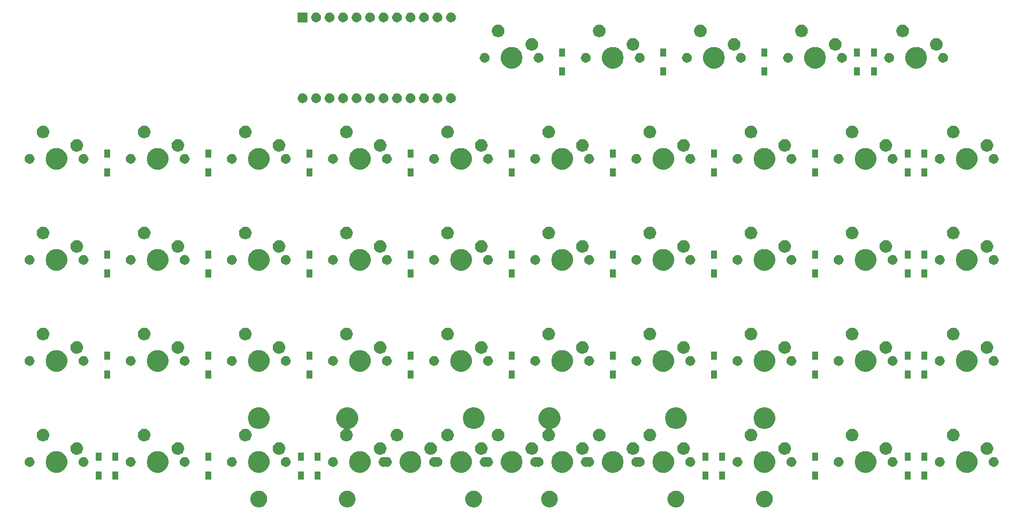
<source format=gts>
G04 #@! TF.GenerationSoftware,KiCad,Pcbnew,(5.1.4)-1*
G04 #@! TF.CreationDate,2021-08-31T10:41:19-10:00*
G04 #@! TF.ProjectId,oya45,6f796134-352e-46b6-9963-61645f706362,rev?*
G04 #@! TF.SameCoordinates,Original*
G04 #@! TF.FileFunction,Soldermask,Top*
G04 #@! TF.FilePolarity,Negative*
%FSLAX46Y46*%
G04 Gerber Fmt 4.6, Leading zero omitted, Abs format (unit mm)*
G04 Created by KiCad (PCBNEW (5.1.4)-1) date 2021-08-31 10:41:19*
%MOMM*%
%LPD*%
G04 APERTURE LIST*
%ADD10C,0.100000*%
G04 APERTURE END LIST*
D10*
G36*
X190807267Y-119740263D02*
G01*
X190959411Y-119770526D01*
X191078137Y-119819704D01*
X191246041Y-119889252D01*
X191246042Y-119889253D01*
X191504004Y-120061617D01*
X191723383Y-120280996D01*
X191838553Y-120453361D01*
X191895748Y-120538959D01*
X192014474Y-120825590D01*
X192075000Y-121129875D01*
X192075000Y-121440125D01*
X192014474Y-121744410D01*
X191895748Y-122031041D01*
X191895747Y-122031042D01*
X191723383Y-122289004D01*
X191504004Y-122508383D01*
X191331639Y-122623553D01*
X191246041Y-122680748D01*
X191078137Y-122750296D01*
X190959411Y-122799474D01*
X190655125Y-122860000D01*
X190344875Y-122860000D01*
X190040589Y-122799474D01*
X189921863Y-122750296D01*
X189753959Y-122680748D01*
X189668361Y-122623553D01*
X189495996Y-122508383D01*
X189276617Y-122289004D01*
X189104253Y-122031042D01*
X189104252Y-122031041D01*
X188985526Y-121744410D01*
X188925000Y-121440125D01*
X188925000Y-121129875D01*
X188985526Y-120825590D01*
X189104252Y-120538959D01*
X189161447Y-120453361D01*
X189276617Y-120280996D01*
X189495996Y-120061617D01*
X189753958Y-119889253D01*
X189753959Y-119889252D01*
X189921863Y-119819704D01*
X190040589Y-119770526D01*
X190192733Y-119740263D01*
X190344875Y-119710000D01*
X190655125Y-119710000D01*
X190807267Y-119740263D01*
X190807267Y-119740263D01*
G37*
G36*
X174138517Y-119740263D02*
G01*
X174290661Y-119770526D01*
X174409387Y-119819704D01*
X174577291Y-119889252D01*
X174577292Y-119889253D01*
X174835254Y-120061617D01*
X175054633Y-120280996D01*
X175169803Y-120453361D01*
X175226998Y-120538959D01*
X175345724Y-120825590D01*
X175406250Y-121129875D01*
X175406250Y-121440125D01*
X175345724Y-121744410D01*
X175226998Y-122031041D01*
X175226997Y-122031042D01*
X175054633Y-122289004D01*
X174835254Y-122508383D01*
X174662889Y-122623553D01*
X174577291Y-122680748D01*
X174409387Y-122750296D01*
X174290661Y-122799474D01*
X173986375Y-122860000D01*
X173676125Y-122860000D01*
X173371839Y-122799474D01*
X173253113Y-122750296D01*
X173085209Y-122680748D01*
X172999611Y-122623553D01*
X172827246Y-122508383D01*
X172607867Y-122289004D01*
X172435503Y-122031042D01*
X172435502Y-122031041D01*
X172316776Y-121744410D01*
X172256250Y-121440125D01*
X172256250Y-121129875D01*
X172316776Y-120825590D01*
X172435502Y-120538959D01*
X172492697Y-120453361D01*
X172607867Y-120280996D01*
X172827246Y-120061617D01*
X173085208Y-119889253D01*
X173085209Y-119889252D01*
X173253113Y-119819704D01*
X173371839Y-119770526D01*
X173523983Y-119740263D01*
X173676125Y-119710000D01*
X173986375Y-119710000D01*
X174138517Y-119740263D01*
X174138517Y-119740263D01*
G37*
G36*
X95557267Y-119740263D02*
G01*
X95709411Y-119770526D01*
X95828137Y-119819704D01*
X95996041Y-119889252D01*
X95996042Y-119889253D01*
X96254004Y-120061617D01*
X96473383Y-120280996D01*
X96588553Y-120453361D01*
X96645748Y-120538959D01*
X96764474Y-120825590D01*
X96825000Y-121129875D01*
X96825000Y-121440125D01*
X96764474Y-121744410D01*
X96645748Y-122031041D01*
X96645747Y-122031042D01*
X96473383Y-122289004D01*
X96254004Y-122508383D01*
X96081639Y-122623553D01*
X95996041Y-122680748D01*
X95828137Y-122750296D01*
X95709411Y-122799474D01*
X95405125Y-122860000D01*
X95094875Y-122860000D01*
X94790589Y-122799474D01*
X94671863Y-122750296D01*
X94503959Y-122680748D01*
X94418361Y-122623553D01*
X94245996Y-122508383D01*
X94026617Y-122289004D01*
X93854253Y-122031042D01*
X93854252Y-122031041D01*
X93735526Y-121744410D01*
X93675000Y-121440125D01*
X93675000Y-121129875D01*
X93735526Y-120825590D01*
X93854252Y-120538959D01*
X93911447Y-120453361D01*
X94026617Y-120280996D01*
X94245996Y-120061617D01*
X94503958Y-119889253D01*
X94503959Y-119889252D01*
X94671863Y-119819704D01*
X94790589Y-119770526D01*
X94942733Y-119740263D01*
X95094875Y-119710000D01*
X95405125Y-119710000D01*
X95557267Y-119740263D01*
X95557267Y-119740263D01*
G37*
G36*
X136038517Y-119740263D02*
G01*
X136190661Y-119770526D01*
X136309387Y-119819704D01*
X136477291Y-119889252D01*
X136477292Y-119889253D01*
X136735254Y-120061617D01*
X136954633Y-120280996D01*
X137069803Y-120453361D01*
X137126998Y-120538959D01*
X137245724Y-120825590D01*
X137306250Y-121129875D01*
X137306250Y-121440125D01*
X137245724Y-121744410D01*
X137126998Y-122031041D01*
X137126997Y-122031042D01*
X136954633Y-122289004D01*
X136735254Y-122508383D01*
X136562889Y-122623553D01*
X136477291Y-122680748D01*
X136309387Y-122750296D01*
X136190661Y-122799474D01*
X135886375Y-122860000D01*
X135576125Y-122860000D01*
X135271839Y-122799474D01*
X135153113Y-122750296D01*
X134985209Y-122680748D01*
X134899611Y-122623553D01*
X134727246Y-122508383D01*
X134507867Y-122289004D01*
X134335503Y-122031042D01*
X134335502Y-122031041D01*
X134216776Y-121744410D01*
X134156250Y-121440125D01*
X134156250Y-121129875D01*
X134216776Y-120825590D01*
X134335502Y-120538959D01*
X134392697Y-120453361D01*
X134507867Y-120280996D01*
X134727246Y-120061617D01*
X134985208Y-119889253D01*
X134985209Y-119889252D01*
X135153113Y-119819704D01*
X135271839Y-119770526D01*
X135423983Y-119740263D01*
X135576125Y-119710000D01*
X135886375Y-119710000D01*
X136038517Y-119740263D01*
X136038517Y-119740263D01*
G37*
G36*
X150326017Y-119740263D02*
G01*
X150478161Y-119770526D01*
X150596887Y-119819704D01*
X150764791Y-119889252D01*
X150764792Y-119889253D01*
X151022754Y-120061617D01*
X151242133Y-120280996D01*
X151357303Y-120453361D01*
X151414498Y-120538959D01*
X151533224Y-120825590D01*
X151593750Y-121129875D01*
X151593750Y-121440125D01*
X151533224Y-121744410D01*
X151414498Y-122031041D01*
X151414497Y-122031042D01*
X151242133Y-122289004D01*
X151022754Y-122508383D01*
X150850389Y-122623553D01*
X150764791Y-122680748D01*
X150596887Y-122750296D01*
X150478161Y-122799474D01*
X150173875Y-122860000D01*
X149863625Y-122860000D01*
X149559339Y-122799474D01*
X149440613Y-122750296D01*
X149272709Y-122680748D01*
X149187111Y-122623553D01*
X149014746Y-122508383D01*
X148795367Y-122289004D01*
X148623003Y-122031042D01*
X148623002Y-122031041D01*
X148504276Y-121744410D01*
X148443750Y-121440125D01*
X148443750Y-121129875D01*
X148504276Y-120825590D01*
X148623002Y-120538959D01*
X148680197Y-120453361D01*
X148795367Y-120280996D01*
X149014746Y-120061617D01*
X149272708Y-119889253D01*
X149272709Y-119889252D01*
X149440613Y-119819704D01*
X149559339Y-119770526D01*
X149711483Y-119740263D01*
X149863625Y-119710000D01*
X150173875Y-119710000D01*
X150326017Y-119740263D01*
X150326017Y-119740263D01*
G37*
G36*
X112226017Y-119740263D02*
G01*
X112378161Y-119770526D01*
X112496887Y-119819704D01*
X112664791Y-119889252D01*
X112664792Y-119889253D01*
X112922754Y-120061617D01*
X113142133Y-120280996D01*
X113257303Y-120453361D01*
X113314498Y-120538959D01*
X113433224Y-120825590D01*
X113493750Y-121129875D01*
X113493750Y-121440125D01*
X113433224Y-121744410D01*
X113314498Y-122031041D01*
X113314497Y-122031042D01*
X113142133Y-122289004D01*
X112922754Y-122508383D01*
X112750389Y-122623553D01*
X112664791Y-122680748D01*
X112496887Y-122750296D01*
X112378161Y-122799474D01*
X112073875Y-122860000D01*
X111763625Y-122860000D01*
X111459339Y-122799474D01*
X111340613Y-122750296D01*
X111172709Y-122680748D01*
X111087111Y-122623553D01*
X110914746Y-122508383D01*
X110695367Y-122289004D01*
X110523003Y-122031042D01*
X110523002Y-122031041D01*
X110404276Y-121744410D01*
X110343750Y-121440125D01*
X110343750Y-121129875D01*
X110404276Y-120825590D01*
X110523002Y-120538959D01*
X110580197Y-120453361D01*
X110695367Y-120280996D01*
X110914746Y-120061617D01*
X111172708Y-119889253D01*
X111172709Y-119889252D01*
X111340613Y-119819704D01*
X111459339Y-119770526D01*
X111611483Y-119740263D01*
X111763625Y-119710000D01*
X112073875Y-119710000D01*
X112226017Y-119740263D01*
X112226017Y-119740263D01*
G37*
G36*
X106913500Y-117619750D02*
G01*
X105811500Y-117619750D01*
X105811500Y-116117750D01*
X106913500Y-116117750D01*
X106913500Y-117619750D01*
X106913500Y-117619750D01*
G37*
G36*
X200576000Y-117619750D02*
G01*
X199474000Y-117619750D01*
X199474000Y-116117750D01*
X200576000Y-116117750D01*
X200576000Y-117619750D01*
X200576000Y-117619750D01*
G37*
G36*
X179938500Y-117619750D02*
G01*
X178836500Y-117619750D01*
X178836500Y-116117750D01*
X179938500Y-116117750D01*
X179938500Y-117619750D01*
X179938500Y-117619750D01*
G37*
G36*
X103738500Y-117619750D02*
G01*
X102636500Y-117619750D01*
X102636500Y-116117750D01*
X103738500Y-116117750D01*
X103738500Y-117619750D01*
X103738500Y-117619750D01*
G37*
G36*
X183113500Y-117619750D02*
G01*
X182011500Y-117619750D01*
X182011500Y-116117750D01*
X183113500Y-116117750D01*
X183113500Y-117619750D01*
X183113500Y-117619750D01*
G37*
G36*
X221213500Y-117619750D02*
G01*
X220111500Y-117619750D01*
X220111500Y-116117750D01*
X221213500Y-116117750D01*
X221213500Y-117619750D01*
X221213500Y-117619750D01*
G37*
G36*
X86276000Y-117619750D02*
G01*
X85174000Y-117619750D01*
X85174000Y-116117750D01*
X86276000Y-116117750D01*
X86276000Y-117619750D01*
X86276000Y-117619750D01*
G37*
G36*
X68813500Y-117619750D02*
G01*
X67711500Y-117619750D01*
X67711500Y-116117750D01*
X68813500Y-116117750D01*
X68813500Y-117619750D01*
X68813500Y-117619750D01*
G37*
G36*
X65638500Y-117619750D02*
G01*
X64536500Y-117619750D01*
X64536500Y-116117750D01*
X65638500Y-116117750D01*
X65638500Y-117619750D01*
X65638500Y-117619750D01*
G37*
G36*
X218038500Y-117619750D02*
G01*
X216936500Y-117619750D01*
X216936500Y-116117750D01*
X218038500Y-116117750D01*
X218038500Y-117619750D01*
X218038500Y-117619750D01*
G37*
G36*
X210146474Y-112333684D02*
G01*
X210364474Y-112423983D01*
X210518623Y-112487833D01*
X210853548Y-112711623D01*
X211138377Y-112996452D01*
X211362167Y-113331377D01*
X211397433Y-113416518D01*
X211516316Y-113703526D01*
X211594900Y-114098594D01*
X211594900Y-114501406D01*
X211516316Y-114896474D01*
X211465451Y-115019272D01*
X211362167Y-115268623D01*
X211138377Y-115603548D01*
X210853548Y-115888377D01*
X210518623Y-116112167D01*
X210364474Y-116176017D01*
X210146474Y-116266316D01*
X209751406Y-116344900D01*
X209348594Y-116344900D01*
X208953526Y-116266316D01*
X208735526Y-116176017D01*
X208581377Y-116112167D01*
X208246452Y-115888377D01*
X207961623Y-115603548D01*
X207737833Y-115268623D01*
X207634549Y-115019272D01*
X207583684Y-114896474D01*
X207505100Y-114501406D01*
X207505100Y-114098594D01*
X207583684Y-113703526D01*
X207702567Y-113416518D01*
X207737833Y-113331377D01*
X207961623Y-112996452D01*
X208246452Y-112711623D01*
X208581377Y-112487833D01*
X208735526Y-112423983D01*
X208953526Y-112333684D01*
X209348594Y-112255100D01*
X209751406Y-112255100D01*
X210146474Y-112333684D01*
X210146474Y-112333684D01*
G37*
G36*
X57746474Y-112333684D02*
G01*
X57964474Y-112423983D01*
X58118623Y-112487833D01*
X58453548Y-112711623D01*
X58738377Y-112996452D01*
X58962167Y-113331377D01*
X58997433Y-113416518D01*
X59116316Y-113703526D01*
X59194900Y-114098594D01*
X59194900Y-114501406D01*
X59116316Y-114896474D01*
X59065451Y-115019272D01*
X58962167Y-115268623D01*
X58738377Y-115603548D01*
X58453548Y-115888377D01*
X58118623Y-116112167D01*
X57964474Y-116176017D01*
X57746474Y-116266316D01*
X57351406Y-116344900D01*
X56948594Y-116344900D01*
X56553526Y-116266316D01*
X56335526Y-116176017D01*
X56181377Y-116112167D01*
X55846452Y-115888377D01*
X55561623Y-115603548D01*
X55337833Y-115268623D01*
X55234549Y-115019272D01*
X55183684Y-114896474D01*
X55105100Y-114501406D01*
X55105100Y-114098594D01*
X55183684Y-113703526D01*
X55302567Y-113416518D01*
X55337833Y-113331377D01*
X55561623Y-112996452D01*
X55846452Y-112711623D01*
X56181377Y-112487833D01*
X56335526Y-112423983D01*
X56553526Y-112333684D01*
X56948594Y-112255100D01*
X57351406Y-112255100D01*
X57746474Y-112333684D01*
X57746474Y-112333684D01*
G37*
G36*
X95846474Y-112333684D02*
G01*
X96064474Y-112423983D01*
X96218623Y-112487833D01*
X96553548Y-112711623D01*
X96838377Y-112996452D01*
X97062167Y-113331377D01*
X97097433Y-113416518D01*
X97216316Y-113703526D01*
X97294900Y-114098594D01*
X97294900Y-114501406D01*
X97216316Y-114896474D01*
X97165451Y-115019272D01*
X97062167Y-115268623D01*
X96838377Y-115603548D01*
X96553548Y-115888377D01*
X96218623Y-116112167D01*
X96064474Y-116176017D01*
X95846474Y-116266316D01*
X95451406Y-116344900D01*
X95048594Y-116344900D01*
X94653526Y-116266316D01*
X94435526Y-116176017D01*
X94281377Y-116112167D01*
X93946452Y-115888377D01*
X93661623Y-115603548D01*
X93437833Y-115268623D01*
X93334549Y-115019272D01*
X93283684Y-114896474D01*
X93205100Y-114501406D01*
X93205100Y-114098594D01*
X93283684Y-113703526D01*
X93402567Y-113416518D01*
X93437833Y-113331377D01*
X93661623Y-112996452D01*
X93946452Y-112711623D01*
X94281377Y-112487833D01*
X94435526Y-112423983D01*
X94653526Y-112333684D01*
X95048594Y-112255100D01*
X95451406Y-112255100D01*
X95846474Y-112333684D01*
X95846474Y-112333684D01*
G37*
G36*
X114896474Y-112333684D02*
G01*
X115114474Y-112423983D01*
X115268623Y-112487833D01*
X115603548Y-112711623D01*
X115888377Y-112996452D01*
X116112167Y-113331377D01*
X116147433Y-113416518D01*
X116266316Y-113703526D01*
X116344900Y-114098594D01*
X116344900Y-114501406D01*
X116266316Y-114896474D01*
X116215451Y-115019272D01*
X116112167Y-115268623D01*
X115888377Y-115603548D01*
X115603548Y-115888377D01*
X115268623Y-116112167D01*
X115114474Y-116176017D01*
X114896474Y-116266316D01*
X114501406Y-116344900D01*
X114098594Y-116344900D01*
X113703526Y-116266316D01*
X113485526Y-116176017D01*
X113331377Y-116112167D01*
X112996452Y-115888377D01*
X112711623Y-115603548D01*
X112487833Y-115268623D01*
X112384549Y-115019272D01*
X112333684Y-114896474D01*
X112255100Y-114501406D01*
X112255100Y-114098594D01*
X112333684Y-113703526D01*
X112452567Y-113416518D01*
X112487833Y-113331377D01*
X112711623Y-112996452D01*
X112996452Y-112711623D01*
X113331377Y-112487833D01*
X113485526Y-112423983D01*
X113703526Y-112333684D01*
X114098594Y-112255100D01*
X114501406Y-112255100D01*
X114896474Y-112333684D01*
X114896474Y-112333684D01*
G37*
G36*
X133946474Y-112333684D02*
G01*
X134164474Y-112423983D01*
X134318623Y-112487833D01*
X134653548Y-112711623D01*
X134938377Y-112996452D01*
X135162167Y-113331377D01*
X135197433Y-113416518D01*
X135316316Y-113703526D01*
X135394900Y-114098594D01*
X135394900Y-114501406D01*
X135316316Y-114896474D01*
X135265451Y-115019272D01*
X135162167Y-115268623D01*
X134938377Y-115603548D01*
X134653548Y-115888377D01*
X134318623Y-116112167D01*
X134164474Y-116176017D01*
X133946474Y-116266316D01*
X133551406Y-116344900D01*
X133148594Y-116344900D01*
X132753526Y-116266316D01*
X132535526Y-116176017D01*
X132381377Y-116112167D01*
X132046452Y-115888377D01*
X131761623Y-115603548D01*
X131537833Y-115268623D01*
X131434549Y-115019272D01*
X131383684Y-114896474D01*
X131305100Y-114501406D01*
X131305100Y-114098594D01*
X131383684Y-113703526D01*
X131502567Y-113416518D01*
X131537833Y-113331377D01*
X131761623Y-112996452D01*
X132046452Y-112711623D01*
X132381377Y-112487833D01*
X132535526Y-112423983D01*
X132753526Y-112333684D01*
X133148594Y-112255100D01*
X133551406Y-112255100D01*
X133946474Y-112333684D01*
X133946474Y-112333684D01*
G37*
G36*
X229196474Y-112333684D02*
G01*
X229414474Y-112423983D01*
X229568623Y-112487833D01*
X229903548Y-112711623D01*
X230188377Y-112996452D01*
X230412167Y-113331377D01*
X230447433Y-113416518D01*
X230566316Y-113703526D01*
X230644900Y-114098594D01*
X230644900Y-114501406D01*
X230566316Y-114896474D01*
X230515451Y-115019272D01*
X230412167Y-115268623D01*
X230188377Y-115603548D01*
X229903548Y-115888377D01*
X229568623Y-116112167D01*
X229414474Y-116176017D01*
X229196474Y-116266316D01*
X228801406Y-116344900D01*
X228398594Y-116344900D01*
X228003526Y-116266316D01*
X227785526Y-116176017D01*
X227631377Y-116112167D01*
X227296452Y-115888377D01*
X227011623Y-115603548D01*
X226787833Y-115268623D01*
X226684549Y-115019272D01*
X226633684Y-114896474D01*
X226555100Y-114501406D01*
X226555100Y-114098594D01*
X226633684Y-113703526D01*
X226752567Y-113416518D01*
X226787833Y-113331377D01*
X227011623Y-112996452D01*
X227296452Y-112711623D01*
X227631377Y-112487833D01*
X227785526Y-112423983D01*
X228003526Y-112333684D01*
X228398594Y-112255100D01*
X228801406Y-112255100D01*
X229196474Y-112333684D01*
X229196474Y-112333684D01*
G37*
G36*
X143471474Y-112333684D02*
G01*
X143689474Y-112423983D01*
X143843623Y-112487833D01*
X144178548Y-112711623D01*
X144463377Y-112996452D01*
X144687167Y-113331377D01*
X144722433Y-113416518D01*
X144841316Y-113703526D01*
X144919900Y-114098594D01*
X144919900Y-114501406D01*
X144841316Y-114896474D01*
X144790451Y-115019272D01*
X144687167Y-115268623D01*
X144463377Y-115603548D01*
X144178548Y-115888377D01*
X143843623Y-116112167D01*
X143689474Y-116176017D01*
X143471474Y-116266316D01*
X143076406Y-116344900D01*
X142673594Y-116344900D01*
X142278526Y-116266316D01*
X142060526Y-116176017D01*
X141906377Y-116112167D01*
X141571452Y-115888377D01*
X141286623Y-115603548D01*
X141062833Y-115268623D01*
X140959549Y-115019272D01*
X140908684Y-114896474D01*
X140830100Y-114501406D01*
X140830100Y-114098594D01*
X140908684Y-113703526D01*
X141027567Y-113416518D01*
X141062833Y-113331377D01*
X141286623Y-112996452D01*
X141571452Y-112711623D01*
X141906377Y-112487833D01*
X142060526Y-112423983D01*
X142278526Y-112333684D01*
X142673594Y-112255100D01*
X143076406Y-112255100D01*
X143471474Y-112333684D01*
X143471474Y-112333684D01*
G37*
G36*
X124421474Y-112333684D02*
G01*
X124639474Y-112423983D01*
X124793623Y-112487833D01*
X125128548Y-112711623D01*
X125413377Y-112996452D01*
X125637167Y-113331377D01*
X125672433Y-113416518D01*
X125791316Y-113703526D01*
X125869900Y-114098594D01*
X125869900Y-114501406D01*
X125791316Y-114896474D01*
X125740451Y-115019272D01*
X125637167Y-115268623D01*
X125413377Y-115603548D01*
X125128548Y-115888377D01*
X124793623Y-116112167D01*
X124639474Y-116176017D01*
X124421474Y-116266316D01*
X124026406Y-116344900D01*
X123623594Y-116344900D01*
X123228526Y-116266316D01*
X123010526Y-116176017D01*
X122856377Y-116112167D01*
X122521452Y-115888377D01*
X122236623Y-115603548D01*
X122012833Y-115268623D01*
X121909549Y-115019272D01*
X121858684Y-114896474D01*
X121780100Y-114501406D01*
X121780100Y-114098594D01*
X121858684Y-113703526D01*
X121977567Y-113416518D01*
X122012833Y-113331377D01*
X122236623Y-112996452D01*
X122521452Y-112711623D01*
X122856377Y-112487833D01*
X123010526Y-112423983D01*
X123228526Y-112333684D01*
X123623594Y-112255100D01*
X124026406Y-112255100D01*
X124421474Y-112333684D01*
X124421474Y-112333684D01*
G37*
G36*
X172046474Y-112333684D02*
G01*
X172264474Y-112423983D01*
X172418623Y-112487833D01*
X172753548Y-112711623D01*
X173038377Y-112996452D01*
X173262167Y-113331377D01*
X173297433Y-113416518D01*
X173416316Y-113703526D01*
X173494900Y-114098594D01*
X173494900Y-114501406D01*
X173416316Y-114896474D01*
X173365451Y-115019272D01*
X173262167Y-115268623D01*
X173038377Y-115603548D01*
X172753548Y-115888377D01*
X172418623Y-116112167D01*
X172264474Y-116176017D01*
X172046474Y-116266316D01*
X171651406Y-116344900D01*
X171248594Y-116344900D01*
X170853526Y-116266316D01*
X170635526Y-116176017D01*
X170481377Y-116112167D01*
X170146452Y-115888377D01*
X169861623Y-115603548D01*
X169637833Y-115268623D01*
X169534549Y-115019272D01*
X169483684Y-114896474D01*
X169405100Y-114501406D01*
X169405100Y-114098594D01*
X169483684Y-113703526D01*
X169602567Y-113416518D01*
X169637833Y-113331377D01*
X169861623Y-112996452D01*
X170146452Y-112711623D01*
X170481377Y-112487833D01*
X170635526Y-112423983D01*
X170853526Y-112333684D01*
X171248594Y-112255100D01*
X171651406Y-112255100D01*
X172046474Y-112333684D01*
X172046474Y-112333684D01*
G37*
G36*
X162521474Y-112333684D02*
G01*
X162739474Y-112423983D01*
X162893623Y-112487833D01*
X163228548Y-112711623D01*
X163513377Y-112996452D01*
X163737167Y-113331377D01*
X163772433Y-113416518D01*
X163891316Y-113703526D01*
X163969900Y-114098594D01*
X163969900Y-114501406D01*
X163891316Y-114896474D01*
X163840451Y-115019272D01*
X163737167Y-115268623D01*
X163513377Y-115603548D01*
X163228548Y-115888377D01*
X162893623Y-116112167D01*
X162739474Y-116176017D01*
X162521474Y-116266316D01*
X162126406Y-116344900D01*
X161723594Y-116344900D01*
X161328526Y-116266316D01*
X161110526Y-116176017D01*
X160956377Y-116112167D01*
X160621452Y-115888377D01*
X160336623Y-115603548D01*
X160112833Y-115268623D01*
X160009549Y-115019272D01*
X159958684Y-114896474D01*
X159880100Y-114501406D01*
X159880100Y-114098594D01*
X159958684Y-113703526D01*
X160077567Y-113416518D01*
X160112833Y-113331377D01*
X160336623Y-112996452D01*
X160621452Y-112711623D01*
X160956377Y-112487833D01*
X161110526Y-112423983D01*
X161328526Y-112333684D01*
X161723594Y-112255100D01*
X162126406Y-112255100D01*
X162521474Y-112333684D01*
X162521474Y-112333684D01*
G37*
G36*
X152996474Y-112333684D02*
G01*
X153214474Y-112423983D01*
X153368623Y-112487833D01*
X153703548Y-112711623D01*
X153988377Y-112996452D01*
X154212167Y-113331377D01*
X154247433Y-113416518D01*
X154366316Y-113703526D01*
X154444900Y-114098594D01*
X154444900Y-114501406D01*
X154366316Y-114896474D01*
X154315451Y-115019272D01*
X154212167Y-115268623D01*
X153988377Y-115603548D01*
X153703548Y-115888377D01*
X153368623Y-116112167D01*
X153214474Y-116176017D01*
X152996474Y-116266316D01*
X152601406Y-116344900D01*
X152198594Y-116344900D01*
X151803526Y-116266316D01*
X151585526Y-116176017D01*
X151431377Y-116112167D01*
X151096452Y-115888377D01*
X150811623Y-115603548D01*
X150587833Y-115268623D01*
X150484549Y-115019272D01*
X150433684Y-114896474D01*
X150355100Y-114501406D01*
X150355100Y-114098594D01*
X150433684Y-113703526D01*
X150552567Y-113416518D01*
X150587833Y-113331377D01*
X150811623Y-112996452D01*
X151096452Y-112711623D01*
X151431377Y-112487833D01*
X151585526Y-112423983D01*
X151803526Y-112333684D01*
X152198594Y-112255100D01*
X152601406Y-112255100D01*
X152996474Y-112333684D01*
X152996474Y-112333684D01*
G37*
G36*
X76796474Y-112333684D02*
G01*
X77014474Y-112423983D01*
X77168623Y-112487833D01*
X77503548Y-112711623D01*
X77788377Y-112996452D01*
X78012167Y-113331377D01*
X78047433Y-113416518D01*
X78166316Y-113703526D01*
X78244900Y-114098594D01*
X78244900Y-114501406D01*
X78166316Y-114896474D01*
X78115451Y-115019272D01*
X78012167Y-115268623D01*
X77788377Y-115603548D01*
X77503548Y-115888377D01*
X77168623Y-116112167D01*
X77014474Y-116176017D01*
X76796474Y-116266316D01*
X76401406Y-116344900D01*
X75998594Y-116344900D01*
X75603526Y-116266316D01*
X75385526Y-116176017D01*
X75231377Y-116112167D01*
X74896452Y-115888377D01*
X74611623Y-115603548D01*
X74387833Y-115268623D01*
X74284549Y-115019272D01*
X74233684Y-114896474D01*
X74155100Y-114501406D01*
X74155100Y-114098594D01*
X74233684Y-113703526D01*
X74352567Y-113416518D01*
X74387833Y-113331377D01*
X74611623Y-112996452D01*
X74896452Y-112711623D01*
X75231377Y-112487833D01*
X75385526Y-112423983D01*
X75603526Y-112333684D01*
X75998594Y-112255100D01*
X76401406Y-112255100D01*
X76796474Y-112333684D01*
X76796474Y-112333684D01*
G37*
G36*
X191096474Y-112333684D02*
G01*
X191314474Y-112423983D01*
X191468623Y-112487833D01*
X191803548Y-112711623D01*
X192088377Y-112996452D01*
X192312167Y-113331377D01*
X192347433Y-113416518D01*
X192466316Y-113703526D01*
X192544900Y-114098594D01*
X192544900Y-114501406D01*
X192466316Y-114896474D01*
X192415451Y-115019272D01*
X192312167Y-115268623D01*
X192088377Y-115603548D01*
X191803548Y-115888377D01*
X191468623Y-116112167D01*
X191314474Y-116176017D01*
X191096474Y-116266316D01*
X190701406Y-116344900D01*
X190298594Y-116344900D01*
X189903526Y-116266316D01*
X189685526Y-116176017D01*
X189531377Y-116112167D01*
X189196452Y-115888377D01*
X188911623Y-115603548D01*
X188687833Y-115268623D01*
X188584549Y-115019272D01*
X188533684Y-114896474D01*
X188455100Y-114501406D01*
X188455100Y-114098594D01*
X188533684Y-113703526D01*
X188652567Y-113416518D01*
X188687833Y-113331377D01*
X188911623Y-112996452D01*
X189196452Y-112711623D01*
X189531377Y-112487833D01*
X189685526Y-112423983D01*
X189903526Y-112333684D01*
X190298594Y-112255100D01*
X190701406Y-112255100D01*
X191096474Y-112333684D01*
X191096474Y-112333684D01*
G37*
G36*
X204740104Y-113409585D02*
G01*
X204908626Y-113479389D01*
X205060291Y-113580728D01*
X205189272Y-113709709D01*
X205290611Y-113861374D01*
X205360415Y-114029896D01*
X205396000Y-114208797D01*
X205396000Y-114391203D01*
X205360415Y-114570104D01*
X205290611Y-114738626D01*
X205189272Y-114890291D01*
X205060291Y-115019272D01*
X204908626Y-115120611D01*
X204740104Y-115190415D01*
X204561203Y-115226000D01*
X204378797Y-115226000D01*
X204199896Y-115190415D01*
X204031374Y-115120611D01*
X203879709Y-115019272D01*
X203750728Y-114890291D01*
X203649389Y-114738626D01*
X203579585Y-114570104D01*
X203544000Y-114391203D01*
X203544000Y-114208797D01*
X203579585Y-114029896D01*
X203649389Y-113861374D01*
X203750728Y-113709709D01*
X203879709Y-113580728D01*
X204031374Y-113479389D01*
X204199896Y-113409585D01*
X204378797Y-113374000D01*
X204561203Y-113374000D01*
X204740104Y-113409585D01*
X204740104Y-113409585D01*
G37*
G36*
X128540104Y-113409585D02*
G01*
X128540110Y-113409588D01*
X128540565Y-113409678D01*
X128563118Y-113416518D01*
X128587504Y-113418919D01*
X128611890Y-113416516D01*
X128634435Y-113409678D01*
X128634890Y-113409588D01*
X128634896Y-113409585D01*
X128813797Y-113374000D01*
X128996203Y-113374000D01*
X129175104Y-113409585D01*
X129343626Y-113479389D01*
X129495291Y-113580728D01*
X129624272Y-113709709D01*
X129725611Y-113861374D01*
X129795415Y-114029896D01*
X129831000Y-114208797D01*
X129831000Y-114391203D01*
X129795415Y-114570104D01*
X129725611Y-114738626D01*
X129624272Y-114890291D01*
X129495291Y-115019272D01*
X129343626Y-115120611D01*
X129175104Y-115190415D01*
X128996203Y-115226000D01*
X128813797Y-115226000D01*
X128634896Y-115190415D01*
X128634890Y-115190412D01*
X128634435Y-115190322D01*
X128611882Y-115183482D01*
X128587496Y-115181081D01*
X128563110Y-115183484D01*
X128540565Y-115190322D01*
X128540110Y-115190412D01*
X128540104Y-115190415D01*
X128361203Y-115226000D01*
X128178797Y-115226000D01*
X127999896Y-115190415D01*
X127831374Y-115120611D01*
X127679709Y-115019272D01*
X127550728Y-114890291D01*
X127449389Y-114738626D01*
X127379585Y-114570104D01*
X127344000Y-114391203D01*
X127344000Y-114208797D01*
X127379585Y-114029896D01*
X127449389Y-113861374D01*
X127550728Y-113709709D01*
X127679709Y-113580728D01*
X127831374Y-113479389D01*
X127999896Y-113409585D01*
X128178797Y-113374000D01*
X128361203Y-113374000D01*
X128540104Y-113409585D01*
X128540104Y-113409585D01*
G37*
G36*
X138065104Y-113409585D02*
G01*
X138065110Y-113409588D01*
X138065565Y-113409678D01*
X138088118Y-113416518D01*
X138112504Y-113418919D01*
X138136890Y-113416516D01*
X138159435Y-113409678D01*
X138159890Y-113409588D01*
X138159896Y-113409585D01*
X138338797Y-113374000D01*
X138521203Y-113374000D01*
X138700104Y-113409585D01*
X138868626Y-113479389D01*
X139020291Y-113580728D01*
X139149272Y-113709709D01*
X139250611Y-113861374D01*
X139320415Y-114029896D01*
X139356000Y-114208797D01*
X139356000Y-114391203D01*
X139320415Y-114570104D01*
X139250611Y-114738626D01*
X139149272Y-114890291D01*
X139020291Y-115019272D01*
X138868626Y-115120611D01*
X138700104Y-115190415D01*
X138521203Y-115226000D01*
X138338797Y-115226000D01*
X138159896Y-115190415D01*
X138159890Y-115190412D01*
X138159435Y-115190322D01*
X138136882Y-115183482D01*
X138112496Y-115181081D01*
X138088110Y-115183484D01*
X138065565Y-115190322D01*
X138065110Y-115190412D01*
X138065104Y-115190415D01*
X137886203Y-115226000D01*
X137703797Y-115226000D01*
X137524896Y-115190415D01*
X137356374Y-115120611D01*
X137204709Y-115019272D01*
X137075728Y-114890291D01*
X136974389Y-114738626D01*
X136904585Y-114570104D01*
X136869000Y-114391203D01*
X136869000Y-114208797D01*
X136904585Y-114029896D01*
X136974389Y-113861374D01*
X137075728Y-113709709D01*
X137204709Y-113580728D01*
X137356374Y-113479389D01*
X137524896Y-113409585D01*
X137703797Y-113374000D01*
X137886203Y-113374000D01*
X138065104Y-113409585D01*
X138065104Y-113409585D01*
G37*
G36*
X223790104Y-113409585D02*
G01*
X223958626Y-113479389D01*
X224110291Y-113580728D01*
X224239272Y-113709709D01*
X224340611Y-113861374D01*
X224410415Y-114029896D01*
X224446000Y-114208797D01*
X224446000Y-114391203D01*
X224410415Y-114570104D01*
X224340611Y-114738626D01*
X224239272Y-114890291D01*
X224110291Y-115019272D01*
X223958626Y-115120611D01*
X223790104Y-115190415D01*
X223611203Y-115226000D01*
X223428797Y-115226000D01*
X223249896Y-115190415D01*
X223081374Y-115120611D01*
X222929709Y-115019272D01*
X222800728Y-114890291D01*
X222699389Y-114738626D01*
X222629585Y-114570104D01*
X222594000Y-114391203D01*
X222594000Y-114208797D01*
X222629585Y-114029896D01*
X222699389Y-113861374D01*
X222800728Y-113709709D01*
X222929709Y-113580728D01*
X223081374Y-113479389D01*
X223249896Y-113409585D01*
X223428797Y-113374000D01*
X223611203Y-113374000D01*
X223790104Y-113409585D01*
X223790104Y-113409585D01*
G37*
G36*
X233950104Y-113409585D02*
G01*
X234118626Y-113479389D01*
X234270291Y-113580728D01*
X234399272Y-113709709D01*
X234500611Y-113861374D01*
X234570415Y-114029896D01*
X234606000Y-114208797D01*
X234606000Y-114391203D01*
X234570415Y-114570104D01*
X234500611Y-114738626D01*
X234399272Y-114890291D01*
X234270291Y-115019272D01*
X234118626Y-115120611D01*
X233950104Y-115190415D01*
X233771203Y-115226000D01*
X233588797Y-115226000D01*
X233409896Y-115190415D01*
X233241374Y-115120611D01*
X233089709Y-115019272D01*
X232960728Y-114890291D01*
X232859389Y-114738626D01*
X232789585Y-114570104D01*
X232754000Y-114391203D01*
X232754000Y-114208797D01*
X232789585Y-114029896D01*
X232859389Y-113861374D01*
X232960728Y-113709709D01*
X233089709Y-113580728D01*
X233241374Y-113479389D01*
X233409896Y-113409585D01*
X233588797Y-113374000D01*
X233771203Y-113374000D01*
X233950104Y-113409585D01*
X233950104Y-113409585D01*
G37*
G36*
X119015104Y-113409585D02*
G01*
X119015110Y-113409588D01*
X119015565Y-113409678D01*
X119038118Y-113416518D01*
X119062504Y-113418919D01*
X119086890Y-113416516D01*
X119109435Y-113409678D01*
X119109890Y-113409588D01*
X119109896Y-113409585D01*
X119288797Y-113374000D01*
X119471203Y-113374000D01*
X119650104Y-113409585D01*
X119818626Y-113479389D01*
X119970291Y-113580728D01*
X120099272Y-113709709D01*
X120200611Y-113861374D01*
X120270415Y-114029896D01*
X120306000Y-114208797D01*
X120306000Y-114391203D01*
X120270415Y-114570104D01*
X120200611Y-114738626D01*
X120099272Y-114890291D01*
X119970291Y-115019272D01*
X119818626Y-115120611D01*
X119650104Y-115190415D01*
X119471203Y-115226000D01*
X119288797Y-115226000D01*
X119109896Y-115190415D01*
X119109890Y-115190412D01*
X119109435Y-115190322D01*
X119086882Y-115183482D01*
X119062496Y-115181081D01*
X119038110Y-115183484D01*
X119015565Y-115190322D01*
X119015110Y-115190412D01*
X119015104Y-115190415D01*
X118836203Y-115226000D01*
X118653797Y-115226000D01*
X118474896Y-115190415D01*
X118306374Y-115120611D01*
X118154709Y-115019272D01*
X118025728Y-114890291D01*
X117924389Y-114738626D01*
X117854585Y-114570104D01*
X117819000Y-114391203D01*
X117819000Y-114208797D01*
X117854585Y-114029896D01*
X117924389Y-113861374D01*
X118025728Y-113709709D01*
X118154709Y-113580728D01*
X118306374Y-113479389D01*
X118474896Y-113409585D01*
X118653797Y-113374000D01*
X118836203Y-113374000D01*
X119015104Y-113409585D01*
X119015104Y-113409585D01*
G37*
G36*
X90440104Y-113409585D02*
G01*
X90608626Y-113479389D01*
X90760291Y-113580728D01*
X90889272Y-113709709D01*
X90990611Y-113861374D01*
X91060415Y-114029896D01*
X91096000Y-114208797D01*
X91096000Y-114391203D01*
X91060415Y-114570104D01*
X90990611Y-114738626D01*
X90889272Y-114890291D01*
X90760291Y-115019272D01*
X90608626Y-115120611D01*
X90440104Y-115190415D01*
X90261203Y-115226000D01*
X90078797Y-115226000D01*
X89899896Y-115190415D01*
X89731374Y-115120611D01*
X89579709Y-115019272D01*
X89450728Y-114890291D01*
X89349389Y-114738626D01*
X89279585Y-114570104D01*
X89244000Y-114391203D01*
X89244000Y-114208797D01*
X89279585Y-114029896D01*
X89349389Y-113861374D01*
X89450728Y-113709709D01*
X89579709Y-113580728D01*
X89731374Y-113479389D01*
X89899896Y-113409585D01*
X90078797Y-113374000D01*
X90261203Y-113374000D01*
X90440104Y-113409585D01*
X90440104Y-113409585D01*
G37*
G36*
X100600104Y-113409585D02*
G01*
X100768626Y-113479389D01*
X100920291Y-113580728D01*
X101049272Y-113709709D01*
X101150611Y-113861374D01*
X101220415Y-114029896D01*
X101256000Y-114208797D01*
X101256000Y-114391203D01*
X101220415Y-114570104D01*
X101150611Y-114738626D01*
X101049272Y-114890291D01*
X100920291Y-115019272D01*
X100768626Y-115120611D01*
X100600104Y-115190415D01*
X100421203Y-115226000D01*
X100238797Y-115226000D01*
X100059896Y-115190415D01*
X99891374Y-115120611D01*
X99739709Y-115019272D01*
X99610728Y-114890291D01*
X99509389Y-114738626D01*
X99439585Y-114570104D01*
X99404000Y-114391203D01*
X99404000Y-114208797D01*
X99439585Y-114029896D01*
X99509389Y-113861374D01*
X99610728Y-113709709D01*
X99739709Y-113580728D01*
X99891374Y-113479389D01*
X100059896Y-113409585D01*
X100238797Y-113374000D01*
X100421203Y-113374000D01*
X100600104Y-113409585D01*
X100600104Y-113409585D01*
G37*
G36*
X71390104Y-113409585D02*
G01*
X71558626Y-113479389D01*
X71710291Y-113580728D01*
X71839272Y-113709709D01*
X71940611Y-113861374D01*
X72010415Y-114029896D01*
X72046000Y-114208797D01*
X72046000Y-114391203D01*
X72010415Y-114570104D01*
X71940611Y-114738626D01*
X71839272Y-114890291D01*
X71710291Y-115019272D01*
X71558626Y-115120611D01*
X71390104Y-115190415D01*
X71211203Y-115226000D01*
X71028797Y-115226000D01*
X70849896Y-115190415D01*
X70681374Y-115120611D01*
X70529709Y-115019272D01*
X70400728Y-114890291D01*
X70299389Y-114738626D01*
X70229585Y-114570104D01*
X70194000Y-114391203D01*
X70194000Y-114208797D01*
X70229585Y-114029896D01*
X70299389Y-113861374D01*
X70400728Y-113709709D01*
X70529709Y-113580728D01*
X70681374Y-113479389D01*
X70849896Y-113409585D01*
X71028797Y-113374000D01*
X71211203Y-113374000D01*
X71390104Y-113409585D01*
X71390104Y-113409585D01*
G37*
G36*
X81550104Y-113409585D02*
G01*
X81718626Y-113479389D01*
X81870291Y-113580728D01*
X81999272Y-113709709D01*
X82100611Y-113861374D01*
X82170415Y-114029896D01*
X82206000Y-114208797D01*
X82206000Y-114391203D01*
X82170415Y-114570104D01*
X82100611Y-114738626D01*
X81999272Y-114890291D01*
X81870291Y-115019272D01*
X81718626Y-115120611D01*
X81550104Y-115190415D01*
X81371203Y-115226000D01*
X81188797Y-115226000D01*
X81009896Y-115190415D01*
X80841374Y-115120611D01*
X80689709Y-115019272D01*
X80560728Y-114890291D01*
X80459389Y-114738626D01*
X80389585Y-114570104D01*
X80354000Y-114391203D01*
X80354000Y-114208797D01*
X80389585Y-114029896D01*
X80459389Y-113861374D01*
X80560728Y-113709709D01*
X80689709Y-113580728D01*
X80841374Y-113479389D01*
X81009896Y-113409585D01*
X81188797Y-113374000D01*
X81371203Y-113374000D01*
X81550104Y-113409585D01*
X81550104Y-113409585D01*
G37*
G36*
X52340104Y-113409585D02*
G01*
X52508626Y-113479389D01*
X52660291Y-113580728D01*
X52789272Y-113709709D01*
X52890611Y-113861374D01*
X52960415Y-114029896D01*
X52996000Y-114208797D01*
X52996000Y-114391203D01*
X52960415Y-114570104D01*
X52890611Y-114738626D01*
X52789272Y-114890291D01*
X52660291Y-115019272D01*
X52508626Y-115120611D01*
X52340104Y-115190415D01*
X52161203Y-115226000D01*
X51978797Y-115226000D01*
X51799896Y-115190415D01*
X51631374Y-115120611D01*
X51479709Y-115019272D01*
X51350728Y-114890291D01*
X51249389Y-114738626D01*
X51179585Y-114570104D01*
X51144000Y-114391203D01*
X51144000Y-114208797D01*
X51179585Y-114029896D01*
X51249389Y-113861374D01*
X51350728Y-113709709D01*
X51479709Y-113580728D01*
X51631374Y-113479389D01*
X51799896Y-113409585D01*
X51978797Y-113374000D01*
X52161203Y-113374000D01*
X52340104Y-113409585D01*
X52340104Y-113409585D01*
G37*
G36*
X62500104Y-113409585D02*
G01*
X62668626Y-113479389D01*
X62820291Y-113580728D01*
X62949272Y-113709709D01*
X63050611Y-113861374D01*
X63120415Y-114029896D01*
X63156000Y-114208797D01*
X63156000Y-114391203D01*
X63120415Y-114570104D01*
X63050611Y-114738626D01*
X62949272Y-114890291D01*
X62820291Y-115019272D01*
X62668626Y-115120611D01*
X62500104Y-115190415D01*
X62321203Y-115226000D01*
X62138797Y-115226000D01*
X61959896Y-115190415D01*
X61791374Y-115120611D01*
X61639709Y-115019272D01*
X61510728Y-114890291D01*
X61409389Y-114738626D01*
X61339585Y-114570104D01*
X61304000Y-114391203D01*
X61304000Y-114208797D01*
X61339585Y-114029896D01*
X61409389Y-113861374D01*
X61510728Y-113709709D01*
X61639709Y-113580728D01*
X61791374Y-113479389D01*
X61959896Y-113409585D01*
X62138797Y-113374000D01*
X62321203Y-113374000D01*
X62500104Y-113409585D01*
X62500104Y-113409585D01*
G37*
G36*
X214900104Y-113409585D02*
G01*
X215068626Y-113479389D01*
X215220291Y-113580728D01*
X215349272Y-113709709D01*
X215450611Y-113861374D01*
X215520415Y-114029896D01*
X215556000Y-114208797D01*
X215556000Y-114391203D01*
X215520415Y-114570104D01*
X215450611Y-114738626D01*
X215349272Y-114890291D01*
X215220291Y-115019272D01*
X215068626Y-115120611D01*
X214900104Y-115190415D01*
X214721203Y-115226000D01*
X214538797Y-115226000D01*
X214359896Y-115190415D01*
X214191374Y-115120611D01*
X214039709Y-115019272D01*
X213910728Y-114890291D01*
X213809389Y-114738626D01*
X213739585Y-114570104D01*
X213704000Y-114391203D01*
X213704000Y-114208797D01*
X213739585Y-114029896D01*
X213809389Y-113861374D01*
X213910728Y-113709709D01*
X214039709Y-113580728D01*
X214191374Y-113479389D01*
X214359896Y-113409585D01*
X214538797Y-113374000D01*
X214721203Y-113374000D01*
X214900104Y-113409585D01*
X214900104Y-113409585D01*
G37*
G36*
X109490104Y-113409585D02*
G01*
X109658626Y-113479389D01*
X109810291Y-113580728D01*
X109939272Y-113709709D01*
X110040611Y-113861374D01*
X110110415Y-114029896D01*
X110146000Y-114208797D01*
X110146000Y-114391203D01*
X110110415Y-114570104D01*
X110040611Y-114738626D01*
X109939272Y-114890291D01*
X109810291Y-115019272D01*
X109658626Y-115120611D01*
X109490104Y-115190415D01*
X109311203Y-115226000D01*
X109128797Y-115226000D01*
X108949896Y-115190415D01*
X108781374Y-115120611D01*
X108629709Y-115019272D01*
X108500728Y-114890291D01*
X108399389Y-114738626D01*
X108329585Y-114570104D01*
X108294000Y-114391203D01*
X108294000Y-114208797D01*
X108329585Y-114029896D01*
X108399389Y-113861374D01*
X108500728Y-113709709D01*
X108629709Y-113580728D01*
X108781374Y-113479389D01*
X108949896Y-113409585D01*
X109128797Y-113374000D01*
X109311203Y-113374000D01*
X109490104Y-113409585D01*
X109490104Y-113409585D01*
G37*
G36*
X185690104Y-113409585D02*
G01*
X185858626Y-113479389D01*
X186010291Y-113580728D01*
X186139272Y-113709709D01*
X186240611Y-113861374D01*
X186310415Y-114029896D01*
X186346000Y-114208797D01*
X186346000Y-114391203D01*
X186310415Y-114570104D01*
X186240611Y-114738626D01*
X186139272Y-114890291D01*
X186010291Y-115019272D01*
X185858626Y-115120611D01*
X185690104Y-115190415D01*
X185511203Y-115226000D01*
X185328797Y-115226000D01*
X185149896Y-115190415D01*
X184981374Y-115120611D01*
X184829709Y-115019272D01*
X184700728Y-114890291D01*
X184599389Y-114738626D01*
X184529585Y-114570104D01*
X184494000Y-114391203D01*
X184494000Y-114208797D01*
X184529585Y-114029896D01*
X184599389Y-113861374D01*
X184700728Y-113709709D01*
X184829709Y-113580728D01*
X184981374Y-113479389D01*
X185149896Y-113409585D01*
X185328797Y-113374000D01*
X185511203Y-113374000D01*
X185690104Y-113409585D01*
X185690104Y-113409585D01*
G37*
G36*
X195850104Y-113409585D02*
G01*
X196018626Y-113479389D01*
X196170291Y-113580728D01*
X196299272Y-113709709D01*
X196400611Y-113861374D01*
X196470415Y-114029896D01*
X196506000Y-114208797D01*
X196506000Y-114391203D01*
X196470415Y-114570104D01*
X196400611Y-114738626D01*
X196299272Y-114890291D01*
X196170291Y-115019272D01*
X196018626Y-115120611D01*
X195850104Y-115190415D01*
X195671203Y-115226000D01*
X195488797Y-115226000D01*
X195309896Y-115190415D01*
X195141374Y-115120611D01*
X194989709Y-115019272D01*
X194860728Y-114890291D01*
X194759389Y-114738626D01*
X194689585Y-114570104D01*
X194654000Y-114391203D01*
X194654000Y-114208797D01*
X194689585Y-114029896D01*
X194759389Y-113861374D01*
X194860728Y-113709709D01*
X194989709Y-113580728D01*
X195141374Y-113479389D01*
X195309896Y-113409585D01*
X195488797Y-113374000D01*
X195671203Y-113374000D01*
X195850104Y-113409585D01*
X195850104Y-113409585D01*
G37*
G36*
X166640104Y-113409585D02*
G01*
X166640110Y-113409588D01*
X166640565Y-113409678D01*
X166663118Y-113416518D01*
X166687504Y-113418919D01*
X166711890Y-113416516D01*
X166734435Y-113409678D01*
X166734890Y-113409588D01*
X166734896Y-113409585D01*
X166913797Y-113374000D01*
X167096203Y-113374000D01*
X167275104Y-113409585D01*
X167443626Y-113479389D01*
X167595291Y-113580728D01*
X167724272Y-113709709D01*
X167825611Y-113861374D01*
X167895415Y-114029896D01*
X167931000Y-114208797D01*
X167931000Y-114391203D01*
X167895415Y-114570104D01*
X167825611Y-114738626D01*
X167724272Y-114890291D01*
X167595291Y-115019272D01*
X167443626Y-115120611D01*
X167275104Y-115190415D01*
X167096203Y-115226000D01*
X166913797Y-115226000D01*
X166734896Y-115190415D01*
X166734890Y-115190412D01*
X166734435Y-115190322D01*
X166711882Y-115183482D01*
X166687496Y-115181081D01*
X166663110Y-115183484D01*
X166640565Y-115190322D01*
X166640110Y-115190412D01*
X166640104Y-115190415D01*
X166461203Y-115226000D01*
X166278797Y-115226000D01*
X166099896Y-115190415D01*
X165931374Y-115120611D01*
X165779709Y-115019272D01*
X165650728Y-114890291D01*
X165549389Y-114738626D01*
X165479585Y-114570104D01*
X165444000Y-114391203D01*
X165444000Y-114208797D01*
X165479585Y-114029896D01*
X165549389Y-113861374D01*
X165650728Y-113709709D01*
X165779709Y-113580728D01*
X165931374Y-113479389D01*
X166099896Y-113409585D01*
X166278797Y-113374000D01*
X166461203Y-113374000D01*
X166640104Y-113409585D01*
X166640104Y-113409585D01*
G37*
G36*
X147590104Y-113409585D02*
G01*
X147590110Y-113409588D01*
X147590565Y-113409678D01*
X147613118Y-113416518D01*
X147637504Y-113418919D01*
X147661890Y-113416516D01*
X147684435Y-113409678D01*
X147684890Y-113409588D01*
X147684896Y-113409585D01*
X147863797Y-113374000D01*
X148046203Y-113374000D01*
X148225104Y-113409585D01*
X148393626Y-113479389D01*
X148545291Y-113580728D01*
X148674272Y-113709709D01*
X148775611Y-113861374D01*
X148845415Y-114029896D01*
X148881000Y-114208797D01*
X148881000Y-114391203D01*
X148845415Y-114570104D01*
X148775611Y-114738626D01*
X148674272Y-114890291D01*
X148545291Y-115019272D01*
X148393626Y-115120611D01*
X148225104Y-115190415D01*
X148046203Y-115226000D01*
X147863797Y-115226000D01*
X147684896Y-115190415D01*
X147684890Y-115190412D01*
X147684435Y-115190322D01*
X147661882Y-115183482D01*
X147637496Y-115181081D01*
X147613110Y-115183484D01*
X147590565Y-115190322D01*
X147590110Y-115190412D01*
X147590104Y-115190415D01*
X147411203Y-115226000D01*
X147228797Y-115226000D01*
X147049896Y-115190415D01*
X146881374Y-115120611D01*
X146729709Y-115019272D01*
X146600728Y-114890291D01*
X146499389Y-114738626D01*
X146429585Y-114570104D01*
X146394000Y-114391203D01*
X146394000Y-114208797D01*
X146429585Y-114029896D01*
X146499389Y-113861374D01*
X146600728Y-113709709D01*
X146729709Y-113580728D01*
X146881374Y-113479389D01*
X147049896Y-113409585D01*
X147228797Y-113374000D01*
X147411203Y-113374000D01*
X147590104Y-113409585D01*
X147590104Y-113409585D01*
G37*
G36*
X157115104Y-113409585D02*
G01*
X157115110Y-113409588D01*
X157115565Y-113409678D01*
X157138118Y-113416518D01*
X157162504Y-113418919D01*
X157186890Y-113416516D01*
X157209435Y-113409678D01*
X157209890Y-113409588D01*
X157209896Y-113409585D01*
X157388797Y-113374000D01*
X157571203Y-113374000D01*
X157750104Y-113409585D01*
X157918626Y-113479389D01*
X158070291Y-113580728D01*
X158199272Y-113709709D01*
X158300611Y-113861374D01*
X158370415Y-114029896D01*
X158406000Y-114208797D01*
X158406000Y-114391203D01*
X158370415Y-114570104D01*
X158300611Y-114738626D01*
X158199272Y-114890291D01*
X158070291Y-115019272D01*
X157918626Y-115120611D01*
X157750104Y-115190415D01*
X157571203Y-115226000D01*
X157388797Y-115226000D01*
X157209896Y-115190415D01*
X157209890Y-115190412D01*
X157209435Y-115190322D01*
X157186882Y-115183482D01*
X157162496Y-115181081D01*
X157138110Y-115183484D01*
X157115565Y-115190322D01*
X157115110Y-115190412D01*
X157115104Y-115190415D01*
X156936203Y-115226000D01*
X156753797Y-115226000D01*
X156574896Y-115190415D01*
X156406374Y-115120611D01*
X156254709Y-115019272D01*
X156125728Y-114890291D01*
X156024389Y-114738626D01*
X155954585Y-114570104D01*
X155919000Y-114391203D01*
X155919000Y-114208797D01*
X155954585Y-114029896D01*
X156024389Y-113861374D01*
X156125728Y-113709709D01*
X156254709Y-113580728D01*
X156406374Y-113479389D01*
X156574896Y-113409585D01*
X156753797Y-113374000D01*
X156936203Y-113374000D01*
X157115104Y-113409585D01*
X157115104Y-113409585D01*
G37*
G36*
X176800104Y-113409585D02*
G01*
X176968626Y-113479389D01*
X177120291Y-113580728D01*
X177249272Y-113709709D01*
X177350611Y-113861374D01*
X177420415Y-114029896D01*
X177456000Y-114208797D01*
X177456000Y-114391203D01*
X177420415Y-114570104D01*
X177350611Y-114738626D01*
X177249272Y-114890291D01*
X177120291Y-115019272D01*
X176968626Y-115120611D01*
X176800104Y-115190415D01*
X176621203Y-115226000D01*
X176438797Y-115226000D01*
X176259896Y-115190415D01*
X176091374Y-115120611D01*
X175939709Y-115019272D01*
X175810728Y-114890291D01*
X175709389Y-114738626D01*
X175639585Y-114570104D01*
X175604000Y-114391203D01*
X175604000Y-114208797D01*
X175639585Y-114029896D01*
X175709389Y-113861374D01*
X175810728Y-113709709D01*
X175939709Y-113580728D01*
X176091374Y-113479389D01*
X176259896Y-113409585D01*
X176438797Y-113374000D01*
X176621203Y-113374000D01*
X176800104Y-113409585D01*
X176800104Y-113409585D01*
G37*
G36*
X218038500Y-114069750D02*
G01*
X216936500Y-114069750D01*
X216936500Y-112567750D01*
X218038500Y-112567750D01*
X218038500Y-114069750D01*
X218038500Y-114069750D01*
G37*
G36*
X200576000Y-114069750D02*
G01*
X199474000Y-114069750D01*
X199474000Y-112567750D01*
X200576000Y-112567750D01*
X200576000Y-114069750D01*
X200576000Y-114069750D01*
G37*
G36*
X221213500Y-114069750D02*
G01*
X220111500Y-114069750D01*
X220111500Y-112567750D01*
X221213500Y-112567750D01*
X221213500Y-114069750D01*
X221213500Y-114069750D01*
G37*
G36*
X183113500Y-114069750D02*
G01*
X182011500Y-114069750D01*
X182011500Y-112567750D01*
X183113500Y-112567750D01*
X183113500Y-114069750D01*
X183113500Y-114069750D01*
G37*
G36*
X65638500Y-114069750D02*
G01*
X64536500Y-114069750D01*
X64536500Y-112567750D01*
X65638500Y-112567750D01*
X65638500Y-114069750D01*
X65638500Y-114069750D01*
G37*
G36*
X103738500Y-114069750D02*
G01*
X102636500Y-114069750D01*
X102636500Y-112567750D01*
X103738500Y-112567750D01*
X103738500Y-114069750D01*
X103738500Y-114069750D01*
G37*
G36*
X68813500Y-114069750D02*
G01*
X67711500Y-114069750D01*
X67711500Y-112567750D01*
X68813500Y-112567750D01*
X68813500Y-114069750D01*
X68813500Y-114069750D01*
G37*
G36*
X106913500Y-114069750D02*
G01*
X105811500Y-114069750D01*
X105811500Y-112567750D01*
X106913500Y-112567750D01*
X106913500Y-114069750D01*
X106913500Y-114069750D01*
G37*
G36*
X86276000Y-114069750D02*
G01*
X85174000Y-114069750D01*
X85174000Y-112567750D01*
X86276000Y-112567750D01*
X86276000Y-114069750D01*
X86276000Y-114069750D01*
G37*
G36*
X179938500Y-114069750D02*
G01*
X178836500Y-114069750D01*
X178836500Y-112567750D01*
X179938500Y-112567750D01*
X179938500Y-114069750D01*
X179938500Y-114069750D01*
G37*
G36*
X80201560Y-110599064D02*
G01*
X80353027Y-110629193D01*
X80567045Y-110717842D01*
X80567046Y-110717843D01*
X80759654Y-110846539D01*
X80923461Y-111010346D01*
X81009258Y-111138751D01*
X81052158Y-111202955D01*
X81140807Y-111416973D01*
X81186000Y-111644174D01*
X81186000Y-111875826D01*
X81140807Y-112103027D01*
X81052158Y-112317045D01*
X81052157Y-112317046D01*
X80923461Y-112509654D01*
X80759654Y-112673461D01*
X80702540Y-112711623D01*
X80567045Y-112802158D01*
X80353027Y-112890807D01*
X80201560Y-112920936D01*
X80125827Y-112936000D01*
X79894173Y-112936000D01*
X79818440Y-112920936D01*
X79666973Y-112890807D01*
X79452955Y-112802158D01*
X79317460Y-112711623D01*
X79260346Y-112673461D01*
X79096539Y-112509654D01*
X78967843Y-112317046D01*
X78967842Y-112317045D01*
X78879193Y-112103027D01*
X78834000Y-111875826D01*
X78834000Y-111644174D01*
X78879193Y-111416973D01*
X78967842Y-111202955D01*
X79010742Y-111138751D01*
X79096539Y-111010346D01*
X79260346Y-110846539D01*
X79452954Y-110717843D01*
X79452955Y-110717842D01*
X79666973Y-110629193D01*
X79818440Y-110599064D01*
X79894173Y-110584000D01*
X80125827Y-110584000D01*
X80201560Y-110599064D01*
X80201560Y-110599064D01*
G37*
G36*
X165926560Y-110599064D02*
G01*
X166078027Y-110629193D01*
X166292045Y-110717842D01*
X166292046Y-110717843D01*
X166484654Y-110846539D01*
X166648461Y-111010346D01*
X166734258Y-111138751D01*
X166777158Y-111202955D01*
X166865807Y-111416973D01*
X166911000Y-111644174D01*
X166911000Y-111875826D01*
X166865807Y-112103027D01*
X166777158Y-112317045D01*
X166777157Y-112317046D01*
X166648461Y-112509654D01*
X166484654Y-112673461D01*
X166427540Y-112711623D01*
X166292045Y-112802158D01*
X166078027Y-112890807D01*
X165926560Y-112920936D01*
X165850827Y-112936000D01*
X165619173Y-112936000D01*
X165543440Y-112920936D01*
X165391973Y-112890807D01*
X165177955Y-112802158D01*
X165042460Y-112711623D01*
X164985346Y-112673461D01*
X164821539Y-112509654D01*
X164692843Y-112317046D01*
X164692842Y-112317045D01*
X164604193Y-112103027D01*
X164559000Y-111875826D01*
X164559000Y-111644174D01*
X164604193Y-111416973D01*
X164692842Y-111202955D01*
X164735742Y-111138751D01*
X164821539Y-111010346D01*
X164985346Y-110846539D01*
X165177954Y-110717843D01*
X165177955Y-110717842D01*
X165391973Y-110629193D01*
X165543440Y-110599064D01*
X165619173Y-110584000D01*
X165850827Y-110584000D01*
X165926560Y-110599064D01*
X165926560Y-110599064D01*
G37*
G36*
X127826560Y-110599064D02*
G01*
X127978027Y-110629193D01*
X128192045Y-110717842D01*
X128192046Y-110717843D01*
X128384654Y-110846539D01*
X128548461Y-111010346D01*
X128634258Y-111138751D01*
X128677158Y-111202955D01*
X128765807Y-111416973D01*
X128811000Y-111644174D01*
X128811000Y-111875826D01*
X128765807Y-112103027D01*
X128677158Y-112317045D01*
X128677157Y-112317046D01*
X128548461Y-112509654D01*
X128384654Y-112673461D01*
X128327540Y-112711623D01*
X128192045Y-112802158D01*
X127978027Y-112890807D01*
X127826560Y-112920936D01*
X127750827Y-112936000D01*
X127519173Y-112936000D01*
X127443440Y-112920936D01*
X127291973Y-112890807D01*
X127077955Y-112802158D01*
X126942460Y-112711623D01*
X126885346Y-112673461D01*
X126721539Y-112509654D01*
X126592843Y-112317046D01*
X126592842Y-112317045D01*
X126504193Y-112103027D01*
X126459000Y-111875826D01*
X126459000Y-111644174D01*
X126504193Y-111416973D01*
X126592842Y-111202955D01*
X126635742Y-111138751D01*
X126721539Y-111010346D01*
X126885346Y-110846539D01*
X127077954Y-110717843D01*
X127077955Y-110717842D01*
X127291973Y-110629193D01*
X127443440Y-110599064D01*
X127519173Y-110584000D01*
X127750827Y-110584000D01*
X127826560Y-110599064D01*
X127826560Y-110599064D01*
G37*
G36*
X137351560Y-110599064D02*
G01*
X137503027Y-110629193D01*
X137717045Y-110717842D01*
X137717046Y-110717843D01*
X137909654Y-110846539D01*
X138073461Y-111010346D01*
X138159258Y-111138751D01*
X138202158Y-111202955D01*
X138290807Y-111416973D01*
X138336000Y-111644174D01*
X138336000Y-111875826D01*
X138290807Y-112103027D01*
X138202158Y-112317045D01*
X138202157Y-112317046D01*
X138073461Y-112509654D01*
X137909654Y-112673461D01*
X137852540Y-112711623D01*
X137717045Y-112802158D01*
X137503027Y-112890807D01*
X137351560Y-112920936D01*
X137275827Y-112936000D01*
X137044173Y-112936000D01*
X136968440Y-112920936D01*
X136816973Y-112890807D01*
X136602955Y-112802158D01*
X136467460Y-112711623D01*
X136410346Y-112673461D01*
X136246539Y-112509654D01*
X136117843Y-112317046D01*
X136117842Y-112317045D01*
X136029193Y-112103027D01*
X135984000Y-111875826D01*
X135984000Y-111644174D01*
X136029193Y-111416973D01*
X136117842Y-111202955D01*
X136160742Y-111138751D01*
X136246539Y-111010346D01*
X136410346Y-110846539D01*
X136602954Y-110717843D01*
X136602955Y-110717842D01*
X136816973Y-110629193D01*
X136968440Y-110599064D01*
X137044173Y-110584000D01*
X137275827Y-110584000D01*
X137351560Y-110599064D01*
X137351560Y-110599064D01*
G37*
G36*
X118301560Y-110599064D02*
G01*
X118453027Y-110629193D01*
X118667045Y-110717842D01*
X118667046Y-110717843D01*
X118859654Y-110846539D01*
X119023461Y-111010346D01*
X119109258Y-111138751D01*
X119152158Y-111202955D01*
X119240807Y-111416973D01*
X119286000Y-111644174D01*
X119286000Y-111875826D01*
X119240807Y-112103027D01*
X119152158Y-112317045D01*
X119152157Y-112317046D01*
X119023461Y-112509654D01*
X118859654Y-112673461D01*
X118802540Y-112711623D01*
X118667045Y-112802158D01*
X118453027Y-112890807D01*
X118301560Y-112920936D01*
X118225827Y-112936000D01*
X117994173Y-112936000D01*
X117918440Y-112920936D01*
X117766973Y-112890807D01*
X117552955Y-112802158D01*
X117417460Y-112711623D01*
X117360346Y-112673461D01*
X117196539Y-112509654D01*
X117067843Y-112317046D01*
X117067842Y-112317045D01*
X116979193Y-112103027D01*
X116934000Y-111875826D01*
X116934000Y-111644174D01*
X116979193Y-111416973D01*
X117067842Y-111202955D01*
X117110742Y-111138751D01*
X117196539Y-111010346D01*
X117360346Y-110846539D01*
X117552954Y-110717843D01*
X117552955Y-110717842D01*
X117766973Y-110629193D01*
X117918440Y-110599064D01*
X117994173Y-110584000D01*
X118225827Y-110584000D01*
X118301560Y-110599064D01*
X118301560Y-110599064D01*
G37*
G36*
X99251560Y-110599064D02*
G01*
X99403027Y-110629193D01*
X99617045Y-110717842D01*
X99617046Y-110717843D01*
X99809654Y-110846539D01*
X99973461Y-111010346D01*
X100059258Y-111138751D01*
X100102158Y-111202955D01*
X100190807Y-111416973D01*
X100236000Y-111644174D01*
X100236000Y-111875826D01*
X100190807Y-112103027D01*
X100102158Y-112317045D01*
X100102157Y-112317046D01*
X99973461Y-112509654D01*
X99809654Y-112673461D01*
X99752540Y-112711623D01*
X99617045Y-112802158D01*
X99403027Y-112890807D01*
X99251560Y-112920936D01*
X99175827Y-112936000D01*
X98944173Y-112936000D01*
X98868440Y-112920936D01*
X98716973Y-112890807D01*
X98502955Y-112802158D01*
X98367460Y-112711623D01*
X98310346Y-112673461D01*
X98146539Y-112509654D01*
X98017843Y-112317046D01*
X98017842Y-112317045D01*
X97929193Y-112103027D01*
X97884000Y-111875826D01*
X97884000Y-111644174D01*
X97929193Y-111416973D01*
X98017842Y-111202955D01*
X98060742Y-111138751D01*
X98146539Y-111010346D01*
X98310346Y-110846539D01*
X98502954Y-110717843D01*
X98502955Y-110717842D01*
X98716973Y-110629193D01*
X98868440Y-110599064D01*
X98944173Y-110584000D01*
X99175827Y-110584000D01*
X99251560Y-110599064D01*
X99251560Y-110599064D01*
G37*
G36*
X156401560Y-110599064D02*
G01*
X156553027Y-110629193D01*
X156767045Y-110717842D01*
X156767046Y-110717843D01*
X156959654Y-110846539D01*
X157123461Y-111010346D01*
X157209258Y-111138751D01*
X157252158Y-111202955D01*
X157340807Y-111416973D01*
X157386000Y-111644174D01*
X157386000Y-111875826D01*
X157340807Y-112103027D01*
X157252158Y-112317045D01*
X157252157Y-112317046D01*
X157123461Y-112509654D01*
X156959654Y-112673461D01*
X156902540Y-112711623D01*
X156767045Y-112802158D01*
X156553027Y-112890807D01*
X156401560Y-112920936D01*
X156325827Y-112936000D01*
X156094173Y-112936000D01*
X156018440Y-112920936D01*
X155866973Y-112890807D01*
X155652955Y-112802158D01*
X155517460Y-112711623D01*
X155460346Y-112673461D01*
X155296539Y-112509654D01*
X155167843Y-112317046D01*
X155167842Y-112317045D01*
X155079193Y-112103027D01*
X155034000Y-111875826D01*
X155034000Y-111644174D01*
X155079193Y-111416973D01*
X155167842Y-111202955D01*
X155210742Y-111138751D01*
X155296539Y-111010346D01*
X155460346Y-110846539D01*
X155652954Y-110717843D01*
X155652955Y-110717842D01*
X155866973Y-110629193D01*
X156018440Y-110599064D01*
X156094173Y-110584000D01*
X156325827Y-110584000D01*
X156401560Y-110599064D01*
X156401560Y-110599064D01*
G37*
G36*
X232601560Y-110599064D02*
G01*
X232753027Y-110629193D01*
X232967045Y-110717842D01*
X232967046Y-110717843D01*
X233159654Y-110846539D01*
X233323461Y-111010346D01*
X233409258Y-111138751D01*
X233452158Y-111202955D01*
X233540807Y-111416973D01*
X233586000Y-111644174D01*
X233586000Y-111875826D01*
X233540807Y-112103027D01*
X233452158Y-112317045D01*
X233452157Y-112317046D01*
X233323461Y-112509654D01*
X233159654Y-112673461D01*
X233102540Y-112711623D01*
X232967045Y-112802158D01*
X232753027Y-112890807D01*
X232601560Y-112920936D01*
X232525827Y-112936000D01*
X232294173Y-112936000D01*
X232218440Y-112920936D01*
X232066973Y-112890807D01*
X231852955Y-112802158D01*
X231717460Y-112711623D01*
X231660346Y-112673461D01*
X231496539Y-112509654D01*
X231367843Y-112317046D01*
X231367842Y-112317045D01*
X231279193Y-112103027D01*
X231234000Y-111875826D01*
X231234000Y-111644174D01*
X231279193Y-111416973D01*
X231367842Y-111202955D01*
X231410742Y-111138751D01*
X231496539Y-111010346D01*
X231660346Y-110846539D01*
X231852954Y-110717843D01*
X231852955Y-110717842D01*
X232066973Y-110629193D01*
X232218440Y-110599064D01*
X232294173Y-110584000D01*
X232525827Y-110584000D01*
X232601560Y-110599064D01*
X232601560Y-110599064D01*
G37*
G36*
X61151560Y-110599064D02*
G01*
X61303027Y-110629193D01*
X61517045Y-110717842D01*
X61517046Y-110717843D01*
X61709654Y-110846539D01*
X61873461Y-111010346D01*
X61959258Y-111138751D01*
X62002158Y-111202955D01*
X62090807Y-111416973D01*
X62136000Y-111644174D01*
X62136000Y-111875826D01*
X62090807Y-112103027D01*
X62002158Y-112317045D01*
X62002157Y-112317046D01*
X61873461Y-112509654D01*
X61709654Y-112673461D01*
X61652540Y-112711623D01*
X61517045Y-112802158D01*
X61303027Y-112890807D01*
X61151560Y-112920936D01*
X61075827Y-112936000D01*
X60844173Y-112936000D01*
X60768440Y-112920936D01*
X60616973Y-112890807D01*
X60402955Y-112802158D01*
X60267460Y-112711623D01*
X60210346Y-112673461D01*
X60046539Y-112509654D01*
X59917843Y-112317046D01*
X59917842Y-112317045D01*
X59829193Y-112103027D01*
X59784000Y-111875826D01*
X59784000Y-111644174D01*
X59829193Y-111416973D01*
X59917842Y-111202955D01*
X59960742Y-111138751D01*
X60046539Y-111010346D01*
X60210346Y-110846539D01*
X60402954Y-110717843D01*
X60402955Y-110717842D01*
X60616973Y-110629193D01*
X60768440Y-110599064D01*
X60844173Y-110584000D01*
X61075827Y-110584000D01*
X61151560Y-110599064D01*
X61151560Y-110599064D01*
G37*
G36*
X175451560Y-110599064D02*
G01*
X175603027Y-110629193D01*
X175817045Y-110717842D01*
X175817046Y-110717843D01*
X176009654Y-110846539D01*
X176173461Y-111010346D01*
X176259258Y-111138751D01*
X176302158Y-111202955D01*
X176390807Y-111416973D01*
X176436000Y-111644174D01*
X176436000Y-111875826D01*
X176390807Y-112103027D01*
X176302158Y-112317045D01*
X176302157Y-112317046D01*
X176173461Y-112509654D01*
X176009654Y-112673461D01*
X175952540Y-112711623D01*
X175817045Y-112802158D01*
X175603027Y-112890807D01*
X175451560Y-112920936D01*
X175375827Y-112936000D01*
X175144173Y-112936000D01*
X175068440Y-112920936D01*
X174916973Y-112890807D01*
X174702955Y-112802158D01*
X174567460Y-112711623D01*
X174510346Y-112673461D01*
X174346539Y-112509654D01*
X174217843Y-112317046D01*
X174217842Y-112317045D01*
X174129193Y-112103027D01*
X174084000Y-111875826D01*
X174084000Y-111644174D01*
X174129193Y-111416973D01*
X174217842Y-111202955D01*
X174260742Y-111138751D01*
X174346539Y-111010346D01*
X174510346Y-110846539D01*
X174702954Y-110717843D01*
X174702955Y-110717842D01*
X174916973Y-110629193D01*
X175068440Y-110599064D01*
X175144173Y-110584000D01*
X175375827Y-110584000D01*
X175451560Y-110599064D01*
X175451560Y-110599064D01*
G37*
G36*
X213551560Y-110599064D02*
G01*
X213703027Y-110629193D01*
X213917045Y-110717842D01*
X213917046Y-110717843D01*
X214109654Y-110846539D01*
X214273461Y-111010346D01*
X214359258Y-111138751D01*
X214402158Y-111202955D01*
X214490807Y-111416973D01*
X214536000Y-111644174D01*
X214536000Y-111875826D01*
X214490807Y-112103027D01*
X214402158Y-112317045D01*
X214402157Y-112317046D01*
X214273461Y-112509654D01*
X214109654Y-112673461D01*
X214052540Y-112711623D01*
X213917045Y-112802158D01*
X213703027Y-112890807D01*
X213551560Y-112920936D01*
X213475827Y-112936000D01*
X213244173Y-112936000D01*
X213168440Y-112920936D01*
X213016973Y-112890807D01*
X212802955Y-112802158D01*
X212667460Y-112711623D01*
X212610346Y-112673461D01*
X212446539Y-112509654D01*
X212317843Y-112317046D01*
X212317842Y-112317045D01*
X212229193Y-112103027D01*
X212184000Y-111875826D01*
X212184000Y-111644174D01*
X212229193Y-111416973D01*
X212317842Y-111202955D01*
X212360742Y-111138751D01*
X212446539Y-111010346D01*
X212610346Y-110846539D01*
X212802954Y-110717843D01*
X212802955Y-110717842D01*
X213016973Y-110629193D01*
X213168440Y-110599064D01*
X213244173Y-110584000D01*
X213475827Y-110584000D01*
X213551560Y-110599064D01*
X213551560Y-110599064D01*
G37*
G36*
X194501560Y-110599064D02*
G01*
X194653027Y-110629193D01*
X194867045Y-110717842D01*
X194867046Y-110717843D01*
X195059654Y-110846539D01*
X195223461Y-111010346D01*
X195309258Y-111138751D01*
X195352158Y-111202955D01*
X195440807Y-111416973D01*
X195486000Y-111644174D01*
X195486000Y-111875826D01*
X195440807Y-112103027D01*
X195352158Y-112317045D01*
X195352157Y-112317046D01*
X195223461Y-112509654D01*
X195059654Y-112673461D01*
X195002540Y-112711623D01*
X194867045Y-112802158D01*
X194653027Y-112890807D01*
X194501560Y-112920936D01*
X194425827Y-112936000D01*
X194194173Y-112936000D01*
X194118440Y-112920936D01*
X193966973Y-112890807D01*
X193752955Y-112802158D01*
X193617460Y-112711623D01*
X193560346Y-112673461D01*
X193396539Y-112509654D01*
X193267843Y-112317046D01*
X193267842Y-112317045D01*
X193179193Y-112103027D01*
X193134000Y-111875826D01*
X193134000Y-111644174D01*
X193179193Y-111416973D01*
X193267842Y-111202955D01*
X193310742Y-111138751D01*
X193396539Y-111010346D01*
X193560346Y-110846539D01*
X193752954Y-110717843D01*
X193752955Y-110717842D01*
X193966973Y-110629193D01*
X194118440Y-110599064D01*
X194194173Y-110584000D01*
X194425827Y-110584000D01*
X194501560Y-110599064D01*
X194501560Y-110599064D01*
G37*
G36*
X146876560Y-110599064D02*
G01*
X147028027Y-110629193D01*
X147242045Y-110717842D01*
X147242046Y-110717843D01*
X147434654Y-110846539D01*
X147598461Y-111010346D01*
X147684258Y-111138751D01*
X147727158Y-111202955D01*
X147815807Y-111416973D01*
X147861000Y-111644174D01*
X147861000Y-111875826D01*
X147815807Y-112103027D01*
X147727158Y-112317045D01*
X147727157Y-112317046D01*
X147598461Y-112509654D01*
X147434654Y-112673461D01*
X147377540Y-112711623D01*
X147242045Y-112802158D01*
X147028027Y-112890807D01*
X146876560Y-112920936D01*
X146800827Y-112936000D01*
X146569173Y-112936000D01*
X146493440Y-112920936D01*
X146341973Y-112890807D01*
X146127955Y-112802158D01*
X145992460Y-112711623D01*
X145935346Y-112673461D01*
X145771539Y-112509654D01*
X145642843Y-112317046D01*
X145642842Y-112317045D01*
X145554193Y-112103027D01*
X145509000Y-111875826D01*
X145509000Y-111644174D01*
X145554193Y-111416973D01*
X145642842Y-111202955D01*
X145685742Y-111138751D01*
X145771539Y-111010346D01*
X145935346Y-110846539D01*
X146127954Y-110717843D01*
X146127955Y-110717842D01*
X146341973Y-110629193D01*
X146493440Y-110599064D01*
X146569173Y-110584000D01*
X146800827Y-110584000D01*
X146876560Y-110599064D01*
X146876560Y-110599064D01*
G37*
G36*
X150615224Y-104078684D02*
G01*
X150833224Y-104168983D01*
X150987373Y-104232833D01*
X151322298Y-104456623D01*
X151607127Y-104741452D01*
X151830917Y-105076377D01*
X151830917Y-105076378D01*
X151985066Y-105448526D01*
X152063650Y-105843594D01*
X152063650Y-106246406D01*
X151985066Y-106641474D01*
X151894767Y-106859474D01*
X151830917Y-107013623D01*
X151607127Y-107348548D01*
X151322298Y-107633377D01*
X150987373Y-107857167D01*
X150833224Y-107921017D01*
X150615224Y-108011316D01*
X150566433Y-108021021D01*
X150542984Y-108028134D01*
X150521373Y-108039685D01*
X150502431Y-108055230D01*
X150486886Y-108074172D01*
X150475334Y-108095782D01*
X150468221Y-108119231D01*
X150465819Y-108143617D01*
X150468221Y-108168003D01*
X150475334Y-108191452D01*
X150486885Y-108213063D01*
X150502430Y-108232005D01*
X150521372Y-108247551D01*
X150609655Y-108306540D01*
X150773461Y-108470346D01*
X150859258Y-108598751D01*
X150902158Y-108662955D01*
X150990807Y-108876973D01*
X151036000Y-109104174D01*
X151036000Y-109335826D01*
X150990807Y-109563027D01*
X150902158Y-109777045D01*
X150902157Y-109777046D01*
X150773461Y-109969654D01*
X150609654Y-110133461D01*
X150481249Y-110219258D01*
X150417045Y-110262158D01*
X150203027Y-110350807D01*
X150051560Y-110380936D01*
X149975827Y-110396000D01*
X149744173Y-110396000D01*
X149668440Y-110380936D01*
X149516973Y-110350807D01*
X149302955Y-110262158D01*
X149238751Y-110219258D01*
X149110346Y-110133461D01*
X148946539Y-109969654D01*
X148817843Y-109777046D01*
X148817842Y-109777045D01*
X148729193Y-109563027D01*
X148684000Y-109335826D01*
X148684000Y-109104174D01*
X148729193Y-108876973D01*
X148817842Y-108662955D01*
X148860742Y-108598751D01*
X148946539Y-108470346D01*
X149110346Y-108306539D01*
X149221895Y-108232005D01*
X149302955Y-108177842D01*
X149302958Y-108177841D01*
X149308022Y-108174457D01*
X149326964Y-108158912D01*
X149342510Y-108139970D01*
X149354061Y-108118359D01*
X149361174Y-108094911D01*
X149363576Y-108070524D01*
X149361174Y-108046138D01*
X149354061Y-108022689D01*
X149342510Y-108001079D01*
X149326965Y-107982137D01*
X149308023Y-107966591D01*
X149286412Y-107955040D01*
X149118186Y-107885358D01*
X149050127Y-107857167D01*
X148715202Y-107633377D01*
X148430373Y-107348548D01*
X148206583Y-107013623D01*
X148142733Y-106859474D01*
X148052434Y-106641474D01*
X147973850Y-106246406D01*
X147973850Y-105843594D01*
X148052434Y-105448526D01*
X148206583Y-105076378D01*
X148206583Y-105076377D01*
X148430373Y-104741452D01*
X148715202Y-104456623D01*
X149050127Y-104232833D01*
X149204276Y-104168983D01*
X149422276Y-104078684D01*
X149817344Y-104000100D01*
X150220156Y-104000100D01*
X150615224Y-104078684D01*
X150615224Y-104078684D01*
G37*
G36*
X92882283Y-108055230D02*
G01*
X93053027Y-108089193D01*
X93267045Y-108177842D01*
X93319757Y-108213063D01*
X93459654Y-108306539D01*
X93623461Y-108470346D01*
X93709258Y-108598751D01*
X93752158Y-108662955D01*
X93840807Y-108876973D01*
X93886000Y-109104174D01*
X93886000Y-109335826D01*
X93840807Y-109563027D01*
X93752158Y-109777045D01*
X93752157Y-109777046D01*
X93623461Y-109969654D01*
X93459654Y-110133461D01*
X93331249Y-110219258D01*
X93267045Y-110262158D01*
X93053027Y-110350807D01*
X92901560Y-110380936D01*
X92825827Y-110396000D01*
X92594173Y-110396000D01*
X92518440Y-110380936D01*
X92366973Y-110350807D01*
X92152955Y-110262158D01*
X92088751Y-110219258D01*
X91960346Y-110133461D01*
X91796539Y-109969654D01*
X91667843Y-109777046D01*
X91667842Y-109777045D01*
X91579193Y-109563027D01*
X91534000Y-109335826D01*
X91534000Y-109104174D01*
X91579193Y-108876973D01*
X91667842Y-108662955D01*
X91710742Y-108598751D01*
X91796539Y-108470346D01*
X91960346Y-108306539D01*
X92100243Y-108213063D01*
X92152955Y-108177842D01*
X92366973Y-108089193D01*
X92537717Y-108055230D01*
X92594173Y-108044000D01*
X92825827Y-108044000D01*
X92882283Y-108055230D01*
X92882283Y-108055230D01*
G37*
G36*
X130982283Y-108055230D02*
G01*
X131153027Y-108089193D01*
X131367045Y-108177842D01*
X131419757Y-108213063D01*
X131559654Y-108306539D01*
X131723461Y-108470346D01*
X131809258Y-108598751D01*
X131852158Y-108662955D01*
X131940807Y-108876973D01*
X131986000Y-109104174D01*
X131986000Y-109335826D01*
X131940807Y-109563027D01*
X131852158Y-109777045D01*
X131852157Y-109777046D01*
X131723461Y-109969654D01*
X131559654Y-110133461D01*
X131431249Y-110219258D01*
X131367045Y-110262158D01*
X131153027Y-110350807D01*
X131001560Y-110380936D01*
X130925827Y-110396000D01*
X130694173Y-110396000D01*
X130618440Y-110380936D01*
X130466973Y-110350807D01*
X130252955Y-110262158D01*
X130188751Y-110219258D01*
X130060346Y-110133461D01*
X129896539Y-109969654D01*
X129767843Y-109777046D01*
X129767842Y-109777045D01*
X129679193Y-109563027D01*
X129634000Y-109335826D01*
X129634000Y-109104174D01*
X129679193Y-108876973D01*
X129767842Y-108662955D01*
X129810742Y-108598751D01*
X129896539Y-108470346D01*
X130060346Y-108306539D01*
X130200243Y-108213063D01*
X130252955Y-108177842D01*
X130466973Y-108089193D01*
X130637717Y-108055230D01*
X130694173Y-108044000D01*
X130925827Y-108044000D01*
X130982283Y-108055230D01*
X130982283Y-108055230D01*
G37*
G36*
X112515224Y-104078684D02*
G01*
X112733224Y-104168983D01*
X112887373Y-104232833D01*
X113222298Y-104456623D01*
X113507127Y-104741452D01*
X113730917Y-105076377D01*
X113730917Y-105076378D01*
X113885066Y-105448526D01*
X113963650Y-105843594D01*
X113963650Y-106246406D01*
X113885066Y-106641474D01*
X113794767Y-106859474D01*
X113730917Y-107013623D01*
X113507127Y-107348548D01*
X113222298Y-107633377D01*
X112887373Y-107857167D01*
X112733224Y-107921017D01*
X112515224Y-108011316D01*
X112466433Y-108021021D01*
X112442984Y-108028134D01*
X112421373Y-108039685D01*
X112402431Y-108055230D01*
X112386886Y-108074172D01*
X112375334Y-108095782D01*
X112368221Y-108119231D01*
X112365819Y-108143617D01*
X112368221Y-108168003D01*
X112375334Y-108191452D01*
X112386885Y-108213063D01*
X112402430Y-108232005D01*
X112421372Y-108247551D01*
X112509655Y-108306540D01*
X112673461Y-108470346D01*
X112759258Y-108598751D01*
X112802158Y-108662955D01*
X112890807Y-108876973D01*
X112936000Y-109104174D01*
X112936000Y-109335826D01*
X112890807Y-109563027D01*
X112802158Y-109777045D01*
X112802157Y-109777046D01*
X112673461Y-109969654D01*
X112509654Y-110133461D01*
X112381249Y-110219258D01*
X112317045Y-110262158D01*
X112103027Y-110350807D01*
X111951560Y-110380936D01*
X111875827Y-110396000D01*
X111644173Y-110396000D01*
X111568440Y-110380936D01*
X111416973Y-110350807D01*
X111202955Y-110262158D01*
X111138751Y-110219258D01*
X111010346Y-110133461D01*
X110846539Y-109969654D01*
X110717843Y-109777046D01*
X110717842Y-109777045D01*
X110629193Y-109563027D01*
X110584000Y-109335826D01*
X110584000Y-109104174D01*
X110629193Y-108876973D01*
X110717842Y-108662955D01*
X110760742Y-108598751D01*
X110846539Y-108470346D01*
X111010346Y-108306539D01*
X111121895Y-108232005D01*
X111202955Y-108177842D01*
X111202958Y-108177841D01*
X111208022Y-108174457D01*
X111226964Y-108158912D01*
X111242510Y-108139970D01*
X111254061Y-108118359D01*
X111261174Y-108094911D01*
X111263576Y-108070524D01*
X111261174Y-108046138D01*
X111254061Y-108022689D01*
X111242510Y-108001079D01*
X111226965Y-107982137D01*
X111208023Y-107966591D01*
X111186412Y-107955040D01*
X111018186Y-107885358D01*
X110950127Y-107857167D01*
X110615202Y-107633377D01*
X110330373Y-107348548D01*
X110106583Y-107013623D01*
X110042733Y-106859474D01*
X109952434Y-106641474D01*
X109873850Y-106246406D01*
X109873850Y-105843594D01*
X109952434Y-105448526D01*
X110106583Y-105076378D01*
X110106583Y-105076377D01*
X110330373Y-104741452D01*
X110615202Y-104456623D01*
X110950127Y-104232833D01*
X111104276Y-104168983D01*
X111322276Y-104078684D01*
X111717344Y-104000100D01*
X112120156Y-104000100D01*
X112515224Y-104078684D01*
X112515224Y-104078684D01*
G37*
G36*
X73832283Y-108055230D02*
G01*
X74003027Y-108089193D01*
X74217045Y-108177842D01*
X74269757Y-108213063D01*
X74409654Y-108306539D01*
X74573461Y-108470346D01*
X74659258Y-108598751D01*
X74702158Y-108662955D01*
X74790807Y-108876973D01*
X74836000Y-109104174D01*
X74836000Y-109335826D01*
X74790807Y-109563027D01*
X74702158Y-109777045D01*
X74702157Y-109777046D01*
X74573461Y-109969654D01*
X74409654Y-110133461D01*
X74281249Y-110219258D01*
X74217045Y-110262158D01*
X74003027Y-110350807D01*
X73851560Y-110380936D01*
X73775827Y-110396000D01*
X73544173Y-110396000D01*
X73468440Y-110380936D01*
X73316973Y-110350807D01*
X73102955Y-110262158D01*
X73038751Y-110219258D01*
X72910346Y-110133461D01*
X72746539Y-109969654D01*
X72617843Y-109777046D01*
X72617842Y-109777045D01*
X72529193Y-109563027D01*
X72484000Y-109335826D01*
X72484000Y-109104174D01*
X72529193Y-108876973D01*
X72617842Y-108662955D01*
X72660742Y-108598751D01*
X72746539Y-108470346D01*
X72910346Y-108306539D01*
X73050243Y-108213063D01*
X73102955Y-108177842D01*
X73316973Y-108089193D01*
X73487717Y-108055230D01*
X73544173Y-108044000D01*
X73775827Y-108044000D01*
X73832283Y-108055230D01*
X73832283Y-108055230D01*
G37*
G36*
X169082283Y-108055230D02*
G01*
X169253027Y-108089193D01*
X169467045Y-108177842D01*
X169519757Y-108213063D01*
X169659654Y-108306539D01*
X169823461Y-108470346D01*
X169909258Y-108598751D01*
X169952158Y-108662955D01*
X170040807Y-108876973D01*
X170086000Y-109104174D01*
X170086000Y-109335826D01*
X170040807Y-109563027D01*
X169952158Y-109777045D01*
X169952157Y-109777046D01*
X169823461Y-109969654D01*
X169659654Y-110133461D01*
X169531249Y-110219258D01*
X169467045Y-110262158D01*
X169253027Y-110350807D01*
X169101560Y-110380936D01*
X169025827Y-110396000D01*
X168794173Y-110396000D01*
X168718440Y-110380936D01*
X168566973Y-110350807D01*
X168352955Y-110262158D01*
X168288751Y-110219258D01*
X168160346Y-110133461D01*
X167996539Y-109969654D01*
X167867843Y-109777046D01*
X167867842Y-109777045D01*
X167779193Y-109563027D01*
X167734000Y-109335826D01*
X167734000Y-109104174D01*
X167779193Y-108876973D01*
X167867842Y-108662955D01*
X167910742Y-108598751D01*
X167996539Y-108470346D01*
X168160346Y-108306539D01*
X168300243Y-108213063D01*
X168352955Y-108177842D01*
X168566973Y-108089193D01*
X168737717Y-108055230D01*
X168794173Y-108044000D01*
X169025827Y-108044000D01*
X169082283Y-108055230D01*
X169082283Y-108055230D01*
G37*
G36*
X159557283Y-108055230D02*
G01*
X159728027Y-108089193D01*
X159942045Y-108177842D01*
X159994757Y-108213063D01*
X160134654Y-108306539D01*
X160298461Y-108470346D01*
X160384258Y-108598751D01*
X160427158Y-108662955D01*
X160515807Y-108876973D01*
X160561000Y-109104174D01*
X160561000Y-109335826D01*
X160515807Y-109563027D01*
X160427158Y-109777045D01*
X160427157Y-109777046D01*
X160298461Y-109969654D01*
X160134654Y-110133461D01*
X160006249Y-110219258D01*
X159942045Y-110262158D01*
X159728027Y-110350807D01*
X159576560Y-110380936D01*
X159500827Y-110396000D01*
X159269173Y-110396000D01*
X159193440Y-110380936D01*
X159041973Y-110350807D01*
X158827955Y-110262158D01*
X158763751Y-110219258D01*
X158635346Y-110133461D01*
X158471539Y-109969654D01*
X158342843Y-109777046D01*
X158342842Y-109777045D01*
X158254193Y-109563027D01*
X158209000Y-109335826D01*
X158209000Y-109104174D01*
X158254193Y-108876973D01*
X158342842Y-108662955D01*
X158385742Y-108598751D01*
X158471539Y-108470346D01*
X158635346Y-108306539D01*
X158775243Y-108213063D01*
X158827955Y-108177842D01*
X159041973Y-108089193D01*
X159212717Y-108055230D01*
X159269173Y-108044000D01*
X159500827Y-108044000D01*
X159557283Y-108055230D01*
X159557283Y-108055230D01*
G37*
G36*
X207182283Y-108055230D02*
G01*
X207353027Y-108089193D01*
X207567045Y-108177842D01*
X207619757Y-108213063D01*
X207759654Y-108306539D01*
X207923461Y-108470346D01*
X208009258Y-108598751D01*
X208052158Y-108662955D01*
X208140807Y-108876973D01*
X208186000Y-109104174D01*
X208186000Y-109335826D01*
X208140807Y-109563027D01*
X208052158Y-109777045D01*
X208052157Y-109777046D01*
X207923461Y-109969654D01*
X207759654Y-110133461D01*
X207631249Y-110219258D01*
X207567045Y-110262158D01*
X207353027Y-110350807D01*
X207201560Y-110380936D01*
X207125827Y-110396000D01*
X206894173Y-110396000D01*
X206818440Y-110380936D01*
X206666973Y-110350807D01*
X206452955Y-110262158D01*
X206388751Y-110219258D01*
X206260346Y-110133461D01*
X206096539Y-109969654D01*
X205967843Y-109777046D01*
X205967842Y-109777045D01*
X205879193Y-109563027D01*
X205834000Y-109335826D01*
X205834000Y-109104174D01*
X205879193Y-108876973D01*
X205967842Y-108662955D01*
X206010742Y-108598751D01*
X206096539Y-108470346D01*
X206260346Y-108306539D01*
X206400243Y-108213063D01*
X206452955Y-108177842D01*
X206666973Y-108089193D01*
X206837717Y-108055230D01*
X206894173Y-108044000D01*
X207125827Y-108044000D01*
X207182283Y-108055230D01*
X207182283Y-108055230D01*
G37*
G36*
X226232283Y-108055230D02*
G01*
X226403027Y-108089193D01*
X226617045Y-108177842D01*
X226669757Y-108213063D01*
X226809654Y-108306539D01*
X226973461Y-108470346D01*
X227059258Y-108598751D01*
X227102158Y-108662955D01*
X227190807Y-108876973D01*
X227236000Y-109104174D01*
X227236000Y-109335826D01*
X227190807Y-109563027D01*
X227102158Y-109777045D01*
X227102157Y-109777046D01*
X226973461Y-109969654D01*
X226809654Y-110133461D01*
X226681249Y-110219258D01*
X226617045Y-110262158D01*
X226403027Y-110350807D01*
X226251560Y-110380936D01*
X226175827Y-110396000D01*
X225944173Y-110396000D01*
X225868440Y-110380936D01*
X225716973Y-110350807D01*
X225502955Y-110262158D01*
X225438751Y-110219258D01*
X225310346Y-110133461D01*
X225146539Y-109969654D01*
X225017843Y-109777046D01*
X225017842Y-109777045D01*
X224929193Y-109563027D01*
X224884000Y-109335826D01*
X224884000Y-109104174D01*
X224929193Y-108876973D01*
X225017842Y-108662955D01*
X225060742Y-108598751D01*
X225146539Y-108470346D01*
X225310346Y-108306539D01*
X225450243Y-108213063D01*
X225502955Y-108177842D01*
X225716973Y-108089193D01*
X225887717Y-108055230D01*
X225944173Y-108044000D01*
X226175827Y-108044000D01*
X226232283Y-108055230D01*
X226232283Y-108055230D01*
G37*
G36*
X121457283Y-108055230D02*
G01*
X121628027Y-108089193D01*
X121842045Y-108177842D01*
X121894757Y-108213063D01*
X122034654Y-108306539D01*
X122198461Y-108470346D01*
X122284258Y-108598751D01*
X122327158Y-108662955D01*
X122415807Y-108876973D01*
X122461000Y-109104174D01*
X122461000Y-109335826D01*
X122415807Y-109563027D01*
X122327158Y-109777045D01*
X122327157Y-109777046D01*
X122198461Y-109969654D01*
X122034654Y-110133461D01*
X121906249Y-110219258D01*
X121842045Y-110262158D01*
X121628027Y-110350807D01*
X121476560Y-110380936D01*
X121400827Y-110396000D01*
X121169173Y-110396000D01*
X121093440Y-110380936D01*
X120941973Y-110350807D01*
X120727955Y-110262158D01*
X120663751Y-110219258D01*
X120535346Y-110133461D01*
X120371539Y-109969654D01*
X120242843Y-109777046D01*
X120242842Y-109777045D01*
X120154193Y-109563027D01*
X120109000Y-109335826D01*
X120109000Y-109104174D01*
X120154193Y-108876973D01*
X120242842Y-108662955D01*
X120285742Y-108598751D01*
X120371539Y-108470346D01*
X120535346Y-108306539D01*
X120675243Y-108213063D01*
X120727955Y-108177842D01*
X120941973Y-108089193D01*
X121112717Y-108055230D01*
X121169173Y-108044000D01*
X121400827Y-108044000D01*
X121457283Y-108055230D01*
X121457283Y-108055230D01*
G37*
G36*
X140507283Y-108055230D02*
G01*
X140678027Y-108089193D01*
X140892045Y-108177842D01*
X140944757Y-108213063D01*
X141084654Y-108306539D01*
X141248461Y-108470346D01*
X141334258Y-108598751D01*
X141377158Y-108662955D01*
X141465807Y-108876973D01*
X141511000Y-109104174D01*
X141511000Y-109335826D01*
X141465807Y-109563027D01*
X141377158Y-109777045D01*
X141377157Y-109777046D01*
X141248461Y-109969654D01*
X141084654Y-110133461D01*
X140956249Y-110219258D01*
X140892045Y-110262158D01*
X140678027Y-110350807D01*
X140526560Y-110380936D01*
X140450827Y-110396000D01*
X140219173Y-110396000D01*
X140143440Y-110380936D01*
X139991973Y-110350807D01*
X139777955Y-110262158D01*
X139713751Y-110219258D01*
X139585346Y-110133461D01*
X139421539Y-109969654D01*
X139292843Y-109777046D01*
X139292842Y-109777045D01*
X139204193Y-109563027D01*
X139159000Y-109335826D01*
X139159000Y-109104174D01*
X139204193Y-108876973D01*
X139292842Y-108662955D01*
X139335742Y-108598751D01*
X139421539Y-108470346D01*
X139585346Y-108306539D01*
X139725243Y-108213063D01*
X139777955Y-108177842D01*
X139991973Y-108089193D01*
X140162717Y-108055230D01*
X140219173Y-108044000D01*
X140450827Y-108044000D01*
X140507283Y-108055230D01*
X140507283Y-108055230D01*
G37*
G36*
X54782283Y-108055230D02*
G01*
X54953027Y-108089193D01*
X55167045Y-108177842D01*
X55219757Y-108213063D01*
X55359654Y-108306539D01*
X55523461Y-108470346D01*
X55609258Y-108598751D01*
X55652158Y-108662955D01*
X55740807Y-108876973D01*
X55786000Y-109104174D01*
X55786000Y-109335826D01*
X55740807Y-109563027D01*
X55652158Y-109777045D01*
X55652157Y-109777046D01*
X55523461Y-109969654D01*
X55359654Y-110133461D01*
X55231249Y-110219258D01*
X55167045Y-110262158D01*
X54953027Y-110350807D01*
X54801560Y-110380936D01*
X54725827Y-110396000D01*
X54494173Y-110396000D01*
X54418440Y-110380936D01*
X54266973Y-110350807D01*
X54052955Y-110262158D01*
X53988751Y-110219258D01*
X53860346Y-110133461D01*
X53696539Y-109969654D01*
X53567843Y-109777046D01*
X53567842Y-109777045D01*
X53479193Y-109563027D01*
X53434000Y-109335826D01*
X53434000Y-109104174D01*
X53479193Y-108876973D01*
X53567842Y-108662955D01*
X53610742Y-108598751D01*
X53696539Y-108470346D01*
X53860346Y-108306539D01*
X54000243Y-108213063D01*
X54052955Y-108177842D01*
X54266973Y-108089193D01*
X54437717Y-108055230D01*
X54494173Y-108044000D01*
X54725827Y-108044000D01*
X54782283Y-108055230D01*
X54782283Y-108055230D01*
G37*
G36*
X188132283Y-108055230D02*
G01*
X188303027Y-108089193D01*
X188517045Y-108177842D01*
X188569757Y-108213063D01*
X188709654Y-108306539D01*
X188873461Y-108470346D01*
X188959258Y-108598751D01*
X189002158Y-108662955D01*
X189090807Y-108876973D01*
X189136000Y-109104174D01*
X189136000Y-109335826D01*
X189090807Y-109563027D01*
X189002158Y-109777045D01*
X189002157Y-109777046D01*
X188873461Y-109969654D01*
X188709654Y-110133461D01*
X188581249Y-110219258D01*
X188517045Y-110262158D01*
X188303027Y-110350807D01*
X188151560Y-110380936D01*
X188075827Y-110396000D01*
X187844173Y-110396000D01*
X187768440Y-110380936D01*
X187616973Y-110350807D01*
X187402955Y-110262158D01*
X187338751Y-110219258D01*
X187210346Y-110133461D01*
X187046539Y-109969654D01*
X186917843Y-109777046D01*
X186917842Y-109777045D01*
X186829193Y-109563027D01*
X186784000Y-109335826D01*
X186784000Y-109104174D01*
X186829193Y-108876973D01*
X186917842Y-108662955D01*
X186960742Y-108598751D01*
X187046539Y-108470346D01*
X187210346Y-108306539D01*
X187350243Y-108213063D01*
X187402955Y-108177842D01*
X187616973Y-108089193D01*
X187787717Y-108055230D01*
X187844173Y-108044000D01*
X188075827Y-108044000D01*
X188132283Y-108055230D01*
X188132283Y-108055230D01*
G37*
G36*
X136327724Y-104078684D02*
G01*
X136545724Y-104168983D01*
X136699873Y-104232833D01*
X137034798Y-104456623D01*
X137319627Y-104741452D01*
X137543417Y-105076377D01*
X137543417Y-105076378D01*
X137697566Y-105448526D01*
X137776150Y-105843594D01*
X137776150Y-106246406D01*
X137697566Y-106641474D01*
X137607267Y-106859474D01*
X137543417Y-107013623D01*
X137319627Y-107348548D01*
X137034798Y-107633377D01*
X136699873Y-107857167D01*
X136545724Y-107921017D01*
X136327724Y-108011316D01*
X135932656Y-108089900D01*
X135529844Y-108089900D01*
X135134776Y-108011316D01*
X134916776Y-107921017D01*
X134762627Y-107857167D01*
X134427702Y-107633377D01*
X134142873Y-107348548D01*
X133919083Y-107013623D01*
X133855233Y-106859474D01*
X133764934Y-106641474D01*
X133686350Y-106246406D01*
X133686350Y-105843594D01*
X133764934Y-105448526D01*
X133919083Y-105076378D01*
X133919083Y-105076377D01*
X134142873Y-104741452D01*
X134427702Y-104456623D01*
X134762627Y-104232833D01*
X134916776Y-104168983D01*
X135134776Y-104078684D01*
X135529844Y-104000100D01*
X135932656Y-104000100D01*
X136327724Y-104078684D01*
X136327724Y-104078684D01*
G37*
G36*
X191096474Y-104078684D02*
G01*
X191314474Y-104168983D01*
X191468623Y-104232833D01*
X191803548Y-104456623D01*
X192088377Y-104741452D01*
X192312167Y-105076377D01*
X192312167Y-105076378D01*
X192466316Y-105448526D01*
X192544900Y-105843594D01*
X192544900Y-106246406D01*
X192466316Y-106641474D01*
X192376017Y-106859474D01*
X192312167Y-107013623D01*
X192088377Y-107348548D01*
X191803548Y-107633377D01*
X191468623Y-107857167D01*
X191314474Y-107921017D01*
X191096474Y-108011316D01*
X190701406Y-108089900D01*
X190298594Y-108089900D01*
X189903526Y-108011316D01*
X189685526Y-107921017D01*
X189531377Y-107857167D01*
X189196452Y-107633377D01*
X188911623Y-107348548D01*
X188687833Y-107013623D01*
X188623983Y-106859474D01*
X188533684Y-106641474D01*
X188455100Y-106246406D01*
X188455100Y-105843594D01*
X188533684Y-105448526D01*
X188687833Y-105076378D01*
X188687833Y-105076377D01*
X188911623Y-104741452D01*
X189196452Y-104456623D01*
X189531377Y-104232833D01*
X189685526Y-104168983D01*
X189903526Y-104078684D01*
X190298594Y-104000100D01*
X190701406Y-104000100D01*
X191096474Y-104078684D01*
X191096474Y-104078684D01*
G37*
G36*
X95846474Y-104078684D02*
G01*
X96064474Y-104168983D01*
X96218623Y-104232833D01*
X96553548Y-104456623D01*
X96838377Y-104741452D01*
X97062167Y-105076377D01*
X97062167Y-105076378D01*
X97216316Y-105448526D01*
X97294900Y-105843594D01*
X97294900Y-106246406D01*
X97216316Y-106641474D01*
X97126017Y-106859474D01*
X97062167Y-107013623D01*
X96838377Y-107348548D01*
X96553548Y-107633377D01*
X96218623Y-107857167D01*
X96064474Y-107921017D01*
X95846474Y-108011316D01*
X95451406Y-108089900D01*
X95048594Y-108089900D01*
X94653526Y-108011316D01*
X94435526Y-107921017D01*
X94281377Y-107857167D01*
X93946452Y-107633377D01*
X93661623Y-107348548D01*
X93437833Y-107013623D01*
X93373983Y-106859474D01*
X93283684Y-106641474D01*
X93205100Y-106246406D01*
X93205100Y-105843594D01*
X93283684Y-105448526D01*
X93437833Y-105076378D01*
X93437833Y-105076377D01*
X93661623Y-104741452D01*
X93946452Y-104456623D01*
X94281377Y-104232833D01*
X94435526Y-104168983D01*
X94653526Y-104078684D01*
X95048594Y-104000100D01*
X95451406Y-104000100D01*
X95846474Y-104078684D01*
X95846474Y-104078684D01*
G37*
G36*
X174427724Y-104078684D02*
G01*
X174645724Y-104168983D01*
X174799873Y-104232833D01*
X175134798Y-104456623D01*
X175419627Y-104741452D01*
X175643417Y-105076377D01*
X175643417Y-105076378D01*
X175797566Y-105448526D01*
X175876150Y-105843594D01*
X175876150Y-106246406D01*
X175797566Y-106641474D01*
X175707267Y-106859474D01*
X175643417Y-107013623D01*
X175419627Y-107348548D01*
X175134798Y-107633377D01*
X174799873Y-107857167D01*
X174645724Y-107921017D01*
X174427724Y-108011316D01*
X174032656Y-108089900D01*
X173629844Y-108089900D01*
X173234776Y-108011316D01*
X173016776Y-107921017D01*
X172862627Y-107857167D01*
X172527702Y-107633377D01*
X172242873Y-107348548D01*
X172019083Y-107013623D01*
X171955233Y-106859474D01*
X171864934Y-106641474D01*
X171786350Y-106246406D01*
X171786350Y-105843594D01*
X171864934Y-105448526D01*
X172019083Y-105076378D01*
X172019083Y-105076377D01*
X172242873Y-104741452D01*
X172527702Y-104456623D01*
X172862627Y-104232833D01*
X173016776Y-104168983D01*
X173234776Y-104078684D01*
X173629844Y-104000100D01*
X174032656Y-104000100D01*
X174427724Y-104078684D01*
X174427724Y-104078684D01*
G37*
G36*
X67226000Y-98569750D02*
G01*
X66124000Y-98569750D01*
X66124000Y-97067750D01*
X67226000Y-97067750D01*
X67226000Y-98569750D01*
X67226000Y-98569750D01*
G37*
G36*
X124376000Y-98569750D02*
G01*
X123274000Y-98569750D01*
X123274000Y-97067750D01*
X124376000Y-97067750D01*
X124376000Y-98569750D01*
X124376000Y-98569750D01*
G37*
G36*
X143426000Y-98569750D02*
G01*
X142324000Y-98569750D01*
X142324000Y-97067750D01*
X143426000Y-97067750D01*
X143426000Y-98569750D01*
X143426000Y-98569750D01*
G37*
G36*
X105326000Y-98569750D02*
G01*
X104224000Y-98569750D01*
X104224000Y-97067750D01*
X105326000Y-97067750D01*
X105326000Y-98569750D01*
X105326000Y-98569750D01*
G37*
G36*
X162476000Y-98569750D02*
G01*
X161374000Y-98569750D01*
X161374000Y-97067750D01*
X162476000Y-97067750D01*
X162476000Y-98569750D01*
X162476000Y-98569750D01*
G37*
G36*
X181526000Y-98569750D02*
G01*
X180424000Y-98569750D01*
X180424000Y-97067750D01*
X181526000Y-97067750D01*
X181526000Y-98569750D01*
X181526000Y-98569750D01*
G37*
G36*
X200576000Y-98569750D02*
G01*
X199474000Y-98569750D01*
X199474000Y-97067750D01*
X200576000Y-97067750D01*
X200576000Y-98569750D01*
X200576000Y-98569750D01*
G37*
G36*
X218038500Y-98569750D02*
G01*
X216936500Y-98569750D01*
X216936500Y-97067750D01*
X218038500Y-97067750D01*
X218038500Y-98569750D01*
X218038500Y-98569750D01*
G37*
G36*
X221213500Y-98569750D02*
G01*
X220111500Y-98569750D01*
X220111500Y-97067750D01*
X221213500Y-97067750D01*
X221213500Y-98569750D01*
X221213500Y-98569750D01*
G37*
G36*
X86276000Y-98569750D02*
G01*
X85174000Y-98569750D01*
X85174000Y-97067750D01*
X86276000Y-97067750D01*
X86276000Y-98569750D01*
X86276000Y-98569750D01*
G37*
G36*
X152996474Y-93283684D02*
G01*
X153214474Y-93373983D01*
X153368623Y-93437833D01*
X153703548Y-93661623D01*
X153988377Y-93946452D01*
X154212167Y-94281377D01*
X154244562Y-94359586D01*
X154366316Y-94653526D01*
X154444900Y-95048594D01*
X154444900Y-95451406D01*
X154366316Y-95846474D01*
X154315451Y-95969272D01*
X154212167Y-96218623D01*
X153988377Y-96553548D01*
X153703548Y-96838377D01*
X153368623Y-97062167D01*
X153214474Y-97126017D01*
X152996474Y-97216316D01*
X152601406Y-97294900D01*
X152198594Y-97294900D01*
X151803526Y-97216316D01*
X151585526Y-97126017D01*
X151431377Y-97062167D01*
X151096452Y-96838377D01*
X150811623Y-96553548D01*
X150587833Y-96218623D01*
X150484549Y-95969272D01*
X150433684Y-95846474D01*
X150355100Y-95451406D01*
X150355100Y-95048594D01*
X150433684Y-94653526D01*
X150555438Y-94359586D01*
X150587833Y-94281377D01*
X150811623Y-93946452D01*
X151096452Y-93661623D01*
X151431377Y-93437833D01*
X151585526Y-93373983D01*
X151803526Y-93283684D01*
X152198594Y-93205100D01*
X152601406Y-93205100D01*
X152996474Y-93283684D01*
X152996474Y-93283684D01*
G37*
G36*
X229196474Y-93283684D02*
G01*
X229414474Y-93373983D01*
X229568623Y-93437833D01*
X229903548Y-93661623D01*
X230188377Y-93946452D01*
X230412167Y-94281377D01*
X230444562Y-94359586D01*
X230566316Y-94653526D01*
X230644900Y-95048594D01*
X230644900Y-95451406D01*
X230566316Y-95846474D01*
X230515451Y-95969272D01*
X230412167Y-96218623D01*
X230188377Y-96553548D01*
X229903548Y-96838377D01*
X229568623Y-97062167D01*
X229414474Y-97126017D01*
X229196474Y-97216316D01*
X228801406Y-97294900D01*
X228398594Y-97294900D01*
X228003526Y-97216316D01*
X227785526Y-97126017D01*
X227631377Y-97062167D01*
X227296452Y-96838377D01*
X227011623Y-96553548D01*
X226787833Y-96218623D01*
X226684549Y-95969272D01*
X226633684Y-95846474D01*
X226555100Y-95451406D01*
X226555100Y-95048594D01*
X226633684Y-94653526D01*
X226755438Y-94359586D01*
X226787833Y-94281377D01*
X227011623Y-93946452D01*
X227296452Y-93661623D01*
X227631377Y-93437833D01*
X227785526Y-93373983D01*
X228003526Y-93283684D01*
X228398594Y-93205100D01*
X228801406Y-93205100D01*
X229196474Y-93283684D01*
X229196474Y-93283684D01*
G37*
G36*
X210146474Y-93283684D02*
G01*
X210364474Y-93373983D01*
X210518623Y-93437833D01*
X210853548Y-93661623D01*
X211138377Y-93946452D01*
X211362167Y-94281377D01*
X211394562Y-94359586D01*
X211516316Y-94653526D01*
X211594900Y-95048594D01*
X211594900Y-95451406D01*
X211516316Y-95846474D01*
X211465451Y-95969272D01*
X211362167Y-96218623D01*
X211138377Y-96553548D01*
X210853548Y-96838377D01*
X210518623Y-97062167D01*
X210364474Y-97126017D01*
X210146474Y-97216316D01*
X209751406Y-97294900D01*
X209348594Y-97294900D01*
X208953526Y-97216316D01*
X208735526Y-97126017D01*
X208581377Y-97062167D01*
X208246452Y-96838377D01*
X207961623Y-96553548D01*
X207737833Y-96218623D01*
X207634549Y-95969272D01*
X207583684Y-95846474D01*
X207505100Y-95451406D01*
X207505100Y-95048594D01*
X207583684Y-94653526D01*
X207705438Y-94359586D01*
X207737833Y-94281377D01*
X207961623Y-93946452D01*
X208246452Y-93661623D01*
X208581377Y-93437833D01*
X208735526Y-93373983D01*
X208953526Y-93283684D01*
X209348594Y-93205100D01*
X209751406Y-93205100D01*
X210146474Y-93283684D01*
X210146474Y-93283684D01*
G37*
G36*
X133946474Y-93283684D02*
G01*
X134164474Y-93373983D01*
X134318623Y-93437833D01*
X134653548Y-93661623D01*
X134938377Y-93946452D01*
X135162167Y-94281377D01*
X135194562Y-94359586D01*
X135316316Y-94653526D01*
X135394900Y-95048594D01*
X135394900Y-95451406D01*
X135316316Y-95846474D01*
X135265451Y-95969272D01*
X135162167Y-96218623D01*
X134938377Y-96553548D01*
X134653548Y-96838377D01*
X134318623Y-97062167D01*
X134164474Y-97126017D01*
X133946474Y-97216316D01*
X133551406Y-97294900D01*
X133148594Y-97294900D01*
X132753526Y-97216316D01*
X132535526Y-97126017D01*
X132381377Y-97062167D01*
X132046452Y-96838377D01*
X131761623Y-96553548D01*
X131537833Y-96218623D01*
X131434549Y-95969272D01*
X131383684Y-95846474D01*
X131305100Y-95451406D01*
X131305100Y-95048594D01*
X131383684Y-94653526D01*
X131505438Y-94359586D01*
X131537833Y-94281377D01*
X131761623Y-93946452D01*
X132046452Y-93661623D01*
X132381377Y-93437833D01*
X132535526Y-93373983D01*
X132753526Y-93283684D01*
X133148594Y-93205100D01*
X133551406Y-93205100D01*
X133946474Y-93283684D01*
X133946474Y-93283684D01*
G37*
G36*
X191096474Y-93283684D02*
G01*
X191314474Y-93373983D01*
X191468623Y-93437833D01*
X191803548Y-93661623D01*
X192088377Y-93946452D01*
X192312167Y-94281377D01*
X192344562Y-94359586D01*
X192466316Y-94653526D01*
X192544900Y-95048594D01*
X192544900Y-95451406D01*
X192466316Y-95846474D01*
X192415451Y-95969272D01*
X192312167Y-96218623D01*
X192088377Y-96553548D01*
X191803548Y-96838377D01*
X191468623Y-97062167D01*
X191314474Y-97126017D01*
X191096474Y-97216316D01*
X190701406Y-97294900D01*
X190298594Y-97294900D01*
X189903526Y-97216316D01*
X189685526Y-97126017D01*
X189531377Y-97062167D01*
X189196452Y-96838377D01*
X188911623Y-96553548D01*
X188687833Y-96218623D01*
X188584549Y-95969272D01*
X188533684Y-95846474D01*
X188455100Y-95451406D01*
X188455100Y-95048594D01*
X188533684Y-94653526D01*
X188655438Y-94359586D01*
X188687833Y-94281377D01*
X188911623Y-93946452D01*
X189196452Y-93661623D01*
X189531377Y-93437833D01*
X189685526Y-93373983D01*
X189903526Y-93283684D01*
X190298594Y-93205100D01*
X190701406Y-93205100D01*
X191096474Y-93283684D01*
X191096474Y-93283684D01*
G37*
G36*
X95846474Y-93283684D02*
G01*
X96064474Y-93373983D01*
X96218623Y-93437833D01*
X96553548Y-93661623D01*
X96838377Y-93946452D01*
X97062167Y-94281377D01*
X97094562Y-94359586D01*
X97216316Y-94653526D01*
X97294900Y-95048594D01*
X97294900Y-95451406D01*
X97216316Y-95846474D01*
X97165451Y-95969272D01*
X97062167Y-96218623D01*
X96838377Y-96553548D01*
X96553548Y-96838377D01*
X96218623Y-97062167D01*
X96064474Y-97126017D01*
X95846474Y-97216316D01*
X95451406Y-97294900D01*
X95048594Y-97294900D01*
X94653526Y-97216316D01*
X94435526Y-97126017D01*
X94281377Y-97062167D01*
X93946452Y-96838377D01*
X93661623Y-96553548D01*
X93437833Y-96218623D01*
X93334549Y-95969272D01*
X93283684Y-95846474D01*
X93205100Y-95451406D01*
X93205100Y-95048594D01*
X93283684Y-94653526D01*
X93405438Y-94359586D01*
X93437833Y-94281377D01*
X93661623Y-93946452D01*
X93946452Y-93661623D01*
X94281377Y-93437833D01*
X94435526Y-93373983D01*
X94653526Y-93283684D01*
X95048594Y-93205100D01*
X95451406Y-93205100D01*
X95846474Y-93283684D01*
X95846474Y-93283684D01*
G37*
G36*
X172046474Y-93283684D02*
G01*
X172264474Y-93373983D01*
X172418623Y-93437833D01*
X172753548Y-93661623D01*
X173038377Y-93946452D01*
X173262167Y-94281377D01*
X173294562Y-94359586D01*
X173416316Y-94653526D01*
X173494900Y-95048594D01*
X173494900Y-95451406D01*
X173416316Y-95846474D01*
X173365451Y-95969272D01*
X173262167Y-96218623D01*
X173038377Y-96553548D01*
X172753548Y-96838377D01*
X172418623Y-97062167D01*
X172264474Y-97126017D01*
X172046474Y-97216316D01*
X171651406Y-97294900D01*
X171248594Y-97294900D01*
X170853526Y-97216316D01*
X170635526Y-97126017D01*
X170481377Y-97062167D01*
X170146452Y-96838377D01*
X169861623Y-96553548D01*
X169637833Y-96218623D01*
X169534549Y-95969272D01*
X169483684Y-95846474D01*
X169405100Y-95451406D01*
X169405100Y-95048594D01*
X169483684Y-94653526D01*
X169605438Y-94359586D01*
X169637833Y-94281377D01*
X169861623Y-93946452D01*
X170146452Y-93661623D01*
X170481377Y-93437833D01*
X170635526Y-93373983D01*
X170853526Y-93283684D01*
X171248594Y-93205100D01*
X171651406Y-93205100D01*
X172046474Y-93283684D01*
X172046474Y-93283684D01*
G37*
G36*
X114896474Y-93283684D02*
G01*
X115114474Y-93373983D01*
X115268623Y-93437833D01*
X115603548Y-93661623D01*
X115888377Y-93946452D01*
X116112167Y-94281377D01*
X116144562Y-94359586D01*
X116266316Y-94653526D01*
X116344900Y-95048594D01*
X116344900Y-95451406D01*
X116266316Y-95846474D01*
X116215451Y-95969272D01*
X116112167Y-96218623D01*
X115888377Y-96553548D01*
X115603548Y-96838377D01*
X115268623Y-97062167D01*
X115114474Y-97126017D01*
X114896474Y-97216316D01*
X114501406Y-97294900D01*
X114098594Y-97294900D01*
X113703526Y-97216316D01*
X113485526Y-97126017D01*
X113331377Y-97062167D01*
X112996452Y-96838377D01*
X112711623Y-96553548D01*
X112487833Y-96218623D01*
X112384549Y-95969272D01*
X112333684Y-95846474D01*
X112255100Y-95451406D01*
X112255100Y-95048594D01*
X112333684Y-94653526D01*
X112455438Y-94359586D01*
X112487833Y-94281377D01*
X112711623Y-93946452D01*
X112996452Y-93661623D01*
X113331377Y-93437833D01*
X113485526Y-93373983D01*
X113703526Y-93283684D01*
X114098594Y-93205100D01*
X114501406Y-93205100D01*
X114896474Y-93283684D01*
X114896474Y-93283684D01*
G37*
G36*
X76796474Y-93283684D02*
G01*
X77014474Y-93373983D01*
X77168623Y-93437833D01*
X77503548Y-93661623D01*
X77788377Y-93946452D01*
X78012167Y-94281377D01*
X78044562Y-94359586D01*
X78166316Y-94653526D01*
X78244900Y-95048594D01*
X78244900Y-95451406D01*
X78166316Y-95846474D01*
X78115451Y-95969272D01*
X78012167Y-96218623D01*
X77788377Y-96553548D01*
X77503548Y-96838377D01*
X77168623Y-97062167D01*
X77014474Y-97126017D01*
X76796474Y-97216316D01*
X76401406Y-97294900D01*
X75998594Y-97294900D01*
X75603526Y-97216316D01*
X75385526Y-97126017D01*
X75231377Y-97062167D01*
X74896452Y-96838377D01*
X74611623Y-96553548D01*
X74387833Y-96218623D01*
X74284549Y-95969272D01*
X74233684Y-95846474D01*
X74155100Y-95451406D01*
X74155100Y-95048594D01*
X74233684Y-94653526D01*
X74355438Y-94359586D01*
X74387833Y-94281377D01*
X74611623Y-93946452D01*
X74896452Y-93661623D01*
X75231377Y-93437833D01*
X75385526Y-93373983D01*
X75603526Y-93283684D01*
X75998594Y-93205100D01*
X76401406Y-93205100D01*
X76796474Y-93283684D01*
X76796474Y-93283684D01*
G37*
G36*
X57746474Y-93283684D02*
G01*
X57964474Y-93373983D01*
X58118623Y-93437833D01*
X58453548Y-93661623D01*
X58738377Y-93946452D01*
X58962167Y-94281377D01*
X58994562Y-94359586D01*
X59116316Y-94653526D01*
X59194900Y-95048594D01*
X59194900Y-95451406D01*
X59116316Y-95846474D01*
X59065451Y-95969272D01*
X58962167Y-96218623D01*
X58738377Y-96553548D01*
X58453548Y-96838377D01*
X58118623Y-97062167D01*
X57964474Y-97126017D01*
X57746474Y-97216316D01*
X57351406Y-97294900D01*
X56948594Y-97294900D01*
X56553526Y-97216316D01*
X56335526Y-97126017D01*
X56181377Y-97062167D01*
X55846452Y-96838377D01*
X55561623Y-96553548D01*
X55337833Y-96218623D01*
X55234549Y-95969272D01*
X55183684Y-95846474D01*
X55105100Y-95451406D01*
X55105100Y-95048594D01*
X55183684Y-94653526D01*
X55305438Y-94359586D01*
X55337833Y-94281377D01*
X55561623Y-93946452D01*
X55846452Y-93661623D01*
X56181377Y-93437833D01*
X56335526Y-93373983D01*
X56553526Y-93283684D01*
X56948594Y-93205100D01*
X57351406Y-93205100D01*
X57746474Y-93283684D01*
X57746474Y-93283684D01*
G37*
G36*
X52340104Y-94359585D02*
G01*
X52508626Y-94429389D01*
X52660291Y-94530728D01*
X52789272Y-94659709D01*
X52890611Y-94811374D01*
X52960415Y-94979896D01*
X52996000Y-95158797D01*
X52996000Y-95341203D01*
X52960415Y-95520104D01*
X52890611Y-95688626D01*
X52789272Y-95840291D01*
X52660291Y-95969272D01*
X52508626Y-96070611D01*
X52340104Y-96140415D01*
X52161203Y-96176000D01*
X51978797Y-96176000D01*
X51799896Y-96140415D01*
X51631374Y-96070611D01*
X51479709Y-95969272D01*
X51350728Y-95840291D01*
X51249389Y-95688626D01*
X51179585Y-95520104D01*
X51144000Y-95341203D01*
X51144000Y-95158797D01*
X51179585Y-94979896D01*
X51249389Y-94811374D01*
X51350728Y-94659709D01*
X51479709Y-94530728D01*
X51631374Y-94429389D01*
X51799896Y-94359585D01*
X51978797Y-94324000D01*
X52161203Y-94324000D01*
X52340104Y-94359585D01*
X52340104Y-94359585D01*
G37*
G36*
X81550104Y-94359585D02*
G01*
X81718626Y-94429389D01*
X81870291Y-94530728D01*
X81999272Y-94659709D01*
X82100611Y-94811374D01*
X82170415Y-94979896D01*
X82206000Y-95158797D01*
X82206000Y-95341203D01*
X82170415Y-95520104D01*
X82100611Y-95688626D01*
X81999272Y-95840291D01*
X81870291Y-95969272D01*
X81718626Y-96070611D01*
X81550104Y-96140415D01*
X81371203Y-96176000D01*
X81188797Y-96176000D01*
X81009896Y-96140415D01*
X80841374Y-96070611D01*
X80689709Y-95969272D01*
X80560728Y-95840291D01*
X80459389Y-95688626D01*
X80389585Y-95520104D01*
X80354000Y-95341203D01*
X80354000Y-95158797D01*
X80389585Y-94979896D01*
X80459389Y-94811374D01*
X80560728Y-94659709D01*
X80689709Y-94530728D01*
X80841374Y-94429389D01*
X81009896Y-94359585D01*
X81188797Y-94324000D01*
X81371203Y-94324000D01*
X81550104Y-94359585D01*
X81550104Y-94359585D01*
G37*
G36*
X71390104Y-94359585D02*
G01*
X71558626Y-94429389D01*
X71710291Y-94530728D01*
X71839272Y-94659709D01*
X71940611Y-94811374D01*
X72010415Y-94979896D01*
X72046000Y-95158797D01*
X72046000Y-95341203D01*
X72010415Y-95520104D01*
X71940611Y-95688626D01*
X71839272Y-95840291D01*
X71710291Y-95969272D01*
X71558626Y-96070611D01*
X71390104Y-96140415D01*
X71211203Y-96176000D01*
X71028797Y-96176000D01*
X70849896Y-96140415D01*
X70681374Y-96070611D01*
X70529709Y-95969272D01*
X70400728Y-95840291D01*
X70299389Y-95688626D01*
X70229585Y-95520104D01*
X70194000Y-95341203D01*
X70194000Y-95158797D01*
X70229585Y-94979896D01*
X70299389Y-94811374D01*
X70400728Y-94659709D01*
X70529709Y-94530728D01*
X70681374Y-94429389D01*
X70849896Y-94359585D01*
X71028797Y-94324000D01*
X71211203Y-94324000D01*
X71390104Y-94359585D01*
X71390104Y-94359585D01*
G37*
G36*
X100600104Y-94359585D02*
G01*
X100768626Y-94429389D01*
X100920291Y-94530728D01*
X101049272Y-94659709D01*
X101150611Y-94811374D01*
X101220415Y-94979896D01*
X101256000Y-95158797D01*
X101256000Y-95341203D01*
X101220415Y-95520104D01*
X101150611Y-95688626D01*
X101049272Y-95840291D01*
X100920291Y-95969272D01*
X100768626Y-96070611D01*
X100600104Y-96140415D01*
X100421203Y-96176000D01*
X100238797Y-96176000D01*
X100059896Y-96140415D01*
X99891374Y-96070611D01*
X99739709Y-95969272D01*
X99610728Y-95840291D01*
X99509389Y-95688626D01*
X99439585Y-95520104D01*
X99404000Y-95341203D01*
X99404000Y-95158797D01*
X99439585Y-94979896D01*
X99509389Y-94811374D01*
X99610728Y-94659709D01*
X99739709Y-94530728D01*
X99891374Y-94429389D01*
X100059896Y-94359585D01*
X100238797Y-94324000D01*
X100421203Y-94324000D01*
X100600104Y-94359585D01*
X100600104Y-94359585D01*
G37*
G36*
X90440104Y-94359585D02*
G01*
X90608626Y-94429389D01*
X90760291Y-94530728D01*
X90889272Y-94659709D01*
X90990611Y-94811374D01*
X91060415Y-94979896D01*
X91096000Y-95158797D01*
X91096000Y-95341203D01*
X91060415Y-95520104D01*
X90990611Y-95688626D01*
X90889272Y-95840291D01*
X90760291Y-95969272D01*
X90608626Y-96070611D01*
X90440104Y-96140415D01*
X90261203Y-96176000D01*
X90078797Y-96176000D01*
X89899896Y-96140415D01*
X89731374Y-96070611D01*
X89579709Y-95969272D01*
X89450728Y-95840291D01*
X89349389Y-95688626D01*
X89279585Y-95520104D01*
X89244000Y-95341203D01*
X89244000Y-95158797D01*
X89279585Y-94979896D01*
X89349389Y-94811374D01*
X89450728Y-94659709D01*
X89579709Y-94530728D01*
X89731374Y-94429389D01*
X89899896Y-94359585D01*
X90078797Y-94324000D01*
X90261203Y-94324000D01*
X90440104Y-94359585D01*
X90440104Y-94359585D01*
G37*
G36*
X119650104Y-94359585D02*
G01*
X119818626Y-94429389D01*
X119970291Y-94530728D01*
X120099272Y-94659709D01*
X120200611Y-94811374D01*
X120270415Y-94979896D01*
X120306000Y-95158797D01*
X120306000Y-95341203D01*
X120270415Y-95520104D01*
X120200611Y-95688626D01*
X120099272Y-95840291D01*
X119970291Y-95969272D01*
X119818626Y-96070611D01*
X119650104Y-96140415D01*
X119471203Y-96176000D01*
X119288797Y-96176000D01*
X119109896Y-96140415D01*
X118941374Y-96070611D01*
X118789709Y-95969272D01*
X118660728Y-95840291D01*
X118559389Y-95688626D01*
X118489585Y-95520104D01*
X118454000Y-95341203D01*
X118454000Y-95158797D01*
X118489585Y-94979896D01*
X118559389Y-94811374D01*
X118660728Y-94659709D01*
X118789709Y-94530728D01*
X118941374Y-94429389D01*
X119109896Y-94359585D01*
X119288797Y-94324000D01*
X119471203Y-94324000D01*
X119650104Y-94359585D01*
X119650104Y-94359585D01*
G37*
G36*
X109490104Y-94359585D02*
G01*
X109658626Y-94429389D01*
X109810291Y-94530728D01*
X109939272Y-94659709D01*
X110040611Y-94811374D01*
X110110415Y-94979896D01*
X110146000Y-95158797D01*
X110146000Y-95341203D01*
X110110415Y-95520104D01*
X110040611Y-95688626D01*
X109939272Y-95840291D01*
X109810291Y-95969272D01*
X109658626Y-96070611D01*
X109490104Y-96140415D01*
X109311203Y-96176000D01*
X109128797Y-96176000D01*
X108949896Y-96140415D01*
X108781374Y-96070611D01*
X108629709Y-95969272D01*
X108500728Y-95840291D01*
X108399389Y-95688626D01*
X108329585Y-95520104D01*
X108294000Y-95341203D01*
X108294000Y-95158797D01*
X108329585Y-94979896D01*
X108399389Y-94811374D01*
X108500728Y-94659709D01*
X108629709Y-94530728D01*
X108781374Y-94429389D01*
X108949896Y-94359585D01*
X109128797Y-94324000D01*
X109311203Y-94324000D01*
X109490104Y-94359585D01*
X109490104Y-94359585D01*
G37*
G36*
X138700104Y-94359585D02*
G01*
X138868626Y-94429389D01*
X139020291Y-94530728D01*
X139149272Y-94659709D01*
X139250611Y-94811374D01*
X139320415Y-94979896D01*
X139356000Y-95158797D01*
X139356000Y-95341203D01*
X139320415Y-95520104D01*
X139250611Y-95688626D01*
X139149272Y-95840291D01*
X139020291Y-95969272D01*
X138868626Y-96070611D01*
X138700104Y-96140415D01*
X138521203Y-96176000D01*
X138338797Y-96176000D01*
X138159896Y-96140415D01*
X137991374Y-96070611D01*
X137839709Y-95969272D01*
X137710728Y-95840291D01*
X137609389Y-95688626D01*
X137539585Y-95520104D01*
X137504000Y-95341203D01*
X137504000Y-95158797D01*
X137539585Y-94979896D01*
X137609389Y-94811374D01*
X137710728Y-94659709D01*
X137839709Y-94530728D01*
X137991374Y-94429389D01*
X138159896Y-94359585D01*
X138338797Y-94324000D01*
X138521203Y-94324000D01*
X138700104Y-94359585D01*
X138700104Y-94359585D01*
G37*
G36*
X62500104Y-94359585D02*
G01*
X62668626Y-94429389D01*
X62820291Y-94530728D01*
X62949272Y-94659709D01*
X63050611Y-94811374D01*
X63120415Y-94979896D01*
X63156000Y-95158797D01*
X63156000Y-95341203D01*
X63120415Y-95520104D01*
X63050611Y-95688626D01*
X62949272Y-95840291D01*
X62820291Y-95969272D01*
X62668626Y-96070611D01*
X62500104Y-96140415D01*
X62321203Y-96176000D01*
X62138797Y-96176000D01*
X61959896Y-96140415D01*
X61791374Y-96070611D01*
X61639709Y-95969272D01*
X61510728Y-95840291D01*
X61409389Y-95688626D01*
X61339585Y-95520104D01*
X61304000Y-95341203D01*
X61304000Y-95158797D01*
X61339585Y-94979896D01*
X61409389Y-94811374D01*
X61510728Y-94659709D01*
X61639709Y-94530728D01*
X61791374Y-94429389D01*
X61959896Y-94359585D01*
X62138797Y-94324000D01*
X62321203Y-94324000D01*
X62500104Y-94359585D01*
X62500104Y-94359585D01*
G37*
G36*
X223790104Y-94359585D02*
G01*
X223958626Y-94429389D01*
X224110291Y-94530728D01*
X224239272Y-94659709D01*
X224340611Y-94811374D01*
X224410415Y-94979896D01*
X224446000Y-95158797D01*
X224446000Y-95341203D01*
X224410415Y-95520104D01*
X224340611Y-95688626D01*
X224239272Y-95840291D01*
X224110291Y-95969272D01*
X223958626Y-96070611D01*
X223790104Y-96140415D01*
X223611203Y-96176000D01*
X223428797Y-96176000D01*
X223249896Y-96140415D01*
X223081374Y-96070611D01*
X222929709Y-95969272D01*
X222800728Y-95840291D01*
X222699389Y-95688626D01*
X222629585Y-95520104D01*
X222594000Y-95341203D01*
X222594000Y-95158797D01*
X222629585Y-94979896D01*
X222699389Y-94811374D01*
X222800728Y-94659709D01*
X222929709Y-94530728D01*
X223081374Y-94429389D01*
X223249896Y-94359585D01*
X223428797Y-94324000D01*
X223611203Y-94324000D01*
X223790104Y-94359585D01*
X223790104Y-94359585D01*
G37*
G36*
X204740104Y-94359585D02*
G01*
X204908626Y-94429389D01*
X205060291Y-94530728D01*
X205189272Y-94659709D01*
X205290611Y-94811374D01*
X205360415Y-94979896D01*
X205396000Y-95158797D01*
X205396000Y-95341203D01*
X205360415Y-95520104D01*
X205290611Y-95688626D01*
X205189272Y-95840291D01*
X205060291Y-95969272D01*
X204908626Y-96070611D01*
X204740104Y-96140415D01*
X204561203Y-96176000D01*
X204378797Y-96176000D01*
X204199896Y-96140415D01*
X204031374Y-96070611D01*
X203879709Y-95969272D01*
X203750728Y-95840291D01*
X203649389Y-95688626D01*
X203579585Y-95520104D01*
X203544000Y-95341203D01*
X203544000Y-95158797D01*
X203579585Y-94979896D01*
X203649389Y-94811374D01*
X203750728Y-94659709D01*
X203879709Y-94530728D01*
X204031374Y-94429389D01*
X204199896Y-94359585D01*
X204378797Y-94324000D01*
X204561203Y-94324000D01*
X204740104Y-94359585D01*
X204740104Y-94359585D01*
G37*
G36*
X214900104Y-94359585D02*
G01*
X215068626Y-94429389D01*
X215220291Y-94530728D01*
X215349272Y-94659709D01*
X215450611Y-94811374D01*
X215520415Y-94979896D01*
X215556000Y-95158797D01*
X215556000Y-95341203D01*
X215520415Y-95520104D01*
X215450611Y-95688626D01*
X215349272Y-95840291D01*
X215220291Y-95969272D01*
X215068626Y-96070611D01*
X214900104Y-96140415D01*
X214721203Y-96176000D01*
X214538797Y-96176000D01*
X214359896Y-96140415D01*
X214191374Y-96070611D01*
X214039709Y-95969272D01*
X213910728Y-95840291D01*
X213809389Y-95688626D01*
X213739585Y-95520104D01*
X213704000Y-95341203D01*
X213704000Y-95158797D01*
X213739585Y-94979896D01*
X213809389Y-94811374D01*
X213910728Y-94659709D01*
X214039709Y-94530728D01*
X214191374Y-94429389D01*
X214359896Y-94359585D01*
X214538797Y-94324000D01*
X214721203Y-94324000D01*
X214900104Y-94359585D01*
X214900104Y-94359585D01*
G37*
G36*
X185690104Y-94359585D02*
G01*
X185858626Y-94429389D01*
X186010291Y-94530728D01*
X186139272Y-94659709D01*
X186240611Y-94811374D01*
X186310415Y-94979896D01*
X186346000Y-95158797D01*
X186346000Y-95341203D01*
X186310415Y-95520104D01*
X186240611Y-95688626D01*
X186139272Y-95840291D01*
X186010291Y-95969272D01*
X185858626Y-96070611D01*
X185690104Y-96140415D01*
X185511203Y-96176000D01*
X185328797Y-96176000D01*
X185149896Y-96140415D01*
X184981374Y-96070611D01*
X184829709Y-95969272D01*
X184700728Y-95840291D01*
X184599389Y-95688626D01*
X184529585Y-95520104D01*
X184494000Y-95341203D01*
X184494000Y-95158797D01*
X184529585Y-94979896D01*
X184599389Y-94811374D01*
X184700728Y-94659709D01*
X184829709Y-94530728D01*
X184981374Y-94429389D01*
X185149896Y-94359585D01*
X185328797Y-94324000D01*
X185511203Y-94324000D01*
X185690104Y-94359585D01*
X185690104Y-94359585D01*
G37*
G36*
X195850104Y-94359585D02*
G01*
X196018626Y-94429389D01*
X196170291Y-94530728D01*
X196299272Y-94659709D01*
X196400611Y-94811374D01*
X196470415Y-94979896D01*
X196506000Y-95158797D01*
X196506000Y-95341203D01*
X196470415Y-95520104D01*
X196400611Y-95688626D01*
X196299272Y-95840291D01*
X196170291Y-95969272D01*
X196018626Y-96070611D01*
X195850104Y-96140415D01*
X195671203Y-96176000D01*
X195488797Y-96176000D01*
X195309896Y-96140415D01*
X195141374Y-96070611D01*
X194989709Y-95969272D01*
X194860728Y-95840291D01*
X194759389Y-95688626D01*
X194689585Y-95520104D01*
X194654000Y-95341203D01*
X194654000Y-95158797D01*
X194689585Y-94979896D01*
X194759389Y-94811374D01*
X194860728Y-94659709D01*
X194989709Y-94530728D01*
X195141374Y-94429389D01*
X195309896Y-94359585D01*
X195488797Y-94324000D01*
X195671203Y-94324000D01*
X195850104Y-94359585D01*
X195850104Y-94359585D01*
G37*
G36*
X166640104Y-94359585D02*
G01*
X166808626Y-94429389D01*
X166960291Y-94530728D01*
X167089272Y-94659709D01*
X167190611Y-94811374D01*
X167260415Y-94979896D01*
X167296000Y-95158797D01*
X167296000Y-95341203D01*
X167260415Y-95520104D01*
X167190611Y-95688626D01*
X167089272Y-95840291D01*
X166960291Y-95969272D01*
X166808626Y-96070611D01*
X166640104Y-96140415D01*
X166461203Y-96176000D01*
X166278797Y-96176000D01*
X166099896Y-96140415D01*
X165931374Y-96070611D01*
X165779709Y-95969272D01*
X165650728Y-95840291D01*
X165549389Y-95688626D01*
X165479585Y-95520104D01*
X165444000Y-95341203D01*
X165444000Y-95158797D01*
X165479585Y-94979896D01*
X165549389Y-94811374D01*
X165650728Y-94659709D01*
X165779709Y-94530728D01*
X165931374Y-94429389D01*
X166099896Y-94359585D01*
X166278797Y-94324000D01*
X166461203Y-94324000D01*
X166640104Y-94359585D01*
X166640104Y-94359585D01*
G37*
G36*
X176800104Y-94359585D02*
G01*
X176968626Y-94429389D01*
X177120291Y-94530728D01*
X177249272Y-94659709D01*
X177350611Y-94811374D01*
X177420415Y-94979896D01*
X177456000Y-95158797D01*
X177456000Y-95341203D01*
X177420415Y-95520104D01*
X177350611Y-95688626D01*
X177249272Y-95840291D01*
X177120291Y-95969272D01*
X176968626Y-96070611D01*
X176800104Y-96140415D01*
X176621203Y-96176000D01*
X176438797Y-96176000D01*
X176259896Y-96140415D01*
X176091374Y-96070611D01*
X175939709Y-95969272D01*
X175810728Y-95840291D01*
X175709389Y-95688626D01*
X175639585Y-95520104D01*
X175604000Y-95341203D01*
X175604000Y-95158797D01*
X175639585Y-94979896D01*
X175709389Y-94811374D01*
X175810728Y-94659709D01*
X175939709Y-94530728D01*
X176091374Y-94429389D01*
X176259896Y-94359585D01*
X176438797Y-94324000D01*
X176621203Y-94324000D01*
X176800104Y-94359585D01*
X176800104Y-94359585D01*
G37*
G36*
X147590104Y-94359585D02*
G01*
X147758626Y-94429389D01*
X147910291Y-94530728D01*
X148039272Y-94659709D01*
X148140611Y-94811374D01*
X148210415Y-94979896D01*
X148246000Y-95158797D01*
X148246000Y-95341203D01*
X148210415Y-95520104D01*
X148140611Y-95688626D01*
X148039272Y-95840291D01*
X147910291Y-95969272D01*
X147758626Y-96070611D01*
X147590104Y-96140415D01*
X147411203Y-96176000D01*
X147228797Y-96176000D01*
X147049896Y-96140415D01*
X146881374Y-96070611D01*
X146729709Y-95969272D01*
X146600728Y-95840291D01*
X146499389Y-95688626D01*
X146429585Y-95520104D01*
X146394000Y-95341203D01*
X146394000Y-95158797D01*
X146429585Y-94979896D01*
X146499389Y-94811374D01*
X146600728Y-94659709D01*
X146729709Y-94530728D01*
X146881374Y-94429389D01*
X147049896Y-94359585D01*
X147228797Y-94324000D01*
X147411203Y-94324000D01*
X147590104Y-94359585D01*
X147590104Y-94359585D01*
G37*
G36*
X128540104Y-94359585D02*
G01*
X128708626Y-94429389D01*
X128860291Y-94530728D01*
X128989272Y-94659709D01*
X129090611Y-94811374D01*
X129160415Y-94979896D01*
X129196000Y-95158797D01*
X129196000Y-95341203D01*
X129160415Y-95520104D01*
X129090611Y-95688626D01*
X128989272Y-95840291D01*
X128860291Y-95969272D01*
X128708626Y-96070611D01*
X128540104Y-96140415D01*
X128361203Y-96176000D01*
X128178797Y-96176000D01*
X127999896Y-96140415D01*
X127831374Y-96070611D01*
X127679709Y-95969272D01*
X127550728Y-95840291D01*
X127449389Y-95688626D01*
X127379585Y-95520104D01*
X127344000Y-95341203D01*
X127344000Y-95158797D01*
X127379585Y-94979896D01*
X127449389Y-94811374D01*
X127550728Y-94659709D01*
X127679709Y-94530728D01*
X127831374Y-94429389D01*
X127999896Y-94359585D01*
X128178797Y-94324000D01*
X128361203Y-94324000D01*
X128540104Y-94359585D01*
X128540104Y-94359585D01*
G37*
G36*
X157750104Y-94359585D02*
G01*
X157918626Y-94429389D01*
X158070291Y-94530728D01*
X158199272Y-94659709D01*
X158300611Y-94811374D01*
X158370415Y-94979896D01*
X158406000Y-95158797D01*
X158406000Y-95341203D01*
X158370415Y-95520104D01*
X158300611Y-95688626D01*
X158199272Y-95840291D01*
X158070291Y-95969272D01*
X157918626Y-96070611D01*
X157750104Y-96140415D01*
X157571203Y-96176000D01*
X157388797Y-96176000D01*
X157209896Y-96140415D01*
X157041374Y-96070611D01*
X156889709Y-95969272D01*
X156760728Y-95840291D01*
X156659389Y-95688626D01*
X156589585Y-95520104D01*
X156554000Y-95341203D01*
X156554000Y-95158797D01*
X156589585Y-94979896D01*
X156659389Y-94811374D01*
X156760728Y-94659709D01*
X156889709Y-94530728D01*
X157041374Y-94429389D01*
X157209896Y-94359585D01*
X157388797Y-94324000D01*
X157571203Y-94324000D01*
X157750104Y-94359585D01*
X157750104Y-94359585D01*
G37*
G36*
X233950104Y-94359585D02*
G01*
X234118626Y-94429389D01*
X234270291Y-94530728D01*
X234399272Y-94659709D01*
X234500611Y-94811374D01*
X234570415Y-94979896D01*
X234606000Y-95158797D01*
X234606000Y-95341203D01*
X234570415Y-95520104D01*
X234500611Y-95688626D01*
X234399272Y-95840291D01*
X234270291Y-95969272D01*
X234118626Y-96070611D01*
X233950104Y-96140415D01*
X233771203Y-96176000D01*
X233588797Y-96176000D01*
X233409896Y-96140415D01*
X233241374Y-96070611D01*
X233089709Y-95969272D01*
X232960728Y-95840291D01*
X232859389Y-95688626D01*
X232789585Y-95520104D01*
X232754000Y-95341203D01*
X232754000Y-95158797D01*
X232789585Y-94979896D01*
X232859389Y-94811374D01*
X232960728Y-94659709D01*
X233089709Y-94530728D01*
X233241374Y-94429389D01*
X233409896Y-94359585D01*
X233588797Y-94324000D01*
X233771203Y-94324000D01*
X233950104Y-94359585D01*
X233950104Y-94359585D01*
G37*
G36*
X86276000Y-95019750D02*
G01*
X85174000Y-95019750D01*
X85174000Y-93517750D01*
X86276000Y-93517750D01*
X86276000Y-95019750D01*
X86276000Y-95019750D01*
G37*
G36*
X221213500Y-95019750D02*
G01*
X220111500Y-95019750D01*
X220111500Y-93517750D01*
X221213500Y-93517750D01*
X221213500Y-95019750D01*
X221213500Y-95019750D01*
G37*
G36*
X218038500Y-95019750D02*
G01*
X216936500Y-95019750D01*
X216936500Y-93517750D01*
X218038500Y-93517750D01*
X218038500Y-95019750D01*
X218038500Y-95019750D01*
G37*
G36*
X181526000Y-95019750D02*
G01*
X180424000Y-95019750D01*
X180424000Y-93517750D01*
X181526000Y-93517750D01*
X181526000Y-95019750D01*
X181526000Y-95019750D01*
G37*
G36*
X200576000Y-95019750D02*
G01*
X199474000Y-95019750D01*
X199474000Y-93517750D01*
X200576000Y-93517750D01*
X200576000Y-95019750D01*
X200576000Y-95019750D01*
G37*
G36*
X162476000Y-95019750D02*
G01*
X161374000Y-95019750D01*
X161374000Y-93517750D01*
X162476000Y-93517750D01*
X162476000Y-95019750D01*
X162476000Y-95019750D01*
G37*
G36*
X67226000Y-95019750D02*
G01*
X66124000Y-95019750D01*
X66124000Y-93517750D01*
X67226000Y-93517750D01*
X67226000Y-95019750D01*
X67226000Y-95019750D01*
G37*
G36*
X143426000Y-95019750D02*
G01*
X142324000Y-95019750D01*
X142324000Y-93517750D01*
X143426000Y-93517750D01*
X143426000Y-95019750D01*
X143426000Y-95019750D01*
G37*
G36*
X124376000Y-95019750D02*
G01*
X123274000Y-95019750D01*
X123274000Y-93517750D01*
X124376000Y-93517750D01*
X124376000Y-95019750D01*
X124376000Y-95019750D01*
G37*
G36*
X105326000Y-95019750D02*
G01*
X104224000Y-95019750D01*
X104224000Y-93517750D01*
X105326000Y-93517750D01*
X105326000Y-95019750D01*
X105326000Y-95019750D01*
G37*
G36*
X194501560Y-91549064D02*
G01*
X194653027Y-91579193D01*
X194867045Y-91667842D01*
X194867046Y-91667843D01*
X195059654Y-91796539D01*
X195223461Y-91960346D01*
X195309258Y-92088751D01*
X195352158Y-92152955D01*
X195440807Y-92366973D01*
X195486000Y-92594174D01*
X195486000Y-92825826D01*
X195440807Y-93053027D01*
X195352158Y-93267045D01*
X195352157Y-93267046D01*
X195223461Y-93459654D01*
X195059654Y-93623461D01*
X195002540Y-93661623D01*
X194867045Y-93752158D01*
X194653027Y-93840807D01*
X194501560Y-93870936D01*
X194425827Y-93886000D01*
X194194173Y-93886000D01*
X194118440Y-93870936D01*
X193966973Y-93840807D01*
X193752955Y-93752158D01*
X193617460Y-93661623D01*
X193560346Y-93623461D01*
X193396539Y-93459654D01*
X193267843Y-93267046D01*
X193267842Y-93267045D01*
X193179193Y-93053027D01*
X193134000Y-92825826D01*
X193134000Y-92594174D01*
X193179193Y-92366973D01*
X193267842Y-92152955D01*
X193310742Y-92088751D01*
X193396539Y-91960346D01*
X193560346Y-91796539D01*
X193752954Y-91667843D01*
X193752955Y-91667842D01*
X193966973Y-91579193D01*
X194118440Y-91549064D01*
X194194173Y-91534000D01*
X194425827Y-91534000D01*
X194501560Y-91549064D01*
X194501560Y-91549064D01*
G37*
G36*
X232601560Y-91549064D02*
G01*
X232753027Y-91579193D01*
X232967045Y-91667842D01*
X232967046Y-91667843D01*
X233159654Y-91796539D01*
X233323461Y-91960346D01*
X233409258Y-92088751D01*
X233452158Y-92152955D01*
X233540807Y-92366973D01*
X233586000Y-92594174D01*
X233586000Y-92825826D01*
X233540807Y-93053027D01*
X233452158Y-93267045D01*
X233452157Y-93267046D01*
X233323461Y-93459654D01*
X233159654Y-93623461D01*
X233102540Y-93661623D01*
X232967045Y-93752158D01*
X232753027Y-93840807D01*
X232601560Y-93870936D01*
X232525827Y-93886000D01*
X232294173Y-93886000D01*
X232218440Y-93870936D01*
X232066973Y-93840807D01*
X231852955Y-93752158D01*
X231717460Y-93661623D01*
X231660346Y-93623461D01*
X231496539Y-93459654D01*
X231367843Y-93267046D01*
X231367842Y-93267045D01*
X231279193Y-93053027D01*
X231234000Y-92825826D01*
X231234000Y-92594174D01*
X231279193Y-92366973D01*
X231367842Y-92152955D01*
X231410742Y-92088751D01*
X231496539Y-91960346D01*
X231660346Y-91796539D01*
X231852954Y-91667843D01*
X231852955Y-91667842D01*
X232066973Y-91579193D01*
X232218440Y-91549064D01*
X232294173Y-91534000D01*
X232525827Y-91534000D01*
X232601560Y-91549064D01*
X232601560Y-91549064D01*
G37*
G36*
X213551560Y-91549064D02*
G01*
X213703027Y-91579193D01*
X213917045Y-91667842D01*
X213917046Y-91667843D01*
X214109654Y-91796539D01*
X214273461Y-91960346D01*
X214359258Y-92088751D01*
X214402158Y-92152955D01*
X214490807Y-92366973D01*
X214536000Y-92594174D01*
X214536000Y-92825826D01*
X214490807Y-93053027D01*
X214402158Y-93267045D01*
X214402157Y-93267046D01*
X214273461Y-93459654D01*
X214109654Y-93623461D01*
X214052540Y-93661623D01*
X213917045Y-93752158D01*
X213703027Y-93840807D01*
X213551560Y-93870936D01*
X213475827Y-93886000D01*
X213244173Y-93886000D01*
X213168440Y-93870936D01*
X213016973Y-93840807D01*
X212802955Y-93752158D01*
X212667460Y-93661623D01*
X212610346Y-93623461D01*
X212446539Y-93459654D01*
X212317843Y-93267046D01*
X212317842Y-93267045D01*
X212229193Y-93053027D01*
X212184000Y-92825826D01*
X212184000Y-92594174D01*
X212229193Y-92366973D01*
X212317842Y-92152955D01*
X212360742Y-92088751D01*
X212446539Y-91960346D01*
X212610346Y-91796539D01*
X212802954Y-91667843D01*
X212802955Y-91667842D01*
X213016973Y-91579193D01*
X213168440Y-91549064D01*
X213244173Y-91534000D01*
X213475827Y-91534000D01*
X213551560Y-91549064D01*
X213551560Y-91549064D01*
G37*
G36*
X175451560Y-91549064D02*
G01*
X175603027Y-91579193D01*
X175817045Y-91667842D01*
X175817046Y-91667843D01*
X176009654Y-91796539D01*
X176173461Y-91960346D01*
X176259258Y-92088751D01*
X176302158Y-92152955D01*
X176390807Y-92366973D01*
X176436000Y-92594174D01*
X176436000Y-92825826D01*
X176390807Y-93053027D01*
X176302158Y-93267045D01*
X176302157Y-93267046D01*
X176173461Y-93459654D01*
X176009654Y-93623461D01*
X175952540Y-93661623D01*
X175817045Y-93752158D01*
X175603027Y-93840807D01*
X175451560Y-93870936D01*
X175375827Y-93886000D01*
X175144173Y-93886000D01*
X175068440Y-93870936D01*
X174916973Y-93840807D01*
X174702955Y-93752158D01*
X174567460Y-93661623D01*
X174510346Y-93623461D01*
X174346539Y-93459654D01*
X174217843Y-93267046D01*
X174217842Y-93267045D01*
X174129193Y-93053027D01*
X174084000Y-92825826D01*
X174084000Y-92594174D01*
X174129193Y-92366973D01*
X174217842Y-92152955D01*
X174260742Y-92088751D01*
X174346539Y-91960346D01*
X174510346Y-91796539D01*
X174702954Y-91667843D01*
X174702955Y-91667842D01*
X174916973Y-91579193D01*
X175068440Y-91549064D01*
X175144173Y-91534000D01*
X175375827Y-91534000D01*
X175451560Y-91549064D01*
X175451560Y-91549064D01*
G37*
G36*
X137351560Y-91549064D02*
G01*
X137503027Y-91579193D01*
X137717045Y-91667842D01*
X137717046Y-91667843D01*
X137909654Y-91796539D01*
X138073461Y-91960346D01*
X138159258Y-92088751D01*
X138202158Y-92152955D01*
X138290807Y-92366973D01*
X138336000Y-92594174D01*
X138336000Y-92825826D01*
X138290807Y-93053027D01*
X138202158Y-93267045D01*
X138202157Y-93267046D01*
X138073461Y-93459654D01*
X137909654Y-93623461D01*
X137852540Y-93661623D01*
X137717045Y-93752158D01*
X137503027Y-93840807D01*
X137351560Y-93870936D01*
X137275827Y-93886000D01*
X137044173Y-93886000D01*
X136968440Y-93870936D01*
X136816973Y-93840807D01*
X136602955Y-93752158D01*
X136467460Y-93661623D01*
X136410346Y-93623461D01*
X136246539Y-93459654D01*
X136117843Y-93267046D01*
X136117842Y-93267045D01*
X136029193Y-93053027D01*
X135984000Y-92825826D01*
X135984000Y-92594174D01*
X136029193Y-92366973D01*
X136117842Y-92152955D01*
X136160742Y-92088751D01*
X136246539Y-91960346D01*
X136410346Y-91796539D01*
X136602954Y-91667843D01*
X136602955Y-91667842D01*
X136816973Y-91579193D01*
X136968440Y-91549064D01*
X137044173Y-91534000D01*
X137275827Y-91534000D01*
X137351560Y-91549064D01*
X137351560Y-91549064D01*
G37*
G36*
X118301560Y-91549064D02*
G01*
X118453027Y-91579193D01*
X118667045Y-91667842D01*
X118667046Y-91667843D01*
X118859654Y-91796539D01*
X119023461Y-91960346D01*
X119109258Y-92088751D01*
X119152158Y-92152955D01*
X119240807Y-92366973D01*
X119286000Y-92594174D01*
X119286000Y-92825826D01*
X119240807Y-93053027D01*
X119152158Y-93267045D01*
X119152157Y-93267046D01*
X119023461Y-93459654D01*
X118859654Y-93623461D01*
X118802540Y-93661623D01*
X118667045Y-93752158D01*
X118453027Y-93840807D01*
X118301560Y-93870936D01*
X118225827Y-93886000D01*
X117994173Y-93886000D01*
X117918440Y-93870936D01*
X117766973Y-93840807D01*
X117552955Y-93752158D01*
X117417460Y-93661623D01*
X117360346Y-93623461D01*
X117196539Y-93459654D01*
X117067843Y-93267046D01*
X117067842Y-93267045D01*
X116979193Y-93053027D01*
X116934000Y-92825826D01*
X116934000Y-92594174D01*
X116979193Y-92366973D01*
X117067842Y-92152955D01*
X117110742Y-92088751D01*
X117196539Y-91960346D01*
X117360346Y-91796539D01*
X117552954Y-91667843D01*
X117552955Y-91667842D01*
X117766973Y-91579193D01*
X117918440Y-91549064D01*
X117994173Y-91534000D01*
X118225827Y-91534000D01*
X118301560Y-91549064D01*
X118301560Y-91549064D01*
G37*
G36*
X61151560Y-91549064D02*
G01*
X61303027Y-91579193D01*
X61517045Y-91667842D01*
X61517046Y-91667843D01*
X61709654Y-91796539D01*
X61873461Y-91960346D01*
X61959258Y-92088751D01*
X62002158Y-92152955D01*
X62090807Y-92366973D01*
X62136000Y-92594174D01*
X62136000Y-92825826D01*
X62090807Y-93053027D01*
X62002158Y-93267045D01*
X62002157Y-93267046D01*
X61873461Y-93459654D01*
X61709654Y-93623461D01*
X61652540Y-93661623D01*
X61517045Y-93752158D01*
X61303027Y-93840807D01*
X61151560Y-93870936D01*
X61075827Y-93886000D01*
X60844173Y-93886000D01*
X60768440Y-93870936D01*
X60616973Y-93840807D01*
X60402955Y-93752158D01*
X60267460Y-93661623D01*
X60210346Y-93623461D01*
X60046539Y-93459654D01*
X59917843Y-93267046D01*
X59917842Y-93267045D01*
X59829193Y-93053027D01*
X59784000Y-92825826D01*
X59784000Y-92594174D01*
X59829193Y-92366973D01*
X59917842Y-92152955D01*
X59960742Y-92088751D01*
X60046539Y-91960346D01*
X60210346Y-91796539D01*
X60402954Y-91667843D01*
X60402955Y-91667842D01*
X60616973Y-91579193D01*
X60768440Y-91549064D01*
X60844173Y-91534000D01*
X61075827Y-91534000D01*
X61151560Y-91549064D01*
X61151560Y-91549064D01*
G37*
G36*
X80201560Y-91549064D02*
G01*
X80353027Y-91579193D01*
X80567045Y-91667842D01*
X80567046Y-91667843D01*
X80759654Y-91796539D01*
X80923461Y-91960346D01*
X81009258Y-92088751D01*
X81052158Y-92152955D01*
X81140807Y-92366973D01*
X81186000Y-92594174D01*
X81186000Y-92825826D01*
X81140807Y-93053027D01*
X81052158Y-93267045D01*
X81052157Y-93267046D01*
X80923461Y-93459654D01*
X80759654Y-93623461D01*
X80702540Y-93661623D01*
X80567045Y-93752158D01*
X80353027Y-93840807D01*
X80201560Y-93870936D01*
X80125827Y-93886000D01*
X79894173Y-93886000D01*
X79818440Y-93870936D01*
X79666973Y-93840807D01*
X79452955Y-93752158D01*
X79317460Y-93661623D01*
X79260346Y-93623461D01*
X79096539Y-93459654D01*
X78967843Y-93267046D01*
X78967842Y-93267045D01*
X78879193Y-93053027D01*
X78834000Y-92825826D01*
X78834000Y-92594174D01*
X78879193Y-92366973D01*
X78967842Y-92152955D01*
X79010742Y-92088751D01*
X79096539Y-91960346D01*
X79260346Y-91796539D01*
X79452954Y-91667843D01*
X79452955Y-91667842D01*
X79666973Y-91579193D01*
X79818440Y-91549064D01*
X79894173Y-91534000D01*
X80125827Y-91534000D01*
X80201560Y-91549064D01*
X80201560Y-91549064D01*
G37*
G36*
X99251560Y-91549064D02*
G01*
X99403027Y-91579193D01*
X99617045Y-91667842D01*
X99617046Y-91667843D01*
X99809654Y-91796539D01*
X99973461Y-91960346D01*
X100059258Y-92088751D01*
X100102158Y-92152955D01*
X100190807Y-92366973D01*
X100236000Y-92594174D01*
X100236000Y-92825826D01*
X100190807Y-93053027D01*
X100102158Y-93267045D01*
X100102157Y-93267046D01*
X99973461Y-93459654D01*
X99809654Y-93623461D01*
X99752540Y-93661623D01*
X99617045Y-93752158D01*
X99403027Y-93840807D01*
X99251560Y-93870936D01*
X99175827Y-93886000D01*
X98944173Y-93886000D01*
X98868440Y-93870936D01*
X98716973Y-93840807D01*
X98502955Y-93752158D01*
X98367460Y-93661623D01*
X98310346Y-93623461D01*
X98146539Y-93459654D01*
X98017843Y-93267046D01*
X98017842Y-93267045D01*
X97929193Y-93053027D01*
X97884000Y-92825826D01*
X97884000Y-92594174D01*
X97929193Y-92366973D01*
X98017842Y-92152955D01*
X98060742Y-92088751D01*
X98146539Y-91960346D01*
X98310346Y-91796539D01*
X98502954Y-91667843D01*
X98502955Y-91667842D01*
X98716973Y-91579193D01*
X98868440Y-91549064D01*
X98944173Y-91534000D01*
X99175827Y-91534000D01*
X99251560Y-91549064D01*
X99251560Y-91549064D01*
G37*
G36*
X156401560Y-91549064D02*
G01*
X156553027Y-91579193D01*
X156767045Y-91667842D01*
X156767046Y-91667843D01*
X156959654Y-91796539D01*
X157123461Y-91960346D01*
X157209258Y-92088751D01*
X157252158Y-92152955D01*
X157340807Y-92366973D01*
X157386000Y-92594174D01*
X157386000Y-92825826D01*
X157340807Y-93053027D01*
X157252158Y-93267045D01*
X157252157Y-93267046D01*
X157123461Y-93459654D01*
X156959654Y-93623461D01*
X156902540Y-93661623D01*
X156767045Y-93752158D01*
X156553027Y-93840807D01*
X156401560Y-93870936D01*
X156325827Y-93886000D01*
X156094173Y-93886000D01*
X156018440Y-93870936D01*
X155866973Y-93840807D01*
X155652955Y-93752158D01*
X155517460Y-93661623D01*
X155460346Y-93623461D01*
X155296539Y-93459654D01*
X155167843Y-93267046D01*
X155167842Y-93267045D01*
X155079193Y-93053027D01*
X155034000Y-92825826D01*
X155034000Y-92594174D01*
X155079193Y-92366973D01*
X155167842Y-92152955D01*
X155210742Y-92088751D01*
X155296539Y-91960346D01*
X155460346Y-91796539D01*
X155652954Y-91667843D01*
X155652955Y-91667842D01*
X155866973Y-91579193D01*
X156018440Y-91549064D01*
X156094173Y-91534000D01*
X156325827Y-91534000D01*
X156401560Y-91549064D01*
X156401560Y-91549064D01*
G37*
G36*
X54801560Y-89009064D02*
G01*
X54953027Y-89039193D01*
X55167045Y-89127842D01*
X55167046Y-89127843D01*
X55359654Y-89256539D01*
X55523461Y-89420346D01*
X55609258Y-89548751D01*
X55652158Y-89612955D01*
X55740807Y-89826973D01*
X55786000Y-90054174D01*
X55786000Y-90285826D01*
X55740807Y-90513027D01*
X55652158Y-90727045D01*
X55652157Y-90727046D01*
X55523461Y-90919654D01*
X55359654Y-91083461D01*
X55231249Y-91169258D01*
X55167045Y-91212158D01*
X54953027Y-91300807D01*
X54801560Y-91330936D01*
X54725827Y-91346000D01*
X54494173Y-91346000D01*
X54418440Y-91330936D01*
X54266973Y-91300807D01*
X54052955Y-91212158D01*
X53988751Y-91169258D01*
X53860346Y-91083461D01*
X53696539Y-90919654D01*
X53567843Y-90727046D01*
X53567842Y-90727045D01*
X53479193Y-90513027D01*
X53434000Y-90285826D01*
X53434000Y-90054174D01*
X53479193Y-89826973D01*
X53567842Y-89612955D01*
X53610742Y-89548751D01*
X53696539Y-89420346D01*
X53860346Y-89256539D01*
X54052954Y-89127843D01*
X54052955Y-89127842D01*
X54266973Y-89039193D01*
X54418440Y-89009064D01*
X54494173Y-88994000D01*
X54725827Y-88994000D01*
X54801560Y-89009064D01*
X54801560Y-89009064D01*
G37*
G36*
X92901560Y-89009064D02*
G01*
X93053027Y-89039193D01*
X93267045Y-89127842D01*
X93267046Y-89127843D01*
X93459654Y-89256539D01*
X93623461Y-89420346D01*
X93709258Y-89548751D01*
X93752158Y-89612955D01*
X93840807Y-89826973D01*
X93886000Y-90054174D01*
X93886000Y-90285826D01*
X93840807Y-90513027D01*
X93752158Y-90727045D01*
X93752157Y-90727046D01*
X93623461Y-90919654D01*
X93459654Y-91083461D01*
X93331249Y-91169258D01*
X93267045Y-91212158D01*
X93053027Y-91300807D01*
X92901560Y-91330936D01*
X92825827Y-91346000D01*
X92594173Y-91346000D01*
X92518440Y-91330936D01*
X92366973Y-91300807D01*
X92152955Y-91212158D01*
X92088751Y-91169258D01*
X91960346Y-91083461D01*
X91796539Y-90919654D01*
X91667843Y-90727046D01*
X91667842Y-90727045D01*
X91579193Y-90513027D01*
X91534000Y-90285826D01*
X91534000Y-90054174D01*
X91579193Y-89826973D01*
X91667842Y-89612955D01*
X91710742Y-89548751D01*
X91796539Y-89420346D01*
X91960346Y-89256539D01*
X92152954Y-89127843D01*
X92152955Y-89127842D01*
X92366973Y-89039193D01*
X92518440Y-89009064D01*
X92594173Y-88994000D01*
X92825827Y-88994000D01*
X92901560Y-89009064D01*
X92901560Y-89009064D01*
G37*
G36*
X169101560Y-89009064D02*
G01*
X169253027Y-89039193D01*
X169467045Y-89127842D01*
X169467046Y-89127843D01*
X169659654Y-89256539D01*
X169823461Y-89420346D01*
X169909258Y-89548751D01*
X169952158Y-89612955D01*
X170040807Y-89826973D01*
X170086000Y-90054174D01*
X170086000Y-90285826D01*
X170040807Y-90513027D01*
X169952158Y-90727045D01*
X169952157Y-90727046D01*
X169823461Y-90919654D01*
X169659654Y-91083461D01*
X169531249Y-91169258D01*
X169467045Y-91212158D01*
X169253027Y-91300807D01*
X169101560Y-91330936D01*
X169025827Y-91346000D01*
X168794173Y-91346000D01*
X168718440Y-91330936D01*
X168566973Y-91300807D01*
X168352955Y-91212158D01*
X168288751Y-91169258D01*
X168160346Y-91083461D01*
X167996539Y-90919654D01*
X167867843Y-90727046D01*
X167867842Y-90727045D01*
X167779193Y-90513027D01*
X167734000Y-90285826D01*
X167734000Y-90054174D01*
X167779193Y-89826973D01*
X167867842Y-89612955D01*
X167910742Y-89548751D01*
X167996539Y-89420346D01*
X168160346Y-89256539D01*
X168352954Y-89127843D01*
X168352955Y-89127842D01*
X168566973Y-89039193D01*
X168718440Y-89009064D01*
X168794173Y-88994000D01*
X169025827Y-88994000D01*
X169101560Y-89009064D01*
X169101560Y-89009064D01*
G37*
G36*
X73851560Y-89009064D02*
G01*
X74003027Y-89039193D01*
X74217045Y-89127842D01*
X74217046Y-89127843D01*
X74409654Y-89256539D01*
X74573461Y-89420346D01*
X74659258Y-89548751D01*
X74702158Y-89612955D01*
X74790807Y-89826973D01*
X74836000Y-90054174D01*
X74836000Y-90285826D01*
X74790807Y-90513027D01*
X74702158Y-90727045D01*
X74702157Y-90727046D01*
X74573461Y-90919654D01*
X74409654Y-91083461D01*
X74281249Y-91169258D01*
X74217045Y-91212158D01*
X74003027Y-91300807D01*
X73851560Y-91330936D01*
X73775827Y-91346000D01*
X73544173Y-91346000D01*
X73468440Y-91330936D01*
X73316973Y-91300807D01*
X73102955Y-91212158D01*
X73038751Y-91169258D01*
X72910346Y-91083461D01*
X72746539Y-90919654D01*
X72617843Y-90727046D01*
X72617842Y-90727045D01*
X72529193Y-90513027D01*
X72484000Y-90285826D01*
X72484000Y-90054174D01*
X72529193Y-89826973D01*
X72617842Y-89612955D01*
X72660742Y-89548751D01*
X72746539Y-89420346D01*
X72910346Y-89256539D01*
X73102954Y-89127843D01*
X73102955Y-89127842D01*
X73316973Y-89039193D01*
X73468440Y-89009064D01*
X73544173Y-88994000D01*
X73775827Y-88994000D01*
X73851560Y-89009064D01*
X73851560Y-89009064D01*
G37*
G36*
X111951560Y-89009064D02*
G01*
X112103027Y-89039193D01*
X112317045Y-89127842D01*
X112317046Y-89127843D01*
X112509654Y-89256539D01*
X112673461Y-89420346D01*
X112759258Y-89548751D01*
X112802158Y-89612955D01*
X112890807Y-89826973D01*
X112936000Y-90054174D01*
X112936000Y-90285826D01*
X112890807Y-90513027D01*
X112802158Y-90727045D01*
X112802157Y-90727046D01*
X112673461Y-90919654D01*
X112509654Y-91083461D01*
X112381249Y-91169258D01*
X112317045Y-91212158D01*
X112103027Y-91300807D01*
X111951560Y-91330936D01*
X111875827Y-91346000D01*
X111644173Y-91346000D01*
X111568440Y-91330936D01*
X111416973Y-91300807D01*
X111202955Y-91212158D01*
X111138751Y-91169258D01*
X111010346Y-91083461D01*
X110846539Y-90919654D01*
X110717843Y-90727046D01*
X110717842Y-90727045D01*
X110629193Y-90513027D01*
X110584000Y-90285826D01*
X110584000Y-90054174D01*
X110629193Y-89826973D01*
X110717842Y-89612955D01*
X110760742Y-89548751D01*
X110846539Y-89420346D01*
X111010346Y-89256539D01*
X111202954Y-89127843D01*
X111202955Y-89127842D01*
X111416973Y-89039193D01*
X111568440Y-89009064D01*
X111644173Y-88994000D01*
X111875827Y-88994000D01*
X111951560Y-89009064D01*
X111951560Y-89009064D01*
G37*
G36*
X188151560Y-89009064D02*
G01*
X188303027Y-89039193D01*
X188517045Y-89127842D01*
X188517046Y-89127843D01*
X188709654Y-89256539D01*
X188873461Y-89420346D01*
X188959258Y-89548751D01*
X189002158Y-89612955D01*
X189090807Y-89826973D01*
X189136000Y-90054174D01*
X189136000Y-90285826D01*
X189090807Y-90513027D01*
X189002158Y-90727045D01*
X189002157Y-90727046D01*
X188873461Y-90919654D01*
X188709654Y-91083461D01*
X188581249Y-91169258D01*
X188517045Y-91212158D01*
X188303027Y-91300807D01*
X188151560Y-91330936D01*
X188075827Y-91346000D01*
X187844173Y-91346000D01*
X187768440Y-91330936D01*
X187616973Y-91300807D01*
X187402955Y-91212158D01*
X187338751Y-91169258D01*
X187210346Y-91083461D01*
X187046539Y-90919654D01*
X186917843Y-90727046D01*
X186917842Y-90727045D01*
X186829193Y-90513027D01*
X186784000Y-90285826D01*
X186784000Y-90054174D01*
X186829193Y-89826973D01*
X186917842Y-89612955D01*
X186960742Y-89548751D01*
X187046539Y-89420346D01*
X187210346Y-89256539D01*
X187402954Y-89127843D01*
X187402955Y-89127842D01*
X187616973Y-89039193D01*
X187768440Y-89009064D01*
X187844173Y-88994000D01*
X188075827Y-88994000D01*
X188151560Y-89009064D01*
X188151560Y-89009064D01*
G37*
G36*
X207201560Y-89009064D02*
G01*
X207353027Y-89039193D01*
X207567045Y-89127842D01*
X207567046Y-89127843D01*
X207759654Y-89256539D01*
X207923461Y-89420346D01*
X208009258Y-89548751D01*
X208052158Y-89612955D01*
X208140807Y-89826973D01*
X208186000Y-90054174D01*
X208186000Y-90285826D01*
X208140807Y-90513027D01*
X208052158Y-90727045D01*
X208052157Y-90727046D01*
X207923461Y-90919654D01*
X207759654Y-91083461D01*
X207631249Y-91169258D01*
X207567045Y-91212158D01*
X207353027Y-91300807D01*
X207201560Y-91330936D01*
X207125827Y-91346000D01*
X206894173Y-91346000D01*
X206818440Y-91330936D01*
X206666973Y-91300807D01*
X206452955Y-91212158D01*
X206388751Y-91169258D01*
X206260346Y-91083461D01*
X206096539Y-90919654D01*
X205967843Y-90727046D01*
X205967842Y-90727045D01*
X205879193Y-90513027D01*
X205834000Y-90285826D01*
X205834000Y-90054174D01*
X205879193Y-89826973D01*
X205967842Y-89612955D01*
X206010742Y-89548751D01*
X206096539Y-89420346D01*
X206260346Y-89256539D01*
X206452954Y-89127843D01*
X206452955Y-89127842D01*
X206666973Y-89039193D01*
X206818440Y-89009064D01*
X206894173Y-88994000D01*
X207125827Y-88994000D01*
X207201560Y-89009064D01*
X207201560Y-89009064D01*
G37*
G36*
X131001560Y-89009064D02*
G01*
X131153027Y-89039193D01*
X131367045Y-89127842D01*
X131367046Y-89127843D01*
X131559654Y-89256539D01*
X131723461Y-89420346D01*
X131809258Y-89548751D01*
X131852158Y-89612955D01*
X131940807Y-89826973D01*
X131986000Y-90054174D01*
X131986000Y-90285826D01*
X131940807Y-90513027D01*
X131852158Y-90727045D01*
X131852157Y-90727046D01*
X131723461Y-90919654D01*
X131559654Y-91083461D01*
X131431249Y-91169258D01*
X131367045Y-91212158D01*
X131153027Y-91300807D01*
X131001560Y-91330936D01*
X130925827Y-91346000D01*
X130694173Y-91346000D01*
X130618440Y-91330936D01*
X130466973Y-91300807D01*
X130252955Y-91212158D01*
X130188751Y-91169258D01*
X130060346Y-91083461D01*
X129896539Y-90919654D01*
X129767843Y-90727046D01*
X129767842Y-90727045D01*
X129679193Y-90513027D01*
X129634000Y-90285826D01*
X129634000Y-90054174D01*
X129679193Y-89826973D01*
X129767842Y-89612955D01*
X129810742Y-89548751D01*
X129896539Y-89420346D01*
X130060346Y-89256539D01*
X130252954Y-89127843D01*
X130252955Y-89127842D01*
X130466973Y-89039193D01*
X130618440Y-89009064D01*
X130694173Y-88994000D01*
X130925827Y-88994000D01*
X131001560Y-89009064D01*
X131001560Y-89009064D01*
G37*
G36*
X226251560Y-89009064D02*
G01*
X226403027Y-89039193D01*
X226617045Y-89127842D01*
X226617046Y-89127843D01*
X226809654Y-89256539D01*
X226973461Y-89420346D01*
X227059258Y-89548751D01*
X227102158Y-89612955D01*
X227190807Y-89826973D01*
X227236000Y-90054174D01*
X227236000Y-90285826D01*
X227190807Y-90513027D01*
X227102158Y-90727045D01*
X227102157Y-90727046D01*
X226973461Y-90919654D01*
X226809654Y-91083461D01*
X226681249Y-91169258D01*
X226617045Y-91212158D01*
X226403027Y-91300807D01*
X226251560Y-91330936D01*
X226175827Y-91346000D01*
X225944173Y-91346000D01*
X225868440Y-91330936D01*
X225716973Y-91300807D01*
X225502955Y-91212158D01*
X225438751Y-91169258D01*
X225310346Y-91083461D01*
X225146539Y-90919654D01*
X225017843Y-90727046D01*
X225017842Y-90727045D01*
X224929193Y-90513027D01*
X224884000Y-90285826D01*
X224884000Y-90054174D01*
X224929193Y-89826973D01*
X225017842Y-89612955D01*
X225060742Y-89548751D01*
X225146539Y-89420346D01*
X225310346Y-89256539D01*
X225502954Y-89127843D01*
X225502955Y-89127842D01*
X225716973Y-89039193D01*
X225868440Y-89009064D01*
X225944173Y-88994000D01*
X226175827Y-88994000D01*
X226251560Y-89009064D01*
X226251560Y-89009064D01*
G37*
G36*
X150051560Y-89009064D02*
G01*
X150203027Y-89039193D01*
X150417045Y-89127842D01*
X150417046Y-89127843D01*
X150609654Y-89256539D01*
X150773461Y-89420346D01*
X150859258Y-89548751D01*
X150902158Y-89612955D01*
X150990807Y-89826973D01*
X151036000Y-90054174D01*
X151036000Y-90285826D01*
X150990807Y-90513027D01*
X150902158Y-90727045D01*
X150902157Y-90727046D01*
X150773461Y-90919654D01*
X150609654Y-91083461D01*
X150481249Y-91169258D01*
X150417045Y-91212158D01*
X150203027Y-91300807D01*
X150051560Y-91330936D01*
X149975827Y-91346000D01*
X149744173Y-91346000D01*
X149668440Y-91330936D01*
X149516973Y-91300807D01*
X149302955Y-91212158D01*
X149238751Y-91169258D01*
X149110346Y-91083461D01*
X148946539Y-90919654D01*
X148817843Y-90727046D01*
X148817842Y-90727045D01*
X148729193Y-90513027D01*
X148684000Y-90285826D01*
X148684000Y-90054174D01*
X148729193Y-89826973D01*
X148817842Y-89612955D01*
X148860742Y-89548751D01*
X148946539Y-89420346D01*
X149110346Y-89256539D01*
X149302954Y-89127843D01*
X149302955Y-89127842D01*
X149516973Y-89039193D01*
X149668440Y-89009064D01*
X149744173Y-88994000D01*
X149975827Y-88994000D01*
X150051560Y-89009064D01*
X150051560Y-89009064D01*
G37*
G36*
X143426000Y-79519750D02*
G01*
X142324000Y-79519750D01*
X142324000Y-78017750D01*
X143426000Y-78017750D01*
X143426000Y-79519750D01*
X143426000Y-79519750D01*
G37*
G36*
X162476000Y-79519750D02*
G01*
X161374000Y-79519750D01*
X161374000Y-78017750D01*
X162476000Y-78017750D01*
X162476000Y-79519750D01*
X162476000Y-79519750D01*
G37*
G36*
X124376000Y-79519750D02*
G01*
X123274000Y-79519750D01*
X123274000Y-78017750D01*
X124376000Y-78017750D01*
X124376000Y-79519750D01*
X124376000Y-79519750D01*
G37*
G36*
X181526000Y-79519750D02*
G01*
X180424000Y-79519750D01*
X180424000Y-78017750D01*
X181526000Y-78017750D01*
X181526000Y-79519750D01*
X181526000Y-79519750D01*
G37*
G36*
X200576000Y-79519750D02*
G01*
X199474000Y-79519750D01*
X199474000Y-78017750D01*
X200576000Y-78017750D01*
X200576000Y-79519750D01*
X200576000Y-79519750D01*
G37*
G36*
X105326000Y-79519750D02*
G01*
X104224000Y-79519750D01*
X104224000Y-78017750D01*
X105326000Y-78017750D01*
X105326000Y-79519750D01*
X105326000Y-79519750D01*
G37*
G36*
X218038500Y-79519750D02*
G01*
X216936500Y-79519750D01*
X216936500Y-78017750D01*
X218038500Y-78017750D01*
X218038500Y-79519750D01*
X218038500Y-79519750D01*
G37*
G36*
X221213500Y-79519750D02*
G01*
X220111500Y-79519750D01*
X220111500Y-78017750D01*
X221213500Y-78017750D01*
X221213500Y-79519750D01*
X221213500Y-79519750D01*
G37*
G36*
X86276000Y-79519750D02*
G01*
X85174000Y-79519750D01*
X85174000Y-78017750D01*
X86276000Y-78017750D01*
X86276000Y-79519750D01*
X86276000Y-79519750D01*
G37*
G36*
X67226000Y-79519750D02*
G01*
X66124000Y-79519750D01*
X66124000Y-78017750D01*
X67226000Y-78017750D01*
X67226000Y-79519750D01*
X67226000Y-79519750D01*
G37*
G36*
X133946474Y-74233684D02*
G01*
X134164474Y-74323983D01*
X134318623Y-74387833D01*
X134653548Y-74611623D01*
X134938377Y-74896452D01*
X135162167Y-75231377D01*
X135194562Y-75309586D01*
X135316316Y-75603526D01*
X135394900Y-75998594D01*
X135394900Y-76401406D01*
X135316316Y-76796474D01*
X135265451Y-76919272D01*
X135162167Y-77168623D01*
X134938377Y-77503548D01*
X134653548Y-77788377D01*
X134318623Y-78012167D01*
X134164474Y-78076017D01*
X133946474Y-78166316D01*
X133551406Y-78244900D01*
X133148594Y-78244900D01*
X132753526Y-78166316D01*
X132535526Y-78076017D01*
X132381377Y-78012167D01*
X132046452Y-77788377D01*
X131761623Y-77503548D01*
X131537833Y-77168623D01*
X131434549Y-76919272D01*
X131383684Y-76796474D01*
X131305100Y-76401406D01*
X131305100Y-75998594D01*
X131383684Y-75603526D01*
X131505438Y-75309586D01*
X131537833Y-75231377D01*
X131761623Y-74896452D01*
X132046452Y-74611623D01*
X132381377Y-74387833D01*
X132535526Y-74323983D01*
X132753526Y-74233684D01*
X133148594Y-74155100D01*
X133551406Y-74155100D01*
X133946474Y-74233684D01*
X133946474Y-74233684D01*
G37*
G36*
X57746474Y-74233684D02*
G01*
X57964474Y-74323983D01*
X58118623Y-74387833D01*
X58453548Y-74611623D01*
X58738377Y-74896452D01*
X58962167Y-75231377D01*
X58994562Y-75309586D01*
X59116316Y-75603526D01*
X59194900Y-75998594D01*
X59194900Y-76401406D01*
X59116316Y-76796474D01*
X59065451Y-76919272D01*
X58962167Y-77168623D01*
X58738377Y-77503548D01*
X58453548Y-77788377D01*
X58118623Y-78012167D01*
X57964474Y-78076017D01*
X57746474Y-78166316D01*
X57351406Y-78244900D01*
X56948594Y-78244900D01*
X56553526Y-78166316D01*
X56335526Y-78076017D01*
X56181377Y-78012167D01*
X55846452Y-77788377D01*
X55561623Y-77503548D01*
X55337833Y-77168623D01*
X55234549Y-76919272D01*
X55183684Y-76796474D01*
X55105100Y-76401406D01*
X55105100Y-75998594D01*
X55183684Y-75603526D01*
X55305438Y-75309586D01*
X55337833Y-75231377D01*
X55561623Y-74896452D01*
X55846452Y-74611623D01*
X56181377Y-74387833D01*
X56335526Y-74323983D01*
X56553526Y-74233684D01*
X56948594Y-74155100D01*
X57351406Y-74155100D01*
X57746474Y-74233684D01*
X57746474Y-74233684D01*
G37*
G36*
X152996474Y-74233684D02*
G01*
X153214474Y-74323983D01*
X153368623Y-74387833D01*
X153703548Y-74611623D01*
X153988377Y-74896452D01*
X154212167Y-75231377D01*
X154244562Y-75309586D01*
X154366316Y-75603526D01*
X154444900Y-75998594D01*
X154444900Y-76401406D01*
X154366316Y-76796474D01*
X154315451Y-76919272D01*
X154212167Y-77168623D01*
X153988377Y-77503548D01*
X153703548Y-77788377D01*
X153368623Y-78012167D01*
X153214474Y-78076017D01*
X152996474Y-78166316D01*
X152601406Y-78244900D01*
X152198594Y-78244900D01*
X151803526Y-78166316D01*
X151585526Y-78076017D01*
X151431377Y-78012167D01*
X151096452Y-77788377D01*
X150811623Y-77503548D01*
X150587833Y-77168623D01*
X150484549Y-76919272D01*
X150433684Y-76796474D01*
X150355100Y-76401406D01*
X150355100Y-75998594D01*
X150433684Y-75603526D01*
X150555438Y-75309586D01*
X150587833Y-75231377D01*
X150811623Y-74896452D01*
X151096452Y-74611623D01*
X151431377Y-74387833D01*
X151585526Y-74323983D01*
X151803526Y-74233684D01*
X152198594Y-74155100D01*
X152601406Y-74155100D01*
X152996474Y-74233684D01*
X152996474Y-74233684D01*
G37*
G36*
X114896474Y-74233684D02*
G01*
X115114474Y-74323983D01*
X115268623Y-74387833D01*
X115603548Y-74611623D01*
X115888377Y-74896452D01*
X116112167Y-75231377D01*
X116144562Y-75309586D01*
X116266316Y-75603526D01*
X116344900Y-75998594D01*
X116344900Y-76401406D01*
X116266316Y-76796474D01*
X116215451Y-76919272D01*
X116112167Y-77168623D01*
X115888377Y-77503548D01*
X115603548Y-77788377D01*
X115268623Y-78012167D01*
X115114474Y-78076017D01*
X114896474Y-78166316D01*
X114501406Y-78244900D01*
X114098594Y-78244900D01*
X113703526Y-78166316D01*
X113485526Y-78076017D01*
X113331377Y-78012167D01*
X112996452Y-77788377D01*
X112711623Y-77503548D01*
X112487833Y-77168623D01*
X112384549Y-76919272D01*
X112333684Y-76796474D01*
X112255100Y-76401406D01*
X112255100Y-75998594D01*
X112333684Y-75603526D01*
X112455438Y-75309586D01*
X112487833Y-75231377D01*
X112711623Y-74896452D01*
X112996452Y-74611623D01*
X113331377Y-74387833D01*
X113485526Y-74323983D01*
X113703526Y-74233684D01*
X114098594Y-74155100D01*
X114501406Y-74155100D01*
X114896474Y-74233684D01*
X114896474Y-74233684D01*
G37*
G36*
X76796474Y-74233684D02*
G01*
X77014474Y-74323983D01*
X77168623Y-74387833D01*
X77503548Y-74611623D01*
X77788377Y-74896452D01*
X78012167Y-75231377D01*
X78044562Y-75309586D01*
X78166316Y-75603526D01*
X78244900Y-75998594D01*
X78244900Y-76401406D01*
X78166316Y-76796474D01*
X78115451Y-76919272D01*
X78012167Y-77168623D01*
X77788377Y-77503548D01*
X77503548Y-77788377D01*
X77168623Y-78012167D01*
X77014474Y-78076017D01*
X76796474Y-78166316D01*
X76401406Y-78244900D01*
X75998594Y-78244900D01*
X75603526Y-78166316D01*
X75385526Y-78076017D01*
X75231377Y-78012167D01*
X74896452Y-77788377D01*
X74611623Y-77503548D01*
X74387833Y-77168623D01*
X74284549Y-76919272D01*
X74233684Y-76796474D01*
X74155100Y-76401406D01*
X74155100Y-75998594D01*
X74233684Y-75603526D01*
X74355438Y-75309586D01*
X74387833Y-75231377D01*
X74611623Y-74896452D01*
X74896452Y-74611623D01*
X75231377Y-74387833D01*
X75385526Y-74323983D01*
X75603526Y-74233684D01*
X75998594Y-74155100D01*
X76401406Y-74155100D01*
X76796474Y-74233684D01*
X76796474Y-74233684D01*
G37*
G36*
X172046474Y-74233684D02*
G01*
X172264474Y-74323983D01*
X172418623Y-74387833D01*
X172753548Y-74611623D01*
X173038377Y-74896452D01*
X173262167Y-75231377D01*
X173294562Y-75309586D01*
X173416316Y-75603526D01*
X173494900Y-75998594D01*
X173494900Y-76401406D01*
X173416316Y-76796474D01*
X173365451Y-76919272D01*
X173262167Y-77168623D01*
X173038377Y-77503548D01*
X172753548Y-77788377D01*
X172418623Y-78012167D01*
X172264474Y-78076017D01*
X172046474Y-78166316D01*
X171651406Y-78244900D01*
X171248594Y-78244900D01*
X170853526Y-78166316D01*
X170635526Y-78076017D01*
X170481377Y-78012167D01*
X170146452Y-77788377D01*
X169861623Y-77503548D01*
X169637833Y-77168623D01*
X169534549Y-76919272D01*
X169483684Y-76796474D01*
X169405100Y-76401406D01*
X169405100Y-75998594D01*
X169483684Y-75603526D01*
X169605438Y-75309586D01*
X169637833Y-75231377D01*
X169861623Y-74896452D01*
X170146452Y-74611623D01*
X170481377Y-74387833D01*
X170635526Y-74323983D01*
X170853526Y-74233684D01*
X171248594Y-74155100D01*
X171651406Y-74155100D01*
X172046474Y-74233684D01*
X172046474Y-74233684D01*
G37*
G36*
X210146474Y-74233684D02*
G01*
X210364474Y-74323983D01*
X210518623Y-74387833D01*
X210853548Y-74611623D01*
X211138377Y-74896452D01*
X211362167Y-75231377D01*
X211394562Y-75309586D01*
X211516316Y-75603526D01*
X211594900Y-75998594D01*
X211594900Y-76401406D01*
X211516316Y-76796474D01*
X211465451Y-76919272D01*
X211362167Y-77168623D01*
X211138377Y-77503548D01*
X210853548Y-77788377D01*
X210518623Y-78012167D01*
X210364474Y-78076017D01*
X210146474Y-78166316D01*
X209751406Y-78244900D01*
X209348594Y-78244900D01*
X208953526Y-78166316D01*
X208735526Y-78076017D01*
X208581377Y-78012167D01*
X208246452Y-77788377D01*
X207961623Y-77503548D01*
X207737833Y-77168623D01*
X207634549Y-76919272D01*
X207583684Y-76796474D01*
X207505100Y-76401406D01*
X207505100Y-75998594D01*
X207583684Y-75603526D01*
X207705438Y-75309586D01*
X207737833Y-75231377D01*
X207961623Y-74896452D01*
X208246452Y-74611623D01*
X208581377Y-74387833D01*
X208735526Y-74323983D01*
X208953526Y-74233684D01*
X209348594Y-74155100D01*
X209751406Y-74155100D01*
X210146474Y-74233684D01*
X210146474Y-74233684D01*
G37*
G36*
X191096474Y-74233684D02*
G01*
X191314474Y-74323983D01*
X191468623Y-74387833D01*
X191803548Y-74611623D01*
X192088377Y-74896452D01*
X192312167Y-75231377D01*
X192344562Y-75309586D01*
X192466316Y-75603526D01*
X192544900Y-75998594D01*
X192544900Y-76401406D01*
X192466316Y-76796474D01*
X192415451Y-76919272D01*
X192312167Y-77168623D01*
X192088377Y-77503548D01*
X191803548Y-77788377D01*
X191468623Y-78012167D01*
X191314474Y-78076017D01*
X191096474Y-78166316D01*
X190701406Y-78244900D01*
X190298594Y-78244900D01*
X189903526Y-78166316D01*
X189685526Y-78076017D01*
X189531377Y-78012167D01*
X189196452Y-77788377D01*
X188911623Y-77503548D01*
X188687833Y-77168623D01*
X188584549Y-76919272D01*
X188533684Y-76796474D01*
X188455100Y-76401406D01*
X188455100Y-75998594D01*
X188533684Y-75603526D01*
X188655438Y-75309586D01*
X188687833Y-75231377D01*
X188911623Y-74896452D01*
X189196452Y-74611623D01*
X189531377Y-74387833D01*
X189685526Y-74323983D01*
X189903526Y-74233684D01*
X190298594Y-74155100D01*
X190701406Y-74155100D01*
X191096474Y-74233684D01*
X191096474Y-74233684D01*
G37*
G36*
X229196474Y-74233684D02*
G01*
X229414474Y-74323983D01*
X229568623Y-74387833D01*
X229903548Y-74611623D01*
X230188377Y-74896452D01*
X230412167Y-75231377D01*
X230444562Y-75309586D01*
X230566316Y-75603526D01*
X230644900Y-75998594D01*
X230644900Y-76401406D01*
X230566316Y-76796474D01*
X230515451Y-76919272D01*
X230412167Y-77168623D01*
X230188377Y-77503548D01*
X229903548Y-77788377D01*
X229568623Y-78012167D01*
X229414474Y-78076017D01*
X229196474Y-78166316D01*
X228801406Y-78244900D01*
X228398594Y-78244900D01*
X228003526Y-78166316D01*
X227785526Y-78076017D01*
X227631377Y-78012167D01*
X227296452Y-77788377D01*
X227011623Y-77503548D01*
X226787833Y-77168623D01*
X226684549Y-76919272D01*
X226633684Y-76796474D01*
X226555100Y-76401406D01*
X226555100Y-75998594D01*
X226633684Y-75603526D01*
X226755438Y-75309586D01*
X226787833Y-75231377D01*
X227011623Y-74896452D01*
X227296452Y-74611623D01*
X227631377Y-74387833D01*
X227785526Y-74323983D01*
X228003526Y-74233684D01*
X228398594Y-74155100D01*
X228801406Y-74155100D01*
X229196474Y-74233684D01*
X229196474Y-74233684D01*
G37*
G36*
X95846474Y-74233684D02*
G01*
X96064474Y-74323983D01*
X96218623Y-74387833D01*
X96553548Y-74611623D01*
X96838377Y-74896452D01*
X97062167Y-75231377D01*
X97094562Y-75309586D01*
X97216316Y-75603526D01*
X97294900Y-75998594D01*
X97294900Y-76401406D01*
X97216316Y-76796474D01*
X97165451Y-76919272D01*
X97062167Y-77168623D01*
X96838377Y-77503548D01*
X96553548Y-77788377D01*
X96218623Y-78012167D01*
X96064474Y-78076017D01*
X95846474Y-78166316D01*
X95451406Y-78244900D01*
X95048594Y-78244900D01*
X94653526Y-78166316D01*
X94435526Y-78076017D01*
X94281377Y-78012167D01*
X93946452Y-77788377D01*
X93661623Y-77503548D01*
X93437833Y-77168623D01*
X93334549Y-76919272D01*
X93283684Y-76796474D01*
X93205100Y-76401406D01*
X93205100Y-75998594D01*
X93283684Y-75603526D01*
X93405438Y-75309586D01*
X93437833Y-75231377D01*
X93661623Y-74896452D01*
X93946452Y-74611623D01*
X94281377Y-74387833D01*
X94435526Y-74323983D01*
X94653526Y-74233684D01*
X95048594Y-74155100D01*
X95451406Y-74155100D01*
X95846474Y-74233684D01*
X95846474Y-74233684D01*
G37*
G36*
X223790104Y-75309585D02*
G01*
X223958626Y-75379389D01*
X224110291Y-75480728D01*
X224239272Y-75609709D01*
X224340611Y-75761374D01*
X224410415Y-75929896D01*
X224446000Y-76108797D01*
X224446000Y-76291203D01*
X224410415Y-76470104D01*
X224340611Y-76638626D01*
X224239272Y-76790291D01*
X224110291Y-76919272D01*
X223958626Y-77020611D01*
X223790104Y-77090415D01*
X223611203Y-77126000D01*
X223428797Y-77126000D01*
X223249896Y-77090415D01*
X223081374Y-77020611D01*
X222929709Y-76919272D01*
X222800728Y-76790291D01*
X222699389Y-76638626D01*
X222629585Y-76470104D01*
X222594000Y-76291203D01*
X222594000Y-76108797D01*
X222629585Y-75929896D01*
X222699389Y-75761374D01*
X222800728Y-75609709D01*
X222929709Y-75480728D01*
X223081374Y-75379389D01*
X223249896Y-75309585D01*
X223428797Y-75274000D01*
X223611203Y-75274000D01*
X223790104Y-75309585D01*
X223790104Y-75309585D01*
G37*
G36*
X157750104Y-75309585D02*
G01*
X157918626Y-75379389D01*
X158070291Y-75480728D01*
X158199272Y-75609709D01*
X158300611Y-75761374D01*
X158370415Y-75929896D01*
X158406000Y-76108797D01*
X158406000Y-76291203D01*
X158370415Y-76470104D01*
X158300611Y-76638626D01*
X158199272Y-76790291D01*
X158070291Y-76919272D01*
X157918626Y-77020611D01*
X157750104Y-77090415D01*
X157571203Y-77126000D01*
X157388797Y-77126000D01*
X157209896Y-77090415D01*
X157041374Y-77020611D01*
X156889709Y-76919272D01*
X156760728Y-76790291D01*
X156659389Y-76638626D01*
X156589585Y-76470104D01*
X156554000Y-76291203D01*
X156554000Y-76108797D01*
X156589585Y-75929896D01*
X156659389Y-75761374D01*
X156760728Y-75609709D01*
X156889709Y-75480728D01*
X157041374Y-75379389D01*
X157209896Y-75309585D01*
X157388797Y-75274000D01*
X157571203Y-75274000D01*
X157750104Y-75309585D01*
X157750104Y-75309585D01*
G37*
G36*
X138700104Y-75309585D02*
G01*
X138868626Y-75379389D01*
X139020291Y-75480728D01*
X139149272Y-75609709D01*
X139250611Y-75761374D01*
X139320415Y-75929896D01*
X139356000Y-76108797D01*
X139356000Y-76291203D01*
X139320415Y-76470104D01*
X139250611Y-76638626D01*
X139149272Y-76790291D01*
X139020291Y-76919272D01*
X138868626Y-77020611D01*
X138700104Y-77090415D01*
X138521203Y-77126000D01*
X138338797Y-77126000D01*
X138159896Y-77090415D01*
X137991374Y-77020611D01*
X137839709Y-76919272D01*
X137710728Y-76790291D01*
X137609389Y-76638626D01*
X137539585Y-76470104D01*
X137504000Y-76291203D01*
X137504000Y-76108797D01*
X137539585Y-75929896D01*
X137609389Y-75761374D01*
X137710728Y-75609709D01*
X137839709Y-75480728D01*
X137991374Y-75379389D01*
X138159896Y-75309585D01*
X138338797Y-75274000D01*
X138521203Y-75274000D01*
X138700104Y-75309585D01*
X138700104Y-75309585D01*
G37*
G36*
X128540104Y-75309585D02*
G01*
X128708626Y-75379389D01*
X128860291Y-75480728D01*
X128989272Y-75609709D01*
X129090611Y-75761374D01*
X129160415Y-75929896D01*
X129196000Y-76108797D01*
X129196000Y-76291203D01*
X129160415Y-76470104D01*
X129090611Y-76638626D01*
X128989272Y-76790291D01*
X128860291Y-76919272D01*
X128708626Y-77020611D01*
X128540104Y-77090415D01*
X128361203Y-77126000D01*
X128178797Y-77126000D01*
X127999896Y-77090415D01*
X127831374Y-77020611D01*
X127679709Y-76919272D01*
X127550728Y-76790291D01*
X127449389Y-76638626D01*
X127379585Y-76470104D01*
X127344000Y-76291203D01*
X127344000Y-76108797D01*
X127379585Y-75929896D01*
X127449389Y-75761374D01*
X127550728Y-75609709D01*
X127679709Y-75480728D01*
X127831374Y-75379389D01*
X127999896Y-75309585D01*
X128178797Y-75274000D01*
X128361203Y-75274000D01*
X128540104Y-75309585D01*
X128540104Y-75309585D01*
G37*
G36*
X233950104Y-75309585D02*
G01*
X234118626Y-75379389D01*
X234270291Y-75480728D01*
X234399272Y-75609709D01*
X234500611Y-75761374D01*
X234570415Y-75929896D01*
X234606000Y-76108797D01*
X234606000Y-76291203D01*
X234570415Y-76470104D01*
X234500611Y-76638626D01*
X234399272Y-76790291D01*
X234270291Y-76919272D01*
X234118626Y-77020611D01*
X233950104Y-77090415D01*
X233771203Y-77126000D01*
X233588797Y-77126000D01*
X233409896Y-77090415D01*
X233241374Y-77020611D01*
X233089709Y-76919272D01*
X232960728Y-76790291D01*
X232859389Y-76638626D01*
X232789585Y-76470104D01*
X232754000Y-76291203D01*
X232754000Y-76108797D01*
X232789585Y-75929896D01*
X232859389Y-75761374D01*
X232960728Y-75609709D01*
X233089709Y-75480728D01*
X233241374Y-75379389D01*
X233409896Y-75309585D01*
X233588797Y-75274000D01*
X233771203Y-75274000D01*
X233950104Y-75309585D01*
X233950104Y-75309585D01*
G37*
G36*
X109490104Y-75309585D02*
G01*
X109658626Y-75379389D01*
X109810291Y-75480728D01*
X109939272Y-75609709D01*
X110040611Y-75761374D01*
X110110415Y-75929896D01*
X110146000Y-76108797D01*
X110146000Y-76291203D01*
X110110415Y-76470104D01*
X110040611Y-76638626D01*
X109939272Y-76790291D01*
X109810291Y-76919272D01*
X109658626Y-77020611D01*
X109490104Y-77090415D01*
X109311203Y-77126000D01*
X109128797Y-77126000D01*
X108949896Y-77090415D01*
X108781374Y-77020611D01*
X108629709Y-76919272D01*
X108500728Y-76790291D01*
X108399389Y-76638626D01*
X108329585Y-76470104D01*
X108294000Y-76291203D01*
X108294000Y-76108797D01*
X108329585Y-75929896D01*
X108399389Y-75761374D01*
X108500728Y-75609709D01*
X108629709Y-75480728D01*
X108781374Y-75379389D01*
X108949896Y-75309585D01*
X109128797Y-75274000D01*
X109311203Y-75274000D01*
X109490104Y-75309585D01*
X109490104Y-75309585D01*
G37*
G36*
X119650104Y-75309585D02*
G01*
X119818626Y-75379389D01*
X119970291Y-75480728D01*
X120099272Y-75609709D01*
X120200611Y-75761374D01*
X120270415Y-75929896D01*
X120306000Y-76108797D01*
X120306000Y-76291203D01*
X120270415Y-76470104D01*
X120200611Y-76638626D01*
X120099272Y-76790291D01*
X119970291Y-76919272D01*
X119818626Y-77020611D01*
X119650104Y-77090415D01*
X119471203Y-77126000D01*
X119288797Y-77126000D01*
X119109896Y-77090415D01*
X118941374Y-77020611D01*
X118789709Y-76919272D01*
X118660728Y-76790291D01*
X118559389Y-76638626D01*
X118489585Y-76470104D01*
X118454000Y-76291203D01*
X118454000Y-76108797D01*
X118489585Y-75929896D01*
X118559389Y-75761374D01*
X118660728Y-75609709D01*
X118789709Y-75480728D01*
X118941374Y-75379389D01*
X119109896Y-75309585D01*
X119288797Y-75274000D01*
X119471203Y-75274000D01*
X119650104Y-75309585D01*
X119650104Y-75309585D01*
G37*
G36*
X214900104Y-75309585D02*
G01*
X215068626Y-75379389D01*
X215220291Y-75480728D01*
X215349272Y-75609709D01*
X215450611Y-75761374D01*
X215520415Y-75929896D01*
X215556000Y-76108797D01*
X215556000Y-76291203D01*
X215520415Y-76470104D01*
X215450611Y-76638626D01*
X215349272Y-76790291D01*
X215220291Y-76919272D01*
X215068626Y-77020611D01*
X214900104Y-77090415D01*
X214721203Y-77126000D01*
X214538797Y-77126000D01*
X214359896Y-77090415D01*
X214191374Y-77020611D01*
X214039709Y-76919272D01*
X213910728Y-76790291D01*
X213809389Y-76638626D01*
X213739585Y-76470104D01*
X213704000Y-76291203D01*
X213704000Y-76108797D01*
X213739585Y-75929896D01*
X213809389Y-75761374D01*
X213910728Y-75609709D01*
X214039709Y-75480728D01*
X214191374Y-75379389D01*
X214359896Y-75309585D01*
X214538797Y-75274000D01*
X214721203Y-75274000D01*
X214900104Y-75309585D01*
X214900104Y-75309585D01*
G37*
G36*
X204740104Y-75309585D02*
G01*
X204908626Y-75379389D01*
X205060291Y-75480728D01*
X205189272Y-75609709D01*
X205290611Y-75761374D01*
X205360415Y-75929896D01*
X205396000Y-76108797D01*
X205396000Y-76291203D01*
X205360415Y-76470104D01*
X205290611Y-76638626D01*
X205189272Y-76790291D01*
X205060291Y-76919272D01*
X204908626Y-77020611D01*
X204740104Y-77090415D01*
X204561203Y-77126000D01*
X204378797Y-77126000D01*
X204199896Y-77090415D01*
X204031374Y-77020611D01*
X203879709Y-76919272D01*
X203750728Y-76790291D01*
X203649389Y-76638626D01*
X203579585Y-76470104D01*
X203544000Y-76291203D01*
X203544000Y-76108797D01*
X203579585Y-75929896D01*
X203649389Y-75761374D01*
X203750728Y-75609709D01*
X203879709Y-75480728D01*
X204031374Y-75379389D01*
X204199896Y-75309585D01*
X204378797Y-75274000D01*
X204561203Y-75274000D01*
X204740104Y-75309585D01*
X204740104Y-75309585D01*
G37*
G36*
X185690104Y-75309585D02*
G01*
X185858626Y-75379389D01*
X186010291Y-75480728D01*
X186139272Y-75609709D01*
X186240611Y-75761374D01*
X186310415Y-75929896D01*
X186346000Y-76108797D01*
X186346000Y-76291203D01*
X186310415Y-76470104D01*
X186240611Y-76638626D01*
X186139272Y-76790291D01*
X186010291Y-76919272D01*
X185858626Y-77020611D01*
X185690104Y-77090415D01*
X185511203Y-77126000D01*
X185328797Y-77126000D01*
X185149896Y-77090415D01*
X184981374Y-77020611D01*
X184829709Y-76919272D01*
X184700728Y-76790291D01*
X184599389Y-76638626D01*
X184529585Y-76470104D01*
X184494000Y-76291203D01*
X184494000Y-76108797D01*
X184529585Y-75929896D01*
X184599389Y-75761374D01*
X184700728Y-75609709D01*
X184829709Y-75480728D01*
X184981374Y-75379389D01*
X185149896Y-75309585D01*
X185328797Y-75274000D01*
X185511203Y-75274000D01*
X185690104Y-75309585D01*
X185690104Y-75309585D01*
G37*
G36*
X195850104Y-75309585D02*
G01*
X196018626Y-75379389D01*
X196170291Y-75480728D01*
X196299272Y-75609709D01*
X196400611Y-75761374D01*
X196470415Y-75929896D01*
X196506000Y-76108797D01*
X196506000Y-76291203D01*
X196470415Y-76470104D01*
X196400611Y-76638626D01*
X196299272Y-76790291D01*
X196170291Y-76919272D01*
X196018626Y-77020611D01*
X195850104Y-77090415D01*
X195671203Y-77126000D01*
X195488797Y-77126000D01*
X195309896Y-77090415D01*
X195141374Y-77020611D01*
X194989709Y-76919272D01*
X194860728Y-76790291D01*
X194759389Y-76638626D01*
X194689585Y-76470104D01*
X194654000Y-76291203D01*
X194654000Y-76108797D01*
X194689585Y-75929896D01*
X194759389Y-75761374D01*
X194860728Y-75609709D01*
X194989709Y-75480728D01*
X195141374Y-75379389D01*
X195309896Y-75309585D01*
X195488797Y-75274000D01*
X195671203Y-75274000D01*
X195850104Y-75309585D01*
X195850104Y-75309585D01*
G37*
G36*
X81550104Y-75309585D02*
G01*
X81718626Y-75379389D01*
X81870291Y-75480728D01*
X81999272Y-75609709D01*
X82100611Y-75761374D01*
X82170415Y-75929896D01*
X82206000Y-76108797D01*
X82206000Y-76291203D01*
X82170415Y-76470104D01*
X82100611Y-76638626D01*
X81999272Y-76790291D01*
X81870291Y-76919272D01*
X81718626Y-77020611D01*
X81550104Y-77090415D01*
X81371203Y-77126000D01*
X81188797Y-77126000D01*
X81009896Y-77090415D01*
X80841374Y-77020611D01*
X80689709Y-76919272D01*
X80560728Y-76790291D01*
X80459389Y-76638626D01*
X80389585Y-76470104D01*
X80354000Y-76291203D01*
X80354000Y-76108797D01*
X80389585Y-75929896D01*
X80459389Y-75761374D01*
X80560728Y-75609709D01*
X80689709Y-75480728D01*
X80841374Y-75379389D01*
X81009896Y-75309585D01*
X81188797Y-75274000D01*
X81371203Y-75274000D01*
X81550104Y-75309585D01*
X81550104Y-75309585D01*
G37*
G36*
X166640104Y-75309585D02*
G01*
X166808626Y-75379389D01*
X166960291Y-75480728D01*
X167089272Y-75609709D01*
X167190611Y-75761374D01*
X167260415Y-75929896D01*
X167296000Y-76108797D01*
X167296000Y-76291203D01*
X167260415Y-76470104D01*
X167190611Y-76638626D01*
X167089272Y-76790291D01*
X166960291Y-76919272D01*
X166808626Y-77020611D01*
X166640104Y-77090415D01*
X166461203Y-77126000D01*
X166278797Y-77126000D01*
X166099896Y-77090415D01*
X165931374Y-77020611D01*
X165779709Y-76919272D01*
X165650728Y-76790291D01*
X165549389Y-76638626D01*
X165479585Y-76470104D01*
X165444000Y-76291203D01*
X165444000Y-76108797D01*
X165479585Y-75929896D01*
X165549389Y-75761374D01*
X165650728Y-75609709D01*
X165779709Y-75480728D01*
X165931374Y-75379389D01*
X166099896Y-75309585D01*
X166278797Y-75274000D01*
X166461203Y-75274000D01*
X166640104Y-75309585D01*
X166640104Y-75309585D01*
G37*
G36*
X176800104Y-75309585D02*
G01*
X176968626Y-75379389D01*
X177120291Y-75480728D01*
X177249272Y-75609709D01*
X177350611Y-75761374D01*
X177420415Y-75929896D01*
X177456000Y-76108797D01*
X177456000Y-76291203D01*
X177420415Y-76470104D01*
X177350611Y-76638626D01*
X177249272Y-76790291D01*
X177120291Y-76919272D01*
X176968626Y-77020611D01*
X176800104Y-77090415D01*
X176621203Y-77126000D01*
X176438797Y-77126000D01*
X176259896Y-77090415D01*
X176091374Y-77020611D01*
X175939709Y-76919272D01*
X175810728Y-76790291D01*
X175709389Y-76638626D01*
X175639585Y-76470104D01*
X175604000Y-76291203D01*
X175604000Y-76108797D01*
X175639585Y-75929896D01*
X175709389Y-75761374D01*
X175810728Y-75609709D01*
X175939709Y-75480728D01*
X176091374Y-75379389D01*
X176259896Y-75309585D01*
X176438797Y-75274000D01*
X176621203Y-75274000D01*
X176800104Y-75309585D01*
X176800104Y-75309585D01*
G37*
G36*
X90440104Y-75309585D02*
G01*
X90608626Y-75379389D01*
X90760291Y-75480728D01*
X90889272Y-75609709D01*
X90990611Y-75761374D01*
X91060415Y-75929896D01*
X91096000Y-76108797D01*
X91096000Y-76291203D01*
X91060415Y-76470104D01*
X90990611Y-76638626D01*
X90889272Y-76790291D01*
X90760291Y-76919272D01*
X90608626Y-77020611D01*
X90440104Y-77090415D01*
X90261203Y-77126000D01*
X90078797Y-77126000D01*
X89899896Y-77090415D01*
X89731374Y-77020611D01*
X89579709Y-76919272D01*
X89450728Y-76790291D01*
X89349389Y-76638626D01*
X89279585Y-76470104D01*
X89244000Y-76291203D01*
X89244000Y-76108797D01*
X89279585Y-75929896D01*
X89349389Y-75761374D01*
X89450728Y-75609709D01*
X89579709Y-75480728D01*
X89731374Y-75379389D01*
X89899896Y-75309585D01*
X90078797Y-75274000D01*
X90261203Y-75274000D01*
X90440104Y-75309585D01*
X90440104Y-75309585D01*
G37*
G36*
X62500104Y-75309585D02*
G01*
X62668626Y-75379389D01*
X62820291Y-75480728D01*
X62949272Y-75609709D01*
X63050611Y-75761374D01*
X63120415Y-75929896D01*
X63156000Y-76108797D01*
X63156000Y-76291203D01*
X63120415Y-76470104D01*
X63050611Y-76638626D01*
X62949272Y-76790291D01*
X62820291Y-76919272D01*
X62668626Y-77020611D01*
X62500104Y-77090415D01*
X62321203Y-77126000D01*
X62138797Y-77126000D01*
X61959896Y-77090415D01*
X61791374Y-77020611D01*
X61639709Y-76919272D01*
X61510728Y-76790291D01*
X61409389Y-76638626D01*
X61339585Y-76470104D01*
X61304000Y-76291203D01*
X61304000Y-76108797D01*
X61339585Y-75929896D01*
X61409389Y-75761374D01*
X61510728Y-75609709D01*
X61639709Y-75480728D01*
X61791374Y-75379389D01*
X61959896Y-75309585D01*
X62138797Y-75274000D01*
X62321203Y-75274000D01*
X62500104Y-75309585D01*
X62500104Y-75309585D01*
G37*
G36*
X147590104Y-75309585D02*
G01*
X147758626Y-75379389D01*
X147910291Y-75480728D01*
X148039272Y-75609709D01*
X148140611Y-75761374D01*
X148210415Y-75929896D01*
X148246000Y-76108797D01*
X148246000Y-76291203D01*
X148210415Y-76470104D01*
X148140611Y-76638626D01*
X148039272Y-76790291D01*
X147910291Y-76919272D01*
X147758626Y-77020611D01*
X147590104Y-77090415D01*
X147411203Y-77126000D01*
X147228797Y-77126000D01*
X147049896Y-77090415D01*
X146881374Y-77020611D01*
X146729709Y-76919272D01*
X146600728Y-76790291D01*
X146499389Y-76638626D01*
X146429585Y-76470104D01*
X146394000Y-76291203D01*
X146394000Y-76108797D01*
X146429585Y-75929896D01*
X146499389Y-75761374D01*
X146600728Y-75609709D01*
X146729709Y-75480728D01*
X146881374Y-75379389D01*
X147049896Y-75309585D01*
X147228797Y-75274000D01*
X147411203Y-75274000D01*
X147590104Y-75309585D01*
X147590104Y-75309585D01*
G37*
G36*
X100600104Y-75309585D02*
G01*
X100768626Y-75379389D01*
X100920291Y-75480728D01*
X101049272Y-75609709D01*
X101150611Y-75761374D01*
X101220415Y-75929896D01*
X101256000Y-76108797D01*
X101256000Y-76291203D01*
X101220415Y-76470104D01*
X101150611Y-76638626D01*
X101049272Y-76790291D01*
X100920291Y-76919272D01*
X100768626Y-77020611D01*
X100600104Y-77090415D01*
X100421203Y-77126000D01*
X100238797Y-77126000D01*
X100059896Y-77090415D01*
X99891374Y-77020611D01*
X99739709Y-76919272D01*
X99610728Y-76790291D01*
X99509389Y-76638626D01*
X99439585Y-76470104D01*
X99404000Y-76291203D01*
X99404000Y-76108797D01*
X99439585Y-75929896D01*
X99509389Y-75761374D01*
X99610728Y-75609709D01*
X99739709Y-75480728D01*
X99891374Y-75379389D01*
X100059896Y-75309585D01*
X100238797Y-75274000D01*
X100421203Y-75274000D01*
X100600104Y-75309585D01*
X100600104Y-75309585D01*
G37*
G36*
X52340104Y-75309585D02*
G01*
X52508626Y-75379389D01*
X52660291Y-75480728D01*
X52789272Y-75609709D01*
X52890611Y-75761374D01*
X52960415Y-75929896D01*
X52996000Y-76108797D01*
X52996000Y-76291203D01*
X52960415Y-76470104D01*
X52890611Y-76638626D01*
X52789272Y-76790291D01*
X52660291Y-76919272D01*
X52508626Y-77020611D01*
X52340104Y-77090415D01*
X52161203Y-77126000D01*
X51978797Y-77126000D01*
X51799896Y-77090415D01*
X51631374Y-77020611D01*
X51479709Y-76919272D01*
X51350728Y-76790291D01*
X51249389Y-76638626D01*
X51179585Y-76470104D01*
X51144000Y-76291203D01*
X51144000Y-76108797D01*
X51179585Y-75929896D01*
X51249389Y-75761374D01*
X51350728Y-75609709D01*
X51479709Y-75480728D01*
X51631374Y-75379389D01*
X51799896Y-75309585D01*
X51978797Y-75274000D01*
X52161203Y-75274000D01*
X52340104Y-75309585D01*
X52340104Y-75309585D01*
G37*
G36*
X71390104Y-75309585D02*
G01*
X71558626Y-75379389D01*
X71710291Y-75480728D01*
X71839272Y-75609709D01*
X71940611Y-75761374D01*
X72010415Y-75929896D01*
X72046000Y-76108797D01*
X72046000Y-76291203D01*
X72010415Y-76470104D01*
X71940611Y-76638626D01*
X71839272Y-76790291D01*
X71710291Y-76919272D01*
X71558626Y-77020611D01*
X71390104Y-77090415D01*
X71211203Y-77126000D01*
X71028797Y-77126000D01*
X70849896Y-77090415D01*
X70681374Y-77020611D01*
X70529709Y-76919272D01*
X70400728Y-76790291D01*
X70299389Y-76638626D01*
X70229585Y-76470104D01*
X70194000Y-76291203D01*
X70194000Y-76108797D01*
X70229585Y-75929896D01*
X70299389Y-75761374D01*
X70400728Y-75609709D01*
X70529709Y-75480728D01*
X70681374Y-75379389D01*
X70849896Y-75309585D01*
X71028797Y-75274000D01*
X71211203Y-75274000D01*
X71390104Y-75309585D01*
X71390104Y-75309585D01*
G37*
G36*
X124376000Y-75969750D02*
G01*
X123274000Y-75969750D01*
X123274000Y-74467750D01*
X124376000Y-74467750D01*
X124376000Y-75969750D01*
X124376000Y-75969750D01*
G37*
G36*
X221213500Y-75969750D02*
G01*
X220111500Y-75969750D01*
X220111500Y-74467750D01*
X221213500Y-74467750D01*
X221213500Y-75969750D01*
X221213500Y-75969750D01*
G37*
G36*
X218038500Y-75969750D02*
G01*
X216936500Y-75969750D01*
X216936500Y-74467750D01*
X218038500Y-74467750D01*
X218038500Y-75969750D01*
X218038500Y-75969750D01*
G37*
G36*
X200576000Y-75969750D02*
G01*
X199474000Y-75969750D01*
X199474000Y-74467750D01*
X200576000Y-74467750D01*
X200576000Y-75969750D01*
X200576000Y-75969750D01*
G37*
G36*
X181526000Y-75969750D02*
G01*
X180424000Y-75969750D01*
X180424000Y-74467750D01*
X181526000Y-74467750D01*
X181526000Y-75969750D01*
X181526000Y-75969750D01*
G37*
G36*
X67226000Y-75969750D02*
G01*
X66124000Y-75969750D01*
X66124000Y-74467750D01*
X67226000Y-74467750D01*
X67226000Y-75969750D01*
X67226000Y-75969750D01*
G37*
G36*
X86276000Y-75969750D02*
G01*
X85174000Y-75969750D01*
X85174000Y-74467750D01*
X86276000Y-74467750D01*
X86276000Y-75969750D01*
X86276000Y-75969750D01*
G37*
G36*
X105326000Y-75969750D02*
G01*
X104224000Y-75969750D01*
X104224000Y-74467750D01*
X105326000Y-74467750D01*
X105326000Y-75969750D01*
X105326000Y-75969750D01*
G37*
G36*
X143426000Y-75969750D02*
G01*
X142324000Y-75969750D01*
X142324000Y-74467750D01*
X143426000Y-74467750D01*
X143426000Y-75969750D01*
X143426000Y-75969750D01*
G37*
G36*
X162476000Y-75969750D02*
G01*
X161374000Y-75969750D01*
X161374000Y-74467750D01*
X162476000Y-74467750D01*
X162476000Y-75969750D01*
X162476000Y-75969750D01*
G37*
G36*
X99251560Y-72499064D02*
G01*
X99403027Y-72529193D01*
X99617045Y-72617842D01*
X99617046Y-72617843D01*
X99809654Y-72746539D01*
X99973461Y-72910346D01*
X100059258Y-73038751D01*
X100102158Y-73102955D01*
X100190807Y-73316973D01*
X100236000Y-73544174D01*
X100236000Y-73775826D01*
X100190807Y-74003027D01*
X100102158Y-74217045D01*
X100102157Y-74217046D01*
X99973461Y-74409654D01*
X99809654Y-74573461D01*
X99752540Y-74611623D01*
X99617045Y-74702158D01*
X99403027Y-74790807D01*
X99251560Y-74820936D01*
X99175827Y-74836000D01*
X98944173Y-74836000D01*
X98868440Y-74820936D01*
X98716973Y-74790807D01*
X98502955Y-74702158D01*
X98367460Y-74611623D01*
X98310346Y-74573461D01*
X98146539Y-74409654D01*
X98017843Y-74217046D01*
X98017842Y-74217045D01*
X97929193Y-74003027D01*
X97884000Y-73775826D01*
X97884000Y-73544174D01*
X97929193Y-73316973D01*
X98017842Y-73102955D01*
X98060742Y-73038751D01*
X98146539Y-72910346D01*
X98310346Y-72746539D01*
X98502954Y-72617843D01*
X98502955Y-72617842D01*
X98716973Y-72529193D01*
X98868440Y-72499064D01*
X98944173Y-72484000D01*
X99175827Y-72484000D01*
X99251560Y-72499064D01*
X99251560Y-72499064D01*
G37*
G36*
X61151560Y-72499064D02*
G01*
X61303027Y-72529193D01*
X61517045Y-72617842D01*
X61517046Y-72617843D01*
X61709654Y-72746539D01*
X61873461Y-72910346D01*
X61959258Y-73038751D01*
X62002158Y-73102955D01*
X62090807Y-73316973D01*
X62136000Y-73544174D01*
X62136000Y-73775826D01*
X62090807Y-74003027D01*
X62002158Y-74217045D01*
X62002157Y-74217046D01*
X61873461Y-74409654D01*
X61709654Y-74573461D01*
X61652540Y-74611623D01*
X61517045Y-74702158D01*
X61303027Y-74790807D01*
X61151560Y-74820936D01*
X61075827Y-74836000D01*
X60844173Y-74836000D01*
X60768440Y-74820936D01*
X60616973Y-74790807D01*
X60402955Y-74702158D01*
X60267460Y-74611623D01*
X60210346Y-74573461D01*
X60046539Y-74409654D01*
X59917843Y-74217046D01*
X59917842Y-74217045D01*
X59829193Y-74003027D01*
X59784000Y-73775826D01*
X59784000Y-73544174D01*
X59829193Y-73316973D01*
X59917842Y-73102955D01*
X59960742Y-73038751D01*
X60046539Y-72910346D01*
X60210346Y-72746539D01*
X60402954Y-72617843D01*
X60402955Y-72617842D01*
X60616973Y-72529193D01*
X60768440Y-72499064D01*
X60844173Y-72484000D01*
X61075827Y-72484000D01*
X61151560Y-72499064D01*
X61151560Y-72499064D01*
G37*
G36*
X80201560Y-72499064D02*
G01*
X80353027Y-72529193D01*
X80567045Y-72617842D01*
X80567046Y-72617843D01*
X80759654Y-72746539D01*
X80923461Y-72910346D01*
X81009258Y-73038751D01*
X81052158Y-73102955D01*
X81140807Y-73316973D01*
X81186000Y-73544174D01*
X81186000Y-73775826D01*
X81140807Y-74003027D01*
X81052158Y-74217045D01*
X81052157Y-74217046D01*
X80923461Y-74409654D01*
X80759654Y-74573461D01*
X80702540Y-74611623D01*
X80567045Y-74702158D01*
X80353027Y-74790807D01*
X80201560Y-74820936D01*
X80125827Y-74836000D01*
X79894173Y-74836000D01*
X79818440Y-74820936D01*
X79666973Y-74790807D01*
X79452955Y-74702158D01*
X79317460Y-74611623D01*
X79260346Y-74573461D01*
X79096539Y-74409654D01*
X78967843Y-74217046D01*
X78967842Y-74217045D01*
X78879193Y-74003027D01*
X78834000Y-73775826D01*
X78834000Y-73544174D01*
X78879193Y-73316973D01*
X78967842Y-73102955D01*
X79010742Y-73038751D01*
X79096539Y-72910346D01*
X79260346Y-72746539D01*
X79452954Y-72617843D01*
X79452955Y-72617842D01*
X79666973Y-72529193D01*
X79818440Y-72499064D01*
X79894173Y-72484000D01*
X80125827Y-72484000D01*
X80201560Y-72499064D01*
X80201560Y-72499064D01*
G37*
G36*
X137351560Y-72499064D02*
G01*
X137503027Y-72529193D01*
X137717045Y-72617842D01*
X137717046Y-72617843D01*
X137909654Y-72746539D01*
X138073461Y-72910346D01*
X138159258Y-73038751D01*
X138202158Y-73102955D01*
X138290807Y-73316973D01*
X138336000Y-73544174D01*
X138336000Y-73775826D01*
X138290807Y-74003027D01*
X138202158Y-74217045D01*
X138202157Y-74217046D01*
X138073461Y-74409654D01*
X137909654Y-74573461D01*
X137852540Y-74611623D01*
X137717045Y-74702158D01*
X137503027Y-74790807D01*
X137351560Y-74820936D01*
X137275827Y-74836000D01*
X137044173Y-74836000D01*
X136968440Y-74820936D01*
X136816973Y-74790807D01*
X136602955Y-74702158D01*
X136467460Y-74611623D01*
X136410346Y-74573461D01*
X136246539Y-74409654D01*
X136117843Y-74217046D01*
X136117842Y-74217045D01*
X136029193Y-74003027D01*
X135984000Y-73775826D01*
X135984000Y-73544174D01*
X136029193Y-73316973D01*
X136117842Y-73102955D01*
X136160742Y-73038751D01*
X136246539Y-72910346D01*
X136410346Y-72746539D01*
X136602954Y-72617843D01*
X136602955Y-72617842D01*
X136816973Y-72529193D01*
X136968440Y-72499064D01*
X137044173Y-72484000D01*
X137275827Y-72484000D01*
X137351560Y-72499064D01*
X137351560Y-72499064D01*
G37*
G36*
X156401560Y-72499064D02*
G01*
X156553027Y-72529193D01*
X156767045Y-72617842D01*
X156767046Y-72617843D01*
X156959654Y-72746539D01*
X157123461Y-72910346D01*
X157209258Y-73038751D01*
X157252158Y-73102955D01*
X157340807Y-73316973D01*
X157386000Y-73544174D01*
X157386000Y-73775826D01*
X157340807Y-74003027D01*
X157252158Y-74217045D01*
X157252157Y-74217046D01*
X157123461Y-74409654D01*
X156959654Y-74573461D01*
X156902540Y-74611623D01*
X156767045Y-74702158D01*
X156553027Y-74790807D01*
X156401560Y-74820936D01*
X156325827Y-74836000D01*
X156094173Y-74836000D01*
X156018440Y-74820936D01*
X155866973Y-74790807D01*
X155652955Y-74702158D01*
X155517460Y-74611623D01*
X155460346Y-74573461D01*
X155296539Y-74409654D01*
X155167843Y-74217046D01*
X155167842Y-74217045D01*
X155079193Y-74003027D01*
X155034000Y-73775826D01*
X155034000Y-73544174D01*
X155079193Y-73316973D01*
X155167842Y-73102955D01*
X155210742Y-73038751D01*
X155296539Y-72910346D01*
X155460346Y-72746539D01*
X155652954Y-72617843D01*
X155652955Y-72617842D01*
X155866973Y-72529193D01*
X156018440Y-72499064D01*
X156094173Y-72484000D01*
X156325827Y-72484000D01*
X156401560Y-72499064D01*
X156401560Y-72499064D01*
G37*
G36*
X175451560Y-72499064D02*
G01*
X175603027Y-72529193D01*
X175817045Y-72617842D01*
X175817046Y-72617843D01*
X176009654Y-72746539D01*
X176173461Y-72910346D01*
X176259258Y-73038751D01*
X176302158Y-73102955D01*
X176390807Y-73316973D01*
X176436000Y-73544174D01*
X176436000Y-73775826D01*
X176390807Y-74003027D01*
X176302158Y-74217045D01*
X176302157Y-74217046D01*
X176173461Y-74409654D01*
X176009654Y-74573461D01*
X175952540Y-74611623D01*
X175817045Y-74702158D01*
X175603027Y-74790807D01*
X175451560Y-74820936D01*
X175375827Y-74836000D01*
X175144173Y-74836000D01*
X175068440Y-74820936D01*
X174916973Y-74790807D01*
X174702955Y-74702158D01*
X174567460Y-74611623D01*
X174510346Y-74573461D01*
X174346539Y-74409654D01*
X174217843Y-74217046D01*
X174217842Y-74217045D01*
X174129193Y-74003027D01*
X174084000Y-73775826D01*
X174084000Y-73544174D01*
X174129193Y-73316973D01*
X174217842Y-73102955D01*
X174260742Y-73038751D01*
X174346539Y-72910346D01*
X174510346Y-72746539D01*
X174702954Y-72617843D01*
X174702955Y-72617842D01*
X174916973Y-72529193D01*
X175068440Y-72499064D01*
X175144173Y-72484000D01*
X175375827Y-72484000D01*
X175451560Y-72499064D01*
X175451560Y-72499064D01*
G37*
G36*
X232601560Y-72499064D02*
G01*
X232753027Y-72529193D01*
X232967045Y-72617842D01*
X232967046Y-72617843D01*
X233159654Y-72746539D01*
X233323461Y-72910346D01*
X233409258Y-73038751D01*
X233452158Y-73102955D01*
X233540807Y-73316973D01*
X233586000Y-73544174D01*
X233586000Y-73775826D01*
X233540807Y-74003027D01*
X233452158Y-74217045D01*
X233452157Y-74217046D01*
X233323461Y-74409654D01*
X233159654Y-74573461D01*
X233102540Y-74611623D01*
X232967045Y-74702158D01*
X232753027Y-74790807D01*
X232601560Y-74820936D01*
X232525827Y-74836000D01*
X232294173Y-74836000D01*
X232218440Y-74820936D01*
X232066973Y-74790807D01*
X231852955Y-74702158D01*
X231717460Y-74611623D01*
X231660346Y-74573461D01*
X231496539Y-74409654D01*
X231367843Y-74217046D01*
X231367842Y-74217045D01*
X231279193Y-74003027D01*
X231234000Y-73775826D01*
X231234000Y-73544174D01*
X231279193Y-73316973D01*
X231367842Y-73102955D01*
X231410742Y-73038751D01*
X231496539Y-72910346D01*
X231660346Y-72746539D01*
X231852954Y-72617843D01*
X231852955Y-72617842D01*
X232066973Y-72529193D01*
X232218440Y-72499064D01*
X232294173Y-72484000D01*
X232525827Y-72484000D01*
X232601560Y-72499064D01*
X232601560Y-72499064D01*
G37*
G36*
X118301560Y-72499064D02*
G01*
X118453027Y-72529193D01*
X118667045Y-72617842D01*
X118667046Y-72617843D01*
X118859654Y-72746539D01*
X119023461Y-72910346D01*
X119109258Y-73038751D01*
X119152158Y-73102955D01*
X119240807Y-73316973D01*
X119286000Y-73544174D01*
X119286000Y-73775826D01*
X119240807Y-74003027D01*
X119152158Y-74217045D01*
X119152157Y-74217046D01*
X119023461Y-74409654D01*
X118859654Y-74573461D01*
X118802540Y-74611623D01*
X118667045Y-74702158D01*
X118453027Y-74790807D01*
X118301560Y-74820936D01*
X118225827Y-74836000D01*
X117994173Y-74836000D01*
X117918440Y-74820936D01*
X117766973Y-74790807D01*
X117552955Y-74702158D01*
X117417460Y-74611623D01*
X117360346Y-74573461D01*
X117196539Y-74409654D01*
X117067843Y-74217046D01*
X117067842Y-74217045D01*
X116979193Y-74003027D01*
X116934000Y-73775826D01*
X116934000Y-73544174D01*
X116979193Y-73316973D01*
X117067842Y-73102955D01*
X117110742Y-73038751D01*
X117196539Y-72910346D01*
X117360346Y-72746539D01*
X117552954Y-72617843D01*
X117552955Y-72617842D01*
X117766973Y-72529193D01*
X117918440Y-72499064D01*
X117994173Y-72484000D01*
X118225827Y-72484000D01*
X118301560Y-72499064D01*
X118301560Y-72499064D01*
G37*
G36*
X213551560Y-72499064D02*
G01*
X213703027Y-72529193D01*
X213917045Y-72617842D01*
X213917046Y-72617843D01*
X214109654Y-72746539D01*
X214273461Y-72910346D01*
X214359258Y-73038751D01*
X214402158Y-73102955D01*
X214490807Y-73316973D01*
X214536000Y-73544174D01*
X214536000Y-73775826D01*
X214490807Y-74003027D01*
X214402158Y-74217045D01*
X214402157Y-74217046D01*
X214273461Y-74409654D01*
X214109654Y-74573461D01*
X214052540Y-74611623D01*
X213917045Y-74702158D01*
X213703027Y-74790807D01*
X213551560Y-74820936D01*
X213475827Y-74836000D01*
X213244173Y-74836000D01*
X213168440Y-74820936D01*
X213016973Y-74790807D01*
X212802955Y-74702158D01*
X212667460Y-74611623D01*
X212610346Y-74573461D01*
X212446539Y-74409654D01*
X212317843Y-74217046D01*
X212317842Y-74217045D01*
X212229193Y-74003027D01*
X212184000Y-73775826D01*
X212184000Y-73544174D01*
X212229193Y-73316973D01*
X212317842Y-73102955D01*
X212360742Y-73038751D01*
X212446539Y-72910346D01*
X212610346Y-72746539D01*
X212802954Y-72617843D01*
X212802955Y-72617842D01*
X213016973Y-72529193D01*
X213168440Y-72499064D01*
X213244173Y-72484000D01*
X213475827Y-72484000D01*
X213551560Y-72499064D01*
X213551560Y-72499064D01*
G37*
G36*
X194501560Y-72499064D02*
G01*
X194653027Y-72529193D01*
X194867045Y-72617842D01*
X194867046Y-72617843D01*
X195059654Y-72746539D01*
X195223461Y-72910346D01*
X195309258Y-73038751D01*
X195352158Y-73102955D01*
X195440807Y-73316973D01*
X195486000Y-73544174D01*
X195486000Y-73775826D01*
X195440807Y-74003027D01*
X195352158Y-74217045D01*
X195352157Y-74217046D01*
X195223461Y-74409654D01*
X195059654Y-74573461D01*
X195002540Y-74611623D01*
X194867045Y-74702158D01*
X194653027Y-74790807D01*
X194501560Y-74820936D01*
X194425827Y-74836000D01*
X194194173Y-74836000D01*
X194118440Y-74820936D01*
X193966973Y-74790807D01*
X193752955Y-74702158D01*
X193617460Y-74611623D01*
X193560346Y-74573461D01*
X193396539Y-74409654D01*
X193267843Y-74217046D01*
X193267842Y-74217045D01*
X193179193Y-74003027D01*
X193134000Y-73775826D01*
X193134000Y-73544174D01*
X193179193Y-73316973D01*
X193267842Y-73102955D01*
X193310742Y-73038751D01*
X193396539Y-72910346D01*
X193560346Y-72746539D01*
X193752954Y-72617843D01*
X193752955Y-72617842D01*
X193966973Y-72529193D01*
X194118440Y-72499064D01*
X194194173Y-72484000D01*
X194425827Y-72484000D01*
X194501560Y-72499064D01*
X194501560Y-72499064D01*
G37*
G36*
X188151560Y-69959064D02*
G01*
X188303027Y-69989193D01*
X188517045Y-70077842D01*
X188517046Y-70077843D01*
X188709654Y-70206539D01*
X188873461Y-70370346D01*
X188959258Y-70498751D01*
X189002158Y-70562955D01*
X189090807Y-70776973D01*
X189136000Y-71004174D01*
X189136000Y-71235826D01*
X189090807Y-71463027D01*
X189002158Y-71677045D01*
X189002157Y-71677046D01*
X188873461Y-71869654D01*
X188709654Y-72033461D01*
X188581249Y-72119258D01*
X188517045Y-72162158D01*
X188303027Y-72250807D01*
X188151560Y-72280936D01*
X188075827Y-72296000D01*
X187844173Y-72296000D01*
X187768440Y-72280936D01*
X187616973Y-72250807D01*
X187402955Y-72162158D01*
X187338751Y-72119258D01*
X187210346Y-72033461D01*
X187046539Y-71869654D01*
X186917843Y-71677046D01*
X186917842Y-71677045D01*
X186829193Y-71463027D01*
X186784000Y-71235826D01*
X186784000Y-71004174D01*
X186829193Y-70776973D01*
X186917842Y-70562955D01*
X186960742Y-70498751D01*
X187046539Y-70370346D01*
X187210346Y-70206539D01*
X187402954Y-70077843D01*
X187402955Y-70077842D01*
X187616973Y-69989193D01*
X187768440Y-69959064D01*
X187844173Y-69944000D01*
X188075827Y-69944000D01*
X188151560Y-69959064D01*
X188151560Y-69959064D01*
G37*
G36*
X111951560Y-69959064D02*
G01*
X112103027Y-69989193D01*
X112317045Y-70077842D01*
X112317046Y-70077843D01*
X112509654Y-70206539D01*
X112673461Y-70370346D01*
X112759258Y-70498751D01*
X112802158Y-70562955D01*
X112890807Y-70776973D01*
X112936000Y-71004174D01*
X112936000Y-71235826D01*
X112890807Y-71463027D01*
X112802158Y-71677045D01*
X112802157Y-71677046D01*
X112673461Y-71869654D01*
X112509654Y-72033461D01*
X112381249Y-72119258D01*
X112317045Y-72162158D01*
X112103027Y-72250807D01*
X111951560Y-72280936D01*
X111875827Y-72296000D01*
X111644173Y-72296000D01*
X111568440Y-72280936D01*
X111416973Y-72250807D01*
X111202955Y-72162158D01*
X111138751Y-72119258D01*
X111010346Y-72033461D01*
X110846539Y-71869654D01*
X110717843Y-71677046D01*
X110717842Y-71677045D01*
X110629193Y-71463027D01*
X110584000Y-71235826D01*
X110584000Y-71004174D01*
X110629193Y-70776973D01*
X110717842Y-70562955D01*
X110760742Y-70498751D01*
X110846539Y-70370346D01*
X111010346Y-70206539D01*
X111202954Y-70077843D01*
X111202955Y-70077842D01*
X111416973Y-69989193D01*
X111568440Y-69959064D01*
X111644173Y-69944000D01*
X111875827Y-69944000D01*
X111951560Y-69959064D01*
X111951560Y-69959064D01*
G37*
G36*
X92901560Y-69959064D02*
G01*
X93053027Y-69989193D01*
X93267045Y-70077842D01*
X93267046Y-70077843D01*
X93459654Y-70206539D01*
X93623461Y-70370346D01*
X93709258Y-70498751D01*
X93752158Y-70562955D01*
X93840807Y-70776973D01*
X93886000Y-71004174D01*
X93886000Y-71235826D01*
X93840807Y-71463027D01*
X93752158Y-71677045D01*
X93752157Y-71677046D01*
X93623461Y-71869654D01*
X93459654Y-72033461D01*
X93331249Y-72119258D01*
X93267045Y-72162158D01*
X93053027Y-72250807D01*
X92901560Y-72280936D01*
X92825827Y-72296000D01*
X92594173Y-72296000D01*
X92518440Y-72280936D01*
X92366973Y-72250807D01*
X92152955Y-72162158D01*
X92088751Y-72119258D01*
X91960346Y-72033461D01*
X91796539Y-71869654D01*
X91667843Y-71677046D01*
X91667842Y-71677045D01*
X91579193Y-71463027D01*
X91534000Y-71235826D01*
X91534000Y-71004174D01*
X91579193Y-70776973D01*
X91667842Y-70562955D01*
X91710742Y-70498751D01*
X91796539Y-70370346D01*
X91960346Y-70206539D01*
X92152954Y-70077843D01*
X92152955Y-70077842D01*
X92366973Y-69989193D01*
X92518440Y-69959064D01*
X92594173Y-69944000D01*
X92825827Y-69944000D01*
X92901560Y-69959064D01*
X92901560Y-69959064D01*
G37*
G36*
X169101560Y-69959064D02*
G01*
X169253027Y-69989193D01*
X169467045Y-70077842D01*
X169467046Y-70077843D01*
X169659654Y-70206539D01*
X169823461Y-70370346D01*
X169909258Y-70498751D01*
X169952158Y-70562955D01*
X170040807Y-70776973D01*
X170086000Y-71004174D01*
X170086000Y-71235826D01*
X170040807Y-71463027D01*
X169952158Y-71677045D01*
X169952157Y-71677046D01*
X169823461Y-71869654D01*
X169659654Y-72033461D01*
X169531249Y-72119258D01*
X169467045Y-72162158D01*
X169253027Y-72250807D01*
X169101560Y-72280936D01*
X169025827Y-72296000D01*
X168794173Y-72296000D01*
X168718440Y-72280936D01*
X168566973Y-72250807D01*
X168352955Y-72162158D01*
X168288751Y-72119258D01*
X168160346Y-72033461D01*
X167996539Y-71869654D01*
X167867843Y-71677046D01*
X167867842Y-71677045D01*
X167779193Y-71463027D01*
X167734000Y-71235826D01*
X167734000Y-71004174D01*
X167779193Y-70776973D01*
X167867842Y-70562955D01*
X167910742Y-70498751D01*
X167996539Y-70370346D01*
X168160346Y-70206539D01*
X168352954Y-70077843D01*
X168352955Y-70077842D01*
X168566973Y-69989193D01*
X168718440Y-69959064D01*
X168794173Y-69944000D01*
X169025827Y-69944000D01*
X169101560Y-69959064D01*
X169101560Y-69959064D01*
G37*
G36*
X73851560Y-69959064D02*
G01*
X74003027Y-69989193D01*
X74217045Y-70077842D01*
X74217046Y-70077843D01*
X74409654Y-70206539D01*
X74573461Y-70370346D01*
X74659258Y-70498751D01*
X74702158Y-70562955D01*
X74790807Y-70776973D01*
X74836000Y-71004174D01*
X74836000Y-71235826D01*
X74790807Y-71463027D01*
X74702158Y-71677045D01*
X74702157Y-71677046D01*
X74573461Y-71869654D01*
X74409654Y-72033461D01*
X74281249Y-72119258D01*
X74217045Y-72162158D01*
X74003027Y-72250807D01*
X73851560Y-72280936D01*
X73775827Y-72296000D01*
X73544173Y-72296000D01*
X73468440Y-72280936D01*
X73316973Y-72250807D01*
X73102955Y-72162158D01*
X73038751Y-72119258D01*
X72910346Y-72033461D01*
X72746539Y-71869654D01*
X72617843Y-71677046D01*
X72617842Y-71677045D01*
X72529193Y-71463027D01*
X72484000Y-71235826D01*
X72484000Y-71004174D01*
X72529193Y-70776973D01*
X72617842Y-70562955D01*
X72660742Y-70498751D01*
X72746539Y-70370346D01*
X72910346Y-70206539D01*
X73102954Y-70077843D01*
X73102955Y-70077842D01*
X73316973Y-69989193D01*
X73468440Y-69959064D01*
X73544173Y-69944000D01*
X73775827Y-69944000D01*
X73851560Y-69959064D01*
X73851560Y-69959064D01*
G37*
G36*
X131001560Y-69959064D02*
G01*
X131153027Y-69989193D01*
X131367045Y-70077842D01*
X131367046Y-70077843D01*
X131559654Y-70206539D01*
X131723461Y-70370346D01*
X131809258Y-70498751D01*
X131852158Y-70562955D01*
X131940807Y-70776973D01*
X131986000Y-71004174D01*
X131986000Y-71235826D01*
X131940807Y-71463027D01*
X131852158Y-71677045D01*
X131852157Y-71677046D01*
X131723461Y-71869654D01*
X131559654Y-72033461D01*
X131431249Y-72119258D01*
X131367045Y-72162158D01*
X131153027Y-72250807D01*
X131001560Y-72280936D01*
X130925827Y-72296000D01*
X130694173Y-72296000D01*
X130618440Y-72280936D01*
X130466973Y-72250807D01*
X130252955Y-72162158D01*
X130188751Y-72119258D01*
X130060346Y-72033461D01*
X129896539Y-71869654D01*
X129767843Y-71677046D01*
X129767842Y-71677045D01*
X129679193Y-71463027D01*
X129634000Y-71235826D01*
X129634000Y-71004174D01*
X129679193Y-70776973D01*
X129767842Y-70562955D01*
X129810742Y-70498751D01*
X129896539Y-70370346D01*
X130060346Y-70206539D01*
X130252954Y-70077843D01*
X130252955Y-70077842D01*
X130466973Y-69989193D01*
X130618440Y-69959064D01*
X130694173Y-69944000D01*
X130925827Y-69944000D01*
X131001560Y-69959064D01*
X131001560Y-69959064D01*
G37*
G36*
X207201560Y-69959064D02*
G01*
X207353027Y-69989193D01*
X207567045Y-70077842D01*
X207567046Y-70077843D01*
X207759654Y-70206539D01*
X207923461Y-70370346D01*
X208009258Y-70498751D01*
X208052158Y-70562955D01*
X208140807Y-70776973D01*
X208186000Y-71004174D01*
X208186000Y-71235826D01*
X208140807Y-71463027D01*
X208052158Y-71677045D01*
X208052157Y-71677046D01*
X207923461Y-71869654D01*
X207759654Y-72033461D01*
X207631249Y-72119258D01*
X207567045Y-72162158D01*
X207353027Y-72250807D01*
X207201560Y-72280936D01*
X207125827Y-72296000D01*
X206894173Y-72296000D01*
X206818440Y-72280936D01*
X206666973Y-72250807D01*
X206452955Y-72162158D01*
X206388751Y-72119258D01*
X206260346Y-72033461D01*
X206096539Y-71869654D01*
X205967843Y-71677046D01*
X205967842Y-71677045D01*
X205879193Y-71463027D01*
X205834000Y-71235826D01*
X205834000Y-71004174D01*
X205879193Y-70776973D01*
X205967842Y-70562955D01*
X206010742Y-70498751D01*
X206096539Y-70370346D01*
X206260346Y-70206539D01*
X206452954Y-70077843D01*
X206452955Y-70077842D01*
X206666973Y-69989193D01*
X206818440Y-69959064D01*
X206894173Y-69944000D01*
X207125827Y-69944000D01*
X207201560Y-69959064D01*
X207201560Y-69959064D01*
G37*
G36*
X54801560Y-69959064D02*
G01*
X54953027Y-69989193D01*
X55167045Y-70077842D01*
X55167046Y-70077843D01*
X55359654Y-70206539D01*
X55523461Y-70370346D01*
X55609258Y-70498751D01*
X55652158Y-70562955D01*
X55740807Y-70776973D01*
X55786000Y-71004174D01*
X55786000Y-71235826D01*
X55740807Y-71463027D01*
X55652158Y-71677045D01*
X55652157Y-71677046D01*
X55523461Y-71869654D01*
X55359654Y-72033461D01*
X55231249Y-72119258D01*
X55167045Y-72162158D01*
X54953027Y-72250807D01*
X54801560Y-72280936D01*
X54725827Y-72296000D01*
X54494173Y-72296000D01*
X54418440Y-72280936D01*
X54266973Y-72250807D01*
X54052955Y-72162158D01*
X53988751Y-72119258D01*
X53860346Y-72033461D01*
X53696539Y-71869654D01*
X53567843Y-71677046D01*
X53567842Y-71677045D01*
X53479193Y-71463027D01*
X53434000Y-71235826D01*
X53434000Y-71004174D01*
X53479193Y-70776973D01*
X53567842Y-70562955D01*
X53610742Y-70498751D01*
X53696539Y-70370346D01*
X53860346Y-70206539D01*
X54052954Y-70077843D01*
X54052955Y-70077842D01*
X54266973Y-69989193D01*
X54418440Y-69959064D01*
X54494173Y-69944000D01*
X54725827Y-69944000D01*
X54801560Y-69959064D01*
X54801560Y-69959064D01*
G37*
G36*
X226251560Y-69959064D02*
G01*
X226403027Y-69989193D01*
X226617045Y-70077842D01*
X226617046Y-70077843D01*
X226809654Y-70206539D01*
X226973461Y-70370346D01*
X227059258Y-70498751D01*
X227102158Y-70562955D01*
X227190807Y-70776973D01*
X227236000Y-71004174D01*
X227236000Y-71235826D01*
X227190807Y-71463027D01*
X227102158Y-71677045D01*
X227102157Y-71677046D01*
X226973461Y-71869654D01*
X226809654Y-72033461D01*
X226681249Y-72119258D01*
X226617045Y-72162158D01*
X226403027Y-72250807D01*
X226251560Y-72280936D01*
X226175827Y-72296000D01*
X225944173Y-72296000D01*
X225868440Y-72280936D01*
X225716973Y-72250807D01*
X225502955Y-72162158D01*
X225438751Y-72119258D01*
X225310346Y-72033461D01*
X225146539Y-71869654D01*
X225017843Y-71677046D01*
X225017842Y-71677045D01*
X224929193Y-71463027D01*
X224884000Y-71235826D01*
X224884000Y-71004174D01*
X224929193Y-70776973D01*
X225017842Y-70562955D01*
X225060742Y-70498751D01*
X225146539Y-70370346D01*
X225310346Y-70206539D01*
X225502954Y-70077843D01*
X225502955Y-70077842D01*
X225716973Y-69989193D01*
X225868440Y-69959064D01*
X225944173Y-69944000D01*
X226175827Y-69944000D01*
X226251560Y-69959064D01*
X226251560Y-69959064D01*
G37*
G36*
X150051560Y-69959064D02*
G01*
X150203027Y-69989193D01*
X150417045Y-70077842D01*
X150417046Y-70077843D01*
X150609654Y-70206539D01*
X150773461Y-70370346D01*
X150859258Y-70498751D01*
X150902158Y-70562955D01*
X150990807Y-70776973D01*
X151036000Y-71004174D01*
X151036000Y-71235826D01*
X150990807Y-71463027D01*
X150902158Y-71677045D01*
X150902157Y-71677046D01*
X150773461Y-71869654D01*
X150609654Y-72033461D01*
X150481249Y-72119258D01*
X150417045Y-72162158D01*
X150203027Y-72250807D01*
X150051560Y-72280936D01*
X149975827Y-72296000D01*
X149744173Y-72296000D01*
X149668440Y-72280936D01*
X149516973Y-72250807D01*
X149302955Y-72162158D01*
X149238751Y-72119258D01*
X149110346Y-72033461D01*
X148946539Y-71869654D01*
X148817843Y-71677046D01*
X148817842Y-71677045D01*
X148729193Y-71463027D01*
X148684000Y-71235826D01*
X148684000Y-71004174D01*
X148729193Y-70776973D01*
X148817842Y-70562955D01*
X148860742Y-70498751D01*
X148946539Y-70370346D01*
X149110346Y-70206539D01*
X149302954Y-70077843D01*
X149302955Y-70077842D01*
X149516973Y-69989193D01*
X149668440Y-69959064D01*
X149744173Y-69944000D01*
X149975827Y-69944000D01*
X150051560Y-69959064D01*
X150051560Y-69959064D01*
G37*
G36*
X124376000Y-60469750D02*
G01*
X123274000Y-60469750D01*
X123274000Y-58967750D01*
X124376000Y-58967750D01*
X124376000Y-60469750D01*
X124376000Y-60469750D01*
G37*
G36*
X67226000Y-60469750D02*
G01*
X66124000Y-60469750D01*
X66124000Y-58967750D01*
X67226000Y-58967750D01*
X67226000Y-60469750D01*
X67226000Y-60469750D01*
G37*
G36*
X105326000Y-60469750D02*
G01*
X104224000Y-60469750D01*
X104224000Y-58967750D01*
X105326000Y-58967750D01*
X105326000Y-60469750D01*
X105326000Y-60469750D01*
G37*
G36*
X143426000Y-60469750D02*
G01*
X142324000Y-60469750D01*
X142324000Y-58967750D01*
X143426000Y-58967750D01*
X143426000Y-60469750D01*
X143426000Y-60469750D01*
G37*
G36*
X162476000Y-60469750D02*
G01*
X161374000Y-60469750D01*
X161374000Y-58967750D01*
X162476000Y-58967750D01*
X162476000Y-60469750D01*
X162476000Y-60469750D01*
G37*
G36*
X200576000Y-60469750D02*
G01*
X199474000Y-60469750D01*
X199474000Y-58967750D01*
X200576000Y-58967750D01*
X200576000Y-60469750D01*
X200576000Y-60469750D01*
G37*
G36*
X221213500Y-60469750D02*
G01*
X220111500Y-60469750D01*
X220111500Y-58967750D01*
X221213500Y-58967750D01*
X221213500Y-60469750D01*
X221213500Y-60469750D01*
G37*
G36*
X86276000Y-60469750D02*
G01*
X85174000Y-60469750D01*
X85174000Y-58967750D01*
X86276000Y-58967750D01*
X86276000Y-60469750D01*
X86276000Y-60469750D01*
G37*
G36*
X218038500Y-60469750D02*
G01*
X216936500Y-60469750D01*
X216936500Y-58967750D01*
X218038500Y-58967750D01*
X218038500Y-60469750D01*
X218038500Y-60469750D01*
G37*
G36*
X181526000Y-60469750D02*
G01*
X180424000Y-60469750D01*
X180424000Y-58967750D01*
X181526000Y-58967750D01*
X181526000Y-60469750D01*
X181526000Y-60469750D01*
G37*
G36*
X95846474Y-55183684D02*
G01*
X96064474Y-55273983D01*
X96218623Y-55337833D01*
X96553548Y-55561623D01*
X96838377Y-55846452D01*
X97062167Y-56181377D01*
X97094562Y-56259586D01*
X97216316Y-56553526D01*
X97294900Y-56948594D01*
X97294900Y-57351406D01*
X97216316Y-57746474D01*
X97165451Y-57869272D01*
X97062167Y-58118623D01*
X96838377Y-58453548D01*
X96553548Y-58738377D01*
X96218623Y-58962167D01*
X96064474Y-59026017D01*
X95846474Y-59116316D01*
X95451406Y-59194900D01*
X95048594Y-59194900D01*
X94653526Y-59116316D01*
X94435526Y-59026017D01*
X94281377Y-58962167D01*
X93946452Y-58738377D01*
X93661623Y-58453548D01*
X93437833Y-58118623D01*
X93334549Y-57869272D01*
X93283684Y-57746474D01*
X93205100Y-57351406D01*
X93205100Y-56948594D01*
X93283684Y-56553526D01*
X93405438Y-56259586D01*
X93437833Y-56181377D01*
X93661623Y-55846452D01*
X93946452Y-55561623D01*
X94281377Y-55337833D01*
X94435526Y-55273983D01*
X94653526Y-55183684D01*
X95048594Y-55105100D01*
X95451406Y-55105100D01*
X95846474Y-55183684D01*
X95846474Y-55183684D01*
G37*
G36*
X57746474Y-55183684D02*
G01*
X57964474Y-55273983D01*
X58118623Y-55337833D01*
X58453548Y-55561623D01*
X58738377Y-55846452D01*
X58962167Y-56181377D01*
X58994562Y-56259586D01*
X59116316Y-56553526D01*
X59194900Y-56948594D01*
X59194900Y-57351406D01*
X59116316Y-57746474D01*
X59065451Y-57869272D01*
X58962167Y-58118623D01*
X58738377Y-58453548D01*
X58453548Y-58738377D01*
X58118623Y-58962167D01*
X57964474Y-59026017D01*
X57746474Y-59116316D01*
X57351406Y-59194900D01*
X56948594Y-59194900D01*
X56553526Y-59116316D01*
X56335526Y-59026017D01*
X56181377Y-58962167D01*
X55846452Y-58738377D01*
X55561623Y-58453548D01*
X55337833Y-58118623D01*
X55234549Y-57869272D01*
X55183684Y-57746474D01*
X55105100Y-57351406D01*
X55105100Y-56948594D01*
X55183684Y-56553526D01*
X55305438Y-56259586D01*
X55337833Y-56181377D01*
X55561623Y-55846452D01*
X55846452Y-55561623D01*
X56181377Y-55337833D01*
X56335526Y-55273983D01*
X56553526Y-55183684D01*
X56948594Y-55105100D01*
X57351406Y-55105100D01*
X57746474Y-55183684D01*
X57746474Y-55183684D01*
G37*
G36*
X152996474Y-55183684D02*
G01*
X153214474Y-55273983D01*
X153368623Y-55337833D01*
X153703548Y-55561623D01*
X153988377Y-55846452D01*
X154212167Y-56181377D01*
X154244562Y-56259586D01*
X154366316Y-56553526D01*
X154444900Y-56948594D01*
X154444900Y-57351406D01*
X154366316Y-57746474D01*
X154315451Y-57869272D01*
X154212167Y-58118623D01*
X153988377Y-58453548D01*
X153703548Y-58738377D01*
X153368623Y-58962167D01*
X153214474Y-59026017D01*
X152996474Y-59116316D01*
X152601406Y-59194900D01*
X152198594Y-59194900D01*
X151803526Y-59116316D01*
X151585526Y-59026017D01*
X151431377Y-58962167D01*
X151096452Y-58738377D01*
X150811623Y-58453548D01*
X150587833Y-58118623D01*
X150484549Y-57869272D01*
X150433684Y-57746474D01*
X150355100Y-57351406D01*
X150355100Y-56948594D01*
X150433684Y-56553526D01*
X150555438Y-56259586D01*
X150587833Y-56181377D01*
X150811623Y-55846452D01*
X151096452Y-55561623D01*
X151431377Y-55337833D01*
X151585526Y-55273983D01*
X151803526Y-55183684D01*
X152198594Y-55105100D01*
X152601406Y-55105100D01*
X152996474Y-55183684D01*
X152996474Y-55183684D01*
G37*
G36*
X229196474Y-55183684D02*
G01*
X229414474Y-55273983D01*
X229568623Y-55337833D01*
X229903548Y-55561623D01*
X230188377Y-55846452D01*
X230412167Y-56181377D01*
X230444562Y-56259586D01*
X230566316Y-56553526D01*
X230644900Y-56948594D01*
X230644900Y-57351406D01*
X230566316Y-57746474D01*
X230515451Y-57869272D01*
X230412167Y-58118623D01*
X230188377Y-58453548D01*
X229903548Y-58738377D01*
X229568623Y-58962167D01*
X229414474Y-59026017D01*
X229196474Y-59116316D01*
X228801406Y-59194900D01*
X228398594Y-59194900D01*
X228003526Y-59116316D01*
X227785526Y-59026017D01*
X227631377Y-58962167D01*
X227296452Y-58738377D01*
X227011623Y-58453548D01*
X226787833Y-58118623D01*
X226684549Y-57869272D01*
X226633684Y-57746474D01*
X226555100Y-57351406D01*
X226555100Y-56948594D01*
X226633684Y-56553526D01*
X226755438Y-56259586D01*
X226787833Y-56181377D01*
X227011623Y-55846452D01*
X227296452Y-55561623D01*
X227631377Y-55337833D01*
X227785526Y-55273983D01*
X228003526Y-55183684D01*
X228398594Y-55105100D01*
X228801406Y-55105100D01*
X229196474Y-55183684D01*
X229196474Y-55183684D01*
G37*
G36*
X114896474Y-55183684D02*
G01*
X115114474Y-55273983D01*
X115268623Y-55337833D01*
X115603548Y-55561623D01*
X115888377Y-55846452D01*
X116112167Y-56181377D01*
X116144562Y-56259586D01*
X116266316Y-56553526D01*
X116344900Y-56948594D01*
X116344900Y-57351406D01*
X116266316Y-57746474D01*
X116215451Y-57869272D01*
X116112167Y-58118623D01*
X115888377Y-58453548D01*
X115603548Y-58738377D01*
X115268623Y-58962167D01*
X115114474Y-59026017D01*
X114896474Y-59116316D01*
X114501406Y-59194900D01*
X114098594Y-59194900D01*
X113703526Y-59116316D01*
X113485526Y-59026017D01*
X113331377Y-58962167D01*
X112996452Y-58738377D01*
X112711623Y-58453548D01*
X112487833Y-58118623D01*
X112384549Y-57869272D01*
X112333684Y-57746474D01*
X112255100Y-57351406D01*
X112255100Y-56948594D01*
X112333684Y-56553526D01*
X112455438Y-56259586D01*
X112487833Y-56181377D01*
X112711623Y-55846452D01*
X112996452Y-55561623D01*
X113331377Y-55337
... [94574 chars truncated]
</source>
